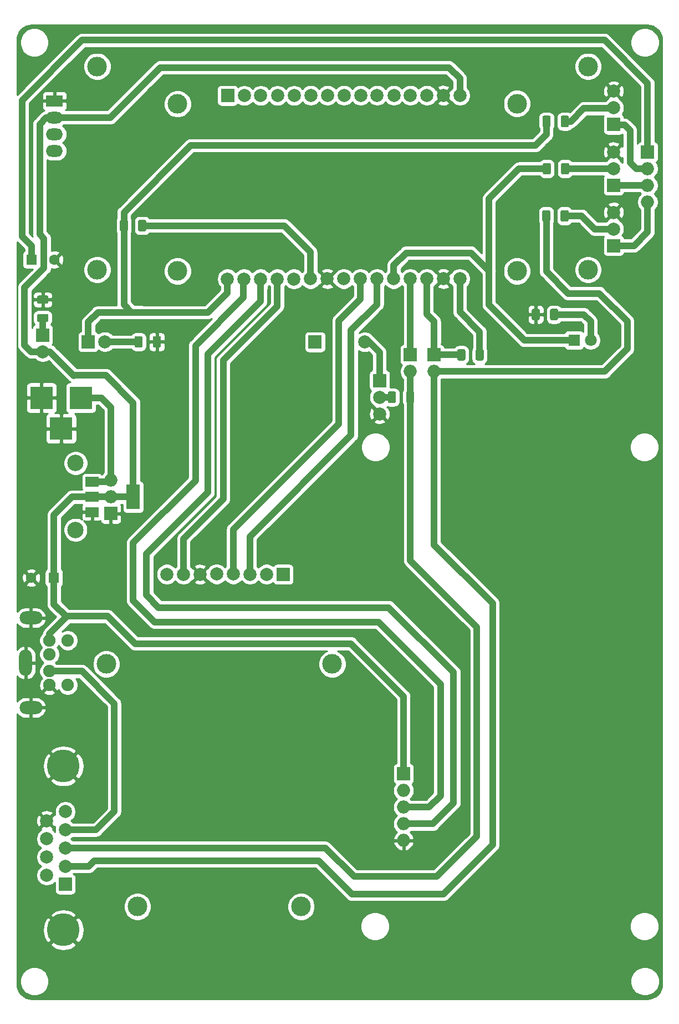
<source format=gbr>
G04 #@! TF.GenerationSoftware,KiCad,Pcbnew,5.1.8-db9833491~88~ubuntu18.04.1*
G04 #@! TF.CreationDate,2020-12-10T12:47:45+05:30*
G04 #@! TF.ProjectId,Permitme_main _sub_V1,5065726d-6974-46d6-955f-6d61696e205f,rev?*
G04 #@! TF.SameCoordinates,Original*
G04 #@! TF.FileFunction,Copper,L2,Bot*
G04 #@! TF.FilePolarity,Positive*
%FSLAX46Y46*%
G04 Gerber Fmt 4.6, Leading zero omitted, Abs format (unit mm)*
G04 Created by KiCad (PCBNEW 5.1.8-db9833491~88~ubuntu18.04.1) date 2020-12-10 12:47:45*
%MOMM*%
%LPD*%
G01*
G04 APERTURE LIST*
G04 #@! TA.AperFunction,ComponentPad*
%ADD10R,2.000000X2.000000*%
G04 #@! TD*
G04 #@! TA.AperFunction,ComponentPad*
%ADD11O,2.000000X2.000000*%
G04 #@! TD*
G04 #@! TA.AperFunction,ComponentPad*
%ADD12C,2.000000*%
G04 #@! TD*
G04 #@! TA.AperFunction,ComponentPad*
%ADD13R,1.800000X1.800000*%
G04 #@! TD*
G04 #@! TA.AperFunction,ComponentPad*
%ADD14C,1.800000*%
G04 #@! TD*
G04 #@! TA.AperFunction,ComponentPad*
%ADD15O,3.500000X2.000000*%
G04 #@! TD*
G04 #@! TA.AperFunction,ComponentPad*
%ADD16C,1.900000*%
G04 #@! TD*
G04 #@! TA.AperFunction,ComponentPad*
%ADD17O,2.000000X4.000000*%
G04 #@! TD*
G04 #@! TA.AperFunction,ComponentPad*
%ADD18C,1.600000*%
G04 #@! TD*
G04 #@! TA.AperFunction,ComponentPad*
%ADD19R,1.600000X1.600000*%
G04 #@! TD*
G04 #@! TA.AperFunction,ComponentPad*
%ADD20C,5.000000*%
G04 #@! TD*
G04 #@! TA.AperFunction,ComponentPad*
%ADD21O,2.600000X1.800000*%
G04 #@! TD*
G04 #@! TA.AperFunction,ComponentPad*
%ADD22C,3.000000*%
G04 #@! TD*
G04 #@! TA.AperFunction,ComponentPad*
%ADD23R,2.600000X1.800000*%
G04 #@! TD*
G04 #@! TA.AperFunction,ComponentPad*
%ADD24C,2.500000*%
G04 #@! TD*
G04 #@! TA.AperFunction,SMDPad,CuDef*
%ADD25R,2.000000X3.800000*%
G04 #@! TD*
G04 #@! TA.AperFunction,SMDPad,CuDef*
%ADD26R,2.000000X1.500000*%
G04 #@! TD*
G04 #@! TA.AperFunction,ComponentPad*
%ADD27R,3.500000X3.500000*%
G04 #@! TD*
G04 #@! TA.AperFunction,Conductor*
%ADD28C,1.000000*%
G04 #@! TD*
G04 #@! TA.AperFunction,Conductor*
%ADD29C,0.254000*%
G04 #@! TD*
G04 #@! TA.AperFunction,Conductor*
%ADD30C,0.100000*%
G04 #@! TD*
G04 APERTURE END LIST*
G04 #@! TA.AperFunction,SMDPad,CuDef*
G36*
G01*
X117295000Y-42715000D02*
X117295000Y-41465000D01*
G75*
G02*
X117545000Y-41215000I250000J0D01*
G01*
X118295000Y-41215000D01*
G75*
G02*
X118545000Y-41465000I0J-250000D01*
G01*
X118545000Y-42715000D01*
G75*
G02*
X118295000Y-42965000I-250000J0D01*
G01*
X117545000Y-42965000D01*
G75*
G02*
X117295000Y-42715000I0J250000D01*
G01*
G37*
G04 #@! TD.AperFunction*
G04 #@! TA.AperFunction,SMDPad,CuDef*
G36*
G01*
X120095000Y-42715000D02*
X120095000Y-41465000D01*
G75*
G02*
X120345000Y-41215000I250000J0D01*
G01*
X121095000Y-41215000D01*
G75*
G02*
X121345000Y-41465000I0J-250000D01*
G01*
X121345000Y-42715000D01*
G75*
G02*
X121095000Y-42965000I-250000J0D01*
G01*
X120345000Y-42965000D01*
G75*
G02*
X120095000Y-42715000I0J250000D01*
G01*
G37*
G04 #@! TD.AperFunction*
D10*
X51330000Y-94710000D03*
D11*
X51330000Y-92170000D03*
X51330000Y-89630000D03*
D12*
X50420000Y-68510000D03*
D10*
X47880000Y-68510000D03*
D13*
X122080000Y-68260000D03*
D14*
X124620000Y-68260000D03*
D10*
X128130000Y-35350000D03*
D12*
X128130000Y-30270000D03*
X128130000Y-32810000D03*
D10*
X82520000Y-68530000D03*
D12*
X90120000Y-68530000D03*
X92380000Y-76950000D03*
X92380000Y-79490000D03*
D10*
X92380000Y-74410000D03*
D15*
X39100000Y-110610000D03*
X39100000Y-124310000D03*
D16*
X41950000Y-118760000D03*
X41950000Y-116160000D03*
X41950000Y-120860000D03*
X41950000Y-114060000D03*
X44750000Y-120860000D03*
X44750000Y-114060000D03*
D17*
X38300000Y-117460000D03*
D18*
X39150000Y-104510000D03*
D19*
X42650000Y-104510000D03*
D10*
X44380000Y-151260000D03*
D12*
X44380000Y-148490000D03*
X44380000Y-145720000D03*
X44380000Y-142950000D03*
X44380000Y-140180000D03*
X41540000Y-149875000D03*
X41540000Y-147105000D03*
X41540000Y-144335000D03*
X41540000Y-141565000D03*
D20*
X44080000Y-133220000D03*
X44080000Y-158220000D03*
D11*
X100690000Y-73030000D03*
D10*
X100690000Y-70490000D03*
G04 #@! TA.AperFunction,SMDPad,CuDef*
G36*
G01*
X94875000Y-76335000D02*
X94875000Y-77585000D01*
G75*
G02*
X94625000Y-77835000I-250000J0D01*
G01*
X93875000Y-77835000D01*
G75*
G02*
X93625000Y-77585000I0J250000D01*
G01*
X93625000Y-76335000D01*
G75*
G02*
X93875000Y-76085000I250000J0D01*
G01*
X94625000Y-76085000D01*
G75*
G02*
X94875000Y-76335000I0J-250000D01*
G01*
G37*
G04 #@! TD.AperFunction*
G04 #@! TA.AperFunction,SMDPad,CuDef*
G36*
G01*
X97675000Y-76335000D02*
X97675000Y-77585000D01*
G75*
G02*
X97425000Y-77835000I-250000J0D01*
G01*
X96675000Y-77835000D01*
G75*
G02*
X96425000Y-77585000I0J250000D01*
G01*
X96425000Y-76335000D01*
G75*
G02*
X96675000Y-76085000I250000J0D01*
G01*
X97425000Y-76085000D01*
G75*
G02*
X97675000Y-76335000I0J-250000D01*
G01*
G37*
G04 #@! TD.AperFunction*
D19*
X39230000Y-55980000D03*
D18*
X42730000Y-55980000D03*
D21*
X42730000Y-39380000D03*
X42720000Y-36840000D03*
X42720000Y-34300000D03*
D22*
X124240000Y-26500000D03*
X124239480Y-57500700D03*
X49240900Y-57500700D03*
X49240900Y-26500000D03*
D23*
X42730000Y-31750000D03*
G04 #@! TA.AperFunction,SMDPad,CuDef*
G36*
G01*
X115615000Y-64965000D02*
X115615000Y-63715000D01*
G75*
G02*
X115865000Y-63465000I250000J0D01*
G01*
X116615000Y-63465000D01*
G75*
G02*
X116865000Y-63715000I0J-250000D01*
G01*
X116865000Y-64965000D01*
G75*
G02*
X116615000Y-65215000I-250000J0D01*
G01*
X115865000Y-65215000D01*
G75*
G02*
X115615000Y-64965000I0J250000D01*
G01*
G37*
G04 #@! TD.AperFunction*
G04 #@! TA.AperFunction,SMDPad,CuDef*
G36*
G01*
X118415000Y-64965000D02*
X118415000Y-63715000D01*
G75*
G02*
X118665000Y-63465000I250000J0D01*
G01*
X119415000Y-63465000D01*
G75*
G02*
X119665000Y-63715000I0J-250000D01*
G01*
X119665000Y-64965000D01*
G75*
G02*
X119415000Y-65215000I-250000J0D01*
G01*
X118665000Y-65215000D01*
G75*
G02*
X118415000Y-64965000I0J250000D01*
G01*
G37*
G04 #@! TD.AperFunction*
D10*
X133330000Y-39560000D03*
D11*
X133330000Y-42100000D03*
X133330000Y-44640000D03*
X133330000Y-47180000D03*
D10*
X96040000Y-134416000D03*
D11*
X96040000Y-136956000D03*
X96040000Y-139496000D03*
X96040000Y-142036000D03*
X96040000Y-144576000D03*
G04 #@! TA.AperFunction,SMDPad,CuDef*
G36*
G01*
X55495000Y-51405000D02*
X55495000Y-50155000D01*
G75*
G02*
X55745000Y-49905000I250000J0D01*
G01*
X56495000Y-49905000D01*
G75*
G02*
X56745000Y-50155000I0J-250000D01*
G01*
X56745000Y-51405000D01*
G75*
G02*
X56495000Y-51655000I-250000J0D01*
G01*
X55745000Y-51655000D01*
G75*
G02*
X55495000Y-51405000I0J250000D01*
G01*
G37*
G04 #@! TD.AperFunction*
G04 #@! TA.AperFunction,SMDPad,CuDef*
G36*
G01*
X52695000Y-51405000D02*
X52695000Y-50155000D01*
G75*
G02*
X52945000Y-49905000I250000J0D01*
G01*
X53695000Y-49905000D01*
G75*
G02*
X53945000Y-50155000I0J-250000D01*
G01*
X53945000Y-51405000D01*
G75*
G02*
X53695000Y-51655000I-250000J0D01*
G01*
X52945000Y-51655000D01*
G75*
G02*
X52695000Y-51405000I0J250000D01*
G01*
G37*
G04 #@! TD.AperFunction*
G04 #@! TA.AperFunction,SMDPad,CuDef*
G36*
G01*
X107035000Y-71115000D02*
X107035000Y-69865000D01*
G75*
G02*
X107285000Y-69615000I250000J0D01*
G01*
X108035000Y-69615000D01*
G75*
G02*
X108285000Y-69865000I0J-250000D01*
G01*
X108285000Y-71115000D01*
G75*
G02*
X108035000Y-71365000I-250000J0D01*
G01*
X107285000Y-71365000D01*
G75*
G02*
X107035000Y-71115000I0J250000D01*
G01*
G37*
G04 #@! TD.AperFunction*
G04 #@! TA.AperFunction,SMDPad,CuDef*
G36*
G01*
X104235000Y-71115000D02*
X104235000Y-69865000D01*
G75*
G02*
X104485000Y-69615000I250000J0D01*
G01*
X105235000Y-69615000D01*
G75*
G02*
X105485000Y-69865000I0J-250000D01*
G01*
X105485000Y-71115000D01*
G75*
G02*
X105235000Y-71365000I-250000J0D01*
G01*
X104485000Y-71365000D01*
G75*
G02*
X104235000Y-71115000I0J250000D01*
G01*
G37*
G04 #@! TD.AperFunction*
D24*
X45932000Y-97200000D03*
X45952000Y-87010000D03*
D22*
X80390000Y-154660000D03*
X55390000Y-154660000D03*
X50640000Y-117660000D03*
X85140000Y-117660000D03*
D10*
X77650000Y-103970000D03*
D12*
X75110000Y-103970000D03*
X72580000Y-103960000D03*
X70020000Y-103940000D03*
X67480000Y-103940000D03*
X64960000Y-103970000D03*
X62420000Y-103960000D03*
X59880000Y-103960000D03*
D25*
X54760000Y-92180000D03*
D26*
X48460000Y-92180000D03*
X48460000Y-89880000D03*
X48460000Y-94480000D03*
D10*
X97060000Y-70490000D03*
D11*
X97060000Y-73030000D03*
D10*
X69160000Y-30940000D03*
D12*
X71700000Y-30940000D03*
X74230000Y-30940000D03*
X76780000Y-30940000D03*
X79320000Y-30935000D03*
X81860000Y-30910000D03*
X84410000Y-30910000D03*
X86940000Y-30910000D03*
X89485000Y-30910000D03*
X92010000Y-30910000D03*
X94560000Y-30910000D03*
X97085000Y-30910000D03*
X99610000Y-30910000D03*
X102135000Y-30910000D03*
X104660000Y-30910000D03*
X71675000Y-58915000D03*
X74205000Y-58915000D03*
X69135000Y-58915000D03*
X76755000Y-58915000D03*
X79295000Y-58910000D03*
X81835000Y-58885000D03*
X84385000Y-58885000D03*
X86915000Y-58885000D03*
X89460000Y-58885000D03*
X91985000Y-58885000D03*
X94535000Y-58885000D03*
X97060000Y-58885000D03*
X99585000Y-58885000D03*
X102110000Y-58885000D03*
X104635000Y-58885000D03*
D22*
X61520000Y-32210000D03*
X61520000Y-57710000D03*
X113370000Y-57710000D03*
X113370000Y-32160000D03*
D12*
X128120000Y-42090000D03*
X128120000Y-39550000D03*
D10*
X128120000Y-44630000D03*
X128120000Y-53830000D03*
D12*
X128120000Y-48750000D03*
X128120000Y-51290000D03*
G04 #@! TA.AperFunction,SMDPad,CuDef*
G36*
G01*
X56185000Y-67885000D02*
X56185000Y-69135000D01*
G75*
G02*
X55935000Y-69385000I-250000J0D01*
G01*
X55185000Y-69385000D01*
G75*
G02*
X54935000Y-69135000I0J250000D01*
G01*
X54935000Y-67885000D01*
G75*
G02*
X55185000Y-67635000I250000J0D01*
G01*
X55935000Y-67635000D01*
G75*
G02*
X56185000Y-67885000I0J-250000D01*
G01*
G37*
G04 #@! TD.AperFunction*
G04 #@! TA.AperFunction,SMDPad,CuDef*
G36*
G01*
X58985000Y-67885000D02*
X58985000Y-69135000D01*
G75*
G02*
X58735000Y-69385000I-250000J0D01*
G01*
X57985000Y-69385000D01*
G75*
G02*
X57735000Y-69135000I0J250000D01*
G01*
X57735000Y-67885000D01*
G75*
G02*
X57985000Y-67635000I250000J0D01*
G01*
X58735000Y-67635000D01*
G75*
G02*
X58985000Y-67885000I0J-250000D01*
G01*
G37*
G04 #@! TD.AperFunction*
G04 #@! TA.AperFunction,SMDPad,CuDef*
G36*
G01*
X117215000Y-49915000D02*
X117215000Y-48665000D01*
G75*
G02*
X117465000Y-48415000I250000J0D01*
G01*
X118215000Y-48415000D01*
G75*
G02*
X118465000Y-48665000I0J-250000D01*
G01*
X118465000Y-49915000D01*
G75*
G02*
X118215000Y-50165000I-250000J0D01*
G01*
X117465000Y-50165000D01*
G75*
G02*
X117215000Y-49915000I0J250000D01*
G01*
G37*
G04 #@! TD.AperFunction*
G04 #@! TA.AperFunction,SMDPad,CuDef*
G36*
G01*
X120015000Y-49915000D02*
X120015000Y-48665000D01*
G75*
G02*
X120265000Y-48415000I250000J0D01*
G01*
X121015000Y-48415000D01*
G75*
G02*
X121265000Y-48665000I0J-250000D01*
G01*
X121265000Y-49915000D01*
G75*
G02*
X121015000Y-50165000I-250000J0D01*
G01*
X120265000Y-50165000D01*
G75*
G02*
X120015000Y-49915000I0J250000D01*
G01*
G37*
G04 #@! TD.AperFunction*
D27*
X46740000Y-77040000D03*
X40740000Y-77040000D03*
X43740000Y-81740000D03*
G04 #@! TA.AperFunction,SMDPad,CuDef*
G36*
G01*
X41555000Y-65495000D02*
X40305000Y-65495000D01*
G75*
G02*
X40055000Y-65245000I0J250000D01*
G01*
X40055000Y-64495000D01*
G75*
G02*
X40305000Y-64245000I250000J0D01*
G01*
X41555000Y-64245000D01*
G75*
G02*
X41805000Y-64495000I0J-250000D01*
G01*
X41805000Y-65245000D01*
G75*
G02*
X41555000Y-65495000I-250000J0D01*
G01*
G37*
G04 #@! TD.AperFunction*
G04 #@! TA.AperFunction,SMDPad,CuDef*
G36*
G01*
X41555000Y-62695000D02*
X40305000Y-62695000D01*
G75*
G02*
X40055000Y-62445000I0J250000D01*
G01*
X40055000Y-61695000D01*
G75*
G02*
X40305000Y-61445000I250000J0D01*
G01*
X41555000Y-61445000D01*
G75*
G02*
X41805000Y-61695000I0J-250000D01*
G01*
X41805000Y-62445000D01*
G75*
G02*
X41555000Y-62695000I-250000J0D01*
G01*
G37*
G04 #@! TD.AperFunction*
D10*
X40930000Y-67460000D03*
D12*
X40930000Y-70000000D03*
G04 #@! TA.AperFunction,SMDPad,CuDef*
G36*
G01*
X120055000Y-35505000D02*
X120055000Y-34255000D01*
G75*
G02*
X120305000Y-34005000I250000J0D01*
G01*
X121055000Y-34005000D01*
G75*
G02*
X121305000Y-34255000I0J-250000D01*
G01*
X121305000Y-35505000D01*
G75*
G02*
X121055000Y-35755000I-250000J0D01*
G01*
X120305000Y-35755000D01*
G75*
G02*
X120055000Y-35505000I0J250000D01*
G01*
G37*
G04 #@! TD.AperFunction*
G04 #@! TA.AperFunction,SMDPad,CuDef*
G36*
G01*
X117255000Y-35505000D02*
X117255000Y-34255000D01*
G75*
G02*
X117505000Y-34005000I250000J0D01*
G01*
X118255000Y-34005000D01*
G75*
G02*
X118505000Y-34255000I0J-250000D01*
G01*
X118505000Y-35505000D01*
G75*
G02*
X118255000Y-35755000I-250000J0D01*
G01*
X117505000Y-35755000D01*
G75*
G02*
X117255000Y-35505000I0J250000D01*
G01*
G37*
G04 #@! TD.AperFunction*
D28*
X107220000Y-112000000D02*
X97060000Y-101840000D01*
X88460000Y-150090000D02*
X101110000Y-150090000D01*
X101110000Y-150090000D02*
X107220000Y-143980000D01*
X84090000Y-145720000D02*
X88460000Y-150090000D01*
X97060000Y-79760000D02*
X97060000Y-73030000D01*
X97060000Y-101840000D02*
X97060000Y-79760000D01*
X107220000Y-143980000D02*
X107220000Y-112000000D01*
X44380000Y-145720000D02*
X84090000Y-145720000D01*
X42650000Y-108530000D02*
X44565000Y-110445000D01*
X44565000Y-110445000D02*
X44650000Y-110360000D01*
X41950000Y-113060000D02*
X44565000Y-110445000D01*
X41950000Y-114060000D02*
X41950000Y-113060000D01*
X44650000Y-110360000D02*
X50840000Y-110360000D01*
X102970000Y-26650000D02*
X104660000Y-28340000D01*
X104660000Y-28340000D02*
X104660000Y-29495787D01*
X104660000Y-29495787D02*
X104660000Y-30910000D01*
X58900000Y-26650000D02*
X102970000Y-26650000D01*
X51250000Y-34300000D02*
X58900000Y-26650000D01*
X42720000Y-34300000D02*
X51250000Y-34300000D01*
X96040000Y-130590000D02*
X96040000Y-134416000D01*
X50780000Y-110380000D02*
X50860000Y-110380000D01*
X55030000Y-114550000D02*
X88000000Y-114550000D01*
X88000000Y-114550000D02*
X96040000Y-122590000D01*
X96040000Y-122590000D02*
X96040000Y-130590000D01*
X41120000Y-57260000D02*
X38160000Y-60220000D01*
X41120000Y-52750000D02*
X41120000Y-57260000D01*
X38160000Y-68990000D02*
X39170000Y-70000000D01*
X40460000Y-52090000D02*
X41120000Y-52750000D01*
X40460000Y-35290000D02*
X40460000Y-52090000D01*
X42720000Y-34300000D02*
X41450000Y-34300000D01*
X39170000Y-70000000D02*
X40930000Y-70000000D01*
X41450000Y-34300000D02*
X40460000Y-35290000D01*
X38160000Y-60220000D02*
X38160000Y-68990000D01*
X42650000Y-104510000D02*
X42650000Y-94920000D01*
X54760000Y-77800000D02*
X50590000Y-73630000D01*
X50590000Y-73630000D02*
X45710000Y-73630000D01*
X42650000Y-94920000D02*
X45390000Y-92180000D01*
X45390000Y-92180000D02*
X48460000Y-92180000D01*
X54760000Y-92180000D02*
X54760000Y-77800000D01*
X45690000Y-73650000D02*
X42040000Y-70000000D01*
X45710000Y-73630000D02*
X45690000Y-73650000D01*
X42040000Y-70000000D02*
X40930000Y-70000000D01*
X51330000Y-92170000D02*
X54750000Y-92170000D01*
X54750000Y-92170000D02*
X54760000Y-92180000D01*
X48460000Y-92180000D02*
X51320000Y-92180000D01*
X51320000Y-92180000D02*
X51330000Y-92170000D01*
X50860000Y-110380000D02*
X55030000Y-114550000D01*
X42650000Y-104510000D02*
X42650000Y-108530000D01*
X58450000Y-68600000D02*
X58360000Y-68510000D01*
X53340000Y-61080000D02*
X53340000Y-61160000D01*
X47880000Y-65510000D02*
X49360000Y-64030000D01*
X47880000Y-68510000D02*
X47880000Y-65510000D01*
X49360000Y-64030000D02*
X49370000Y-64030000D01*
X66150000Y-64030000D02*
X69135000Y-61045000D01*
X49370000Y-64030000D02*
X66150000Y-64030000D01*
X69135000Y-61045000D02*
X69135000Y-58915000D01*
X54500000Y-64010000D02*
X53330000Y-62840000D01*
X53330000Y-62840000D02*
X53330000Y-61070000D01*
X56110000Y-64010000D02*
X54500000Y-64010000D01*
X53330000Y-48760000D02*
X53330000Y-61070000D01*
X117880000Y-34880000D02*
X117880000Y-36850000D01*
X116190000Y-38540000D02*
X63550000Y-38540000D01*
X53330000Y-61070000D02*
X53340000Y-61080000D01*
X63550000Y-38540000D02*
X53330000Y-48760000D01*
X117880000Y-36850000D02*
X116190000Y-38540000D01*
X114460000Y-68260000D02*
X109080000Y-62880000D01*
X109080000Y-62880000D02*
X109080000Y-59420000D01*
X122080000Y-68260000D02*
X114460000Y-68260000D01*
X109080000Y-59420000D02*
X109080000Y-57690000D01*
X113680000Y-42090000D02*
X109080000Y-46690000D01*
X109080000Y-46690000D02*
X109080000Y-57690000D01*
X117920000Y-42090000D02*
X113680000Y-42090000D01*
X106330000Y-54940000D02*
X109080000Y-57690000D01*
X96430000Y-54940000D02*
X106330000Y-54940000D01*
X94535000Y-56835000D02*
X96430000Y-54940000D01*
X94535000Y-58885000D02*
X94535000Y-56835000D01*
X99964000Y-139496000D02*
X101690000Y-137770000D01*
X96040000Y-139496000D02*
X99964000Y-139496000D01*
X92210000Y-111260000D02*
X89990000Y-111260000D01*
X101690000Y-137770000D02*
X101690000Y-120740000D01*
X101690000Y-120740000D02*
X92210000Y-111260000D01*
X89990000Y-111260000D02*
X90320000Y-111260000D01*
X54740000Y-99190000D02*
X54740000Y-107960000D01*
X64250000Y-89680000D02*
X54740000Y-99190000D01*
X64250000Y-69100000D02*
X64250000Y-89680000D01*
X54740000Y-107960000D02*
X58040000Y-111260000D01*
X71600000Y-61750000D02*
X64250000Y-69100000D01*
X71675000Y-58915000D02*
X71600000Y-58990000D01*
X71600000Y-58990000D02*
X71600000Y-61750000D01*
X58040000Y-111260000D02*
X89990000Y-111260000D01*
X56745000Y-101085000D02*
X56760000Y-101100000D01*
X93790000Y-109030000D02*
X103690000Y-118930000D01*
X103690000Y-118930000D02*
X103690000Y-138870000D01*
X103690000Y-138870000D02*
X100524000Y-142036000D01*
X100524000Y-142036000D02*
X96040000Y-142036000D01*
X66110000Y-91500000D02*
X56745000Y-100865000D01*
X66110000Y-70410000D02*
X66110000Y-91500000D01*
X74205000Y-58915000D02*
X74205000Y-60329213D01*
X74205000Y-60329213D02*
X74160000Y-60374213D01*
X74160000Y-60374213D02*
X74160000Y-62360000D01*
X56760000Y-101100000D02*
X56760000Y-107150000D01*
X74160000Y-62360000D02*
X66110000Y-70410000D01*
X56745000Y-100865000D02*
X56745000Y-101085000D01*
X56760000Y-107150000D02*
X58640000Y-109030000D01*
X58640000Y-109030000D02*
X93790000Y-109030000D01*
X89460000Y-61980000D02*
X89460000Y-58885000D01*
X86130000Y-81010000D02*
X86130000Y-65310000D01*
X86130000Y-65310000D02*
X89460000Y-61980000D01*
X70020000Y-97120000D02*
X86130000Y-81010000D01*
X70020000Y-103940000D02*
X70020000Y-97120000D01*
X88010000Y-66780000D02*
X91985000Y-62805000D01*
X88010000Y-75040000D02*
X88010000Y-66780000D01*
X88020000Y-75050000D02*
X88010000Y-75040000D01*
X88020000Y-82770000D02*
X88020000Y-75050000D01*
X72580000Y-103960000D02*
X72580000Y-98210000D01*
X72580000Y-98210000D02*
X88020000Y-82770000D01*
X91985000Y-62805000D02*
X91985000Y-58885000D01*
X41080000Y-67310000D02*
X40930000Y-67460000D01*
X40930000Y-67460000D02*
X40930000Y-64870000D01*
X97060000Y-67060000D02*
X97060000Y-70490000D01*
X97060000Y-67060000D02*
X97060000Y-67060000D01*
X97060000Y-61890000D02*
X97060000Y-61890000D01*
X97060000Y-58885000D02*
X97060000Y-67060000D01*
X100700000Y-65420000D02*
X100700000Y-68630000D01*
X99580000Y-64300000D02*
X100700000Y-65420000D01*
X100690000Y-68640000D02*
X100690000Y-70490000D01*
X100700000Y-68630000D02*
X100690000Y-68640000D01*
X99580000Y-60304213D02*
X99580000Y-64300000D01*
X99585000Y-58885000D02*
X99585000Y-60299213D01*
X99585000Y-60299213D02*
X99580000Y-60304213D01*
X100690000Y-70490000D02*
X104860000Y-70490000D01*
X100700000Y-66760000D02*
X100700000Y-66760000D01*
X99580000Y-62000000D02*
X99580000Y-62000000D01*
X117840000Y-51770000D02*
X117840000Y-52310000D01*
X121170000Y-61110000D02*
X117840000Y-57780000D01*
X117840000Y-49290000D02*
X117840000Y-51770000D01*
X117840000Y-57780000D02*
X117840000Y-51770000D01*
X125960000Y-61110000D02*
X121170000Y-61110000D01*
X130240000Y-65390000D02*
X125960000Y-61110000D01*
X130240000Y-69560000D02*
X130240000Y-65390000D01*
X126770000Y-73030000D02*
X130240000Y-69560000D01*
X100690000Y-73030000D02*
X126770000Y-73030000D01*
X83060000Y-147660000D02*
X88130000Y-152730000D01*
X88130000Y-152750000D02*
X88140000Y-152740000D01*
X48800000Y-147660000D02*
X83060000Y-147660000D01*
X44380000Y-148490000D02*
X47970000Y-148490000D01*
X88130000Y-152730000D02*
X88130000Y-152750000D01*
X47970000Y-148490000D02*
X48800000Y-147660000D01*
X88140000Y-152740000D02*
X102140000Y-152740000D01*
X102140000Y-152740000D02*
X109650000Y-145230000D01*
X109650000Y-145230000D02*
X109650000Y-108430000D01*
X109650000Y-108430000D02*
X100690000Y-99470000D01*
X100690000Y-99470000D02*
X100690000Y-91430000D01*
X100690000Y-91430000D02*
X100690000Y-73030000D01*
X104635000Y-58885000D02*
X104635000Y-63965000D01*
X104635000Y-63965000D02*
X107660000Y-66990000D01*
X107660000Y-66990000D02*
X107660000Y-70490000D01*
X107660000Y-70490000D02*
X107660000Y-69610000D01*
X51850000Y-140160000D02*
X49060000Y-142950000D01*
X49060000Y-142950000D02*
X44380000Y-142950000D01*
X51850000Y-123690000D02*
X51850000Y-140160000D01*
X46920000Y-118760000D02*
X51850000Y-123690000D01*
X41950000Y-118760000D02*
X46920000Y-118760000D01*
X62420000Y-98560000D02*
X68490000Y-92490000D01*
X68490000Y-92490000D02*
X68490000Y-71330000D01*
X62420000Y-103960000D02*
X62420000Y-98560000D01*
X68490000Y-71330000D02*
X76755000Y-63065000D01*
X76755000Y-63065000D02*
X76755000Y-58915000D01*
X90790000Y-68530000D02*
X92380000Y-70120000D01*
X92380000Y-70120000D02*
X92380000Y-74410000D01*
X90120000Y-68530000D02*
X90790000Y-68530000D01*
X51330000Y-89630000D02*
X51330000Y-78500000D01*
X39230000Y-53870000D02*
X37760000Y-52400000D01*
X39230000Y-55980000D02*
X39230000Y-53870000D01*
X37760000Y-52400000D02*
X37760000Y-31680000D01*
X37760000Y-31680000D02*
X46940000Y-22500000D01*
X46940000Y-22500000D02*
X112230000Y-22500000D01*
X46740000Y-77040000D02*
X46100000Y-77040000D01*
X126730000Y-22500000D02*
X112230000Y-22500000D01*
X48460000Y-89880000D02*
X51080000Y-89880000D01*
X51080000Y-89880000D02*
X51330000Y-89630000D01*
X51330000Y-78500000D02*
X49870000Y-77040000D01*
X49870000Y-77040000D02*
X46740000Y-77040000D01*
X112610000Y-22500000D02*
X112230000Y-22500000D01*
X133330000Y-29100000D02*
X126730000Y-22500000D01*
X133330000Y-39560000D02*
X133330000Y-29100000D01*
X50420000Y-68510000D02*
X55510000Y-68510000D01*
X124620000Y-65390000D02*
X123570000Y-64340000D01*
X123570000Y-64340000D02*
X119040000Y-64340000D01*
X124620000Y-68260000D02*
X124620000Y-65390000D01*
X130630000Y-36280000D02*
X129780000Y-35430000D01*
X129780000Y-35430000D02*
X128120000Y-35430000D01*
X130630000Y-41170000D02*
X130630000Y-36280000D01*
X131560000Y-42100000D02*
X130630000Y-41170000D01*
X133330000Y-42100000D02*
X131560000Y-42100000D01*
X128120000Y-44630000D02*
X133320000Y-44630000D01*
X133320000Y-44630000D02*
X133330000Y-44640000D01*
X131220000Y-53830000D02*
X133330000Y-51720000D01*
X133330000Y-51720000D02*
X133330000Y-47180000D01*
X128120000Y-53830000D02*
X131220000Y-53830000D01*
X92380000Y-76950000D02*
X94240000Y-76950000D01*
X94240000Y-76950000D02*
X94250000Y-76960000D01*
X120640000Y-49290000D02*
X123220000Y-49290000D01*
X128120000Y-51290000D02*
X125220000Y-51290000D01*
X125220000Y-51290000D02*
X123220000Y-49290000D01*
X120720000Y-42090000D02*
X128120000Y-42090000D01*
X120680000Y-34880000D02*
X121600000Y-34880000D01*
X123590000Y-32890000D02*
X128120000Y-32890000D01*
X121600000Y-34880000D02*
X123590000Y-32890000D01*
X81835000Y-58885000D02*
X81835000Y-54815000D01*
X77800000Y-50780000D02*
X81835000Y-54815000D01*
X56120000Y-50780000D02*
X77800000Y-50780000D01*
D29*
X133699255Y-20241595D02*
X134121781Y-20369163D01*
X134511482Y-20576370D01*
X134853513Y-20855325D01*
X135134849Y-21195400D01*
X135344771Y-21583645D01*
X135475285Y-22005266D01*
X135525000Y-22478275D01*
X135525001Y-166424043D01*
X135478406Y-166899255D01*
X135350838Y-167321781D01*
X135143631Y-167711482D01*
X134864676Y-168053513D01*
X134524601Y-168334849D01*
X134136356Y-168544771D01*
X133714737Y-168675285D01*
X133241726Y-168725000D01*
X39295949Y-168725000D01*
X38820747Y-168678406D01*
X38398221Y-168550838D01*
X38008520Y-168343631D01*
X37666489Y-168064676D01*
X37385153Y-167724601D01*
X37175231Y-167336356D01*
X37044717Y-166914737D01*
X36995001Y-166441717D01*
X36995001Y-165839872D01*
X37415000Y-165839872D01*
X37415000Y-166280128D01*
X37500890Y-166711925D01*
X37669369Y-167118669D01*
X37913962Y-167484729D01*
X38225271Y-167796038D01*
X38591331Y-168040631D01*
X38998075Y-168209110D01*
X39429872Y-168295000D01*
X39870128Y-168295000D01*
X40301925Y-168209110D01*
X40708669Y-168040631D01*
X41074729Y-167796038D01*
X41386038Y-167484729D01*
X41630631Y-167118669D01*
X41799110Y-166711925D01*
X41885000Y-166280128D01*
X41885000Y-165839872D01*
X130655000Y-165839872D01*
X130655000Y-166280128D01*
X130740890Y-166711925D01*
X130909369Y-167118669D01*
X131153962Y-167484729D01*
X131465271Y-167796038D01*
X131831331Y-168040631D01*
X132238075Y-168209110D01*
X132669872Y-168295000D01*
X133110128Y-168295000D01*
X133541925Y-168209110D01*
X133948669Y-168040631D01*
X134314729Y-167796038D01*
X134626038Y-167484729D01*
X134870631Y-167118669D01*
X135039110Y-166711925D01*
X135125000Y-166280128D01*
X135125000Y-165839872D01*
X135039110Y-165408075D01*
X134870631Y-165001331D01*
X134626038Y-164635271D01*
X134314729Y-164323962D01*
X133948669Y-164079369D01*
X133541925Y-163910890D01*
X133110128Y-163825000D01*
X132669872Y-163825000D01*
X132238075Y-163910890D01*
X131831331Y-164079369D01*
X131465271Y-164323962D01*
X131153962Y-164635271D01*
X130909369Y-165001331D01*
X130740890Y-165408075D01*
X130655000Y-165839872D01*
X41885000Y-165839872D01*
X41799110Y-165408075D01*
X41630631Y-165001331D01*
X41386038Y-164635271D01*
X41074729Y-164323962D01*
X40708669Y-164079369D01*
X40301925Y-163910890D01*
X39870128Y-163825000D01*
X39429872Y-163825000D01*
X38998075Y-163910890D01*
X38591331Y-164079369D01*
X38225271Y-164323962D01*
X37913962Y-164635271D01*
X37669369Y-165001331D01*
X37500890Y-165408075D01*
X37415000Y-165839872D01*
X36995001Y-165839872D01*
X36995001Y-160423148D01*
X42056457Y-160423148D01*
X42332627Y-160841118D01*
X42877557Y-161131649D01*
X43468696Y-161310287D01*
X44083328Y-161370168D01*
X44697831Y-161308990D01*
X45288592Y-161129103D01*
X45827373Y-160841118D01*
X46103543Y-160423148D01*
X44080000Y-158399605D01*
X42056457Y-160423148D01*
X36995001Y-160423148D01*
X36995001Y-158223328D01*
X40929832Y-158223328D01*
X40991010Y-158837831D01*
X41170897Y-159428592D01*
X41458882Y-159967373D01*
X41876852Y-160243543D01*
X43900395Y-158220000D01*
X44259605Y-158220000D01*
X46283148Y-160243543D01*
X46701118Y-159967373D01*
X46991649Y-159422443D01*
X47170287Y-158831304D01*
X47230168Y-158216672D01*
X47168990Y-157602169D01*
X47122616Y-157449872D01*
X89465000Y-157449872D01*
X89465000Y-157890128D01*
X89550890Y-158321925D01*
X89719369Y-158728669D01*
X89963962Y-159094729D01*
X90275271Y-159406038D01*
X90641331Y-159650631D01*
X91048075Y-159819110D01*
X91479872Y-159905000D01*
X91920128Y-159905000D01*
X92351925Y-159819110D01*
X92758669Y-159650631D01*
X93124729Y-159406038D01*
X93436038Y-159094729D01*
X93680631Y-158728669D01*
X93849110Y-158321925D01*
X93935000Y-157890128D01*
X93935000Y-157449872D01*
X130585000Y-157449872D01*
X130585000Y-157890128D01*
X130670890Y-158321925D01*
X130839369Y-158728669D01*
X131083962Y-159094729D01*
X131395271Y-159406038D01*
X131761331Y-159650631D01*
X132168075Y-159819110D01*
X132599872Y-159905000D01*
X133040128Y-159905000D01*
X133471925Y-159819110D01*
X133878669Y-159650631D01*
X134244729Y-159406038D01*
X134556038Y-159094729D01*
X134800631Y-158728669D01*
X134969110Y-158321925D01*
X135055000Y-157890128D01*
X135055000Y-157449872D01*
X134969110Y-157018075D01*
X134800631Y-156611331D01*
X134556038Y-156245271D01*
X134244729Y-155933962D01*
X133878669Y-155689369D01*
X133471925Y-155520890D01*
X133040128Y-155435000D01*
X132599872Y-155435000D01*
X132168075Y-155520890D01*
X131761331Y-155689369D01*
X131395271Y-155933962D01*
X131083962Y-156245271D01*
X130839369Y-156611331D01*
X130670890Y-157018075D01*
X130585000Y-157449872D01*
X93935000Y-157449872D01*
X93849110Y-157018075D01*
X93680631Y-156611331D01*
X93436038Y-156245271D01*
X93124729Y-155933962D01*
X92758669Y-155689369D01*
X92351925Y-155520890D01*
X91920128Y-155435000D01*
X91479872Y-155435000D01*
X91048075Y-155520890D01*
X90641331Y-155689369D01*
X90275271Y-155933962D01*
X89963962Y-156245271D01*
X89719369Y-156611331D01*
X89550890Y-157018075D01*
X89465000Y-157449872D01*
X47122616Y-157449872D01*
X46989103Y-157011408D01*
X46701118Y-156472627D01*
X46283148Y-156196457D01*
X44259605Y-158220000D01*
X43900395Y-158220000D01*
X41876852Y-156196457D01*
X41458882Y-156472627D01*
X41168351Y-157017557D01*
X40989713Y-157608696D01*
X40929832Y-158223328D01*
X36995001Y-158223328D01*
X36995001Y-156016852D01*
X42056457Y-156016852D01*
X44080000Y-158040395D01*
X46103543Y-156016852D01*
X45827373Y-155598882D01*
X45282443Y-155308351D01*
X44691304Y-155129713D01*
X44076672Y-155069832D01*
X43462169Y-155131010D01*
X42871408Y-155310897D01*
X42332627Y-155598882D01*
X42056457Y-156016852D01*
X36995001Y-156016852D01*
X36995001Y-154449721D01*
X53255000Y-154449721D01*
X53255000Y-154870279D01*
X53337047Y-155282756D01*
X53497988Y-155671302D01*
X53731637Y-156020983D01*
X54029017Y-156318363D01*
X54378698Y-156552012D01*
X54767244Y-156712953D01*
X55179721Y-156795000D01*
X55600279Y-156795000D01*
X56012756Y-156712953D01*
X56401302Y-156552012D01*
X56750983Y-156318363D01*
X57048363Y-156020983D01*
X57282012Y-155671302D01*
X57442953Y-155282756D01*
X57525000Y-154870279D01*
X57525000Y-154449721D01*
X78255000Y-154449721D01*
X78255000Y-154870279D01*
X78337047Y-155282756D01*
X78497988Y-155671302D01*
X78731637Y-156020983D01*
X79029017Y-156318363D01*
X79378698Y-156552012D01*
X79767244Y-156712953D01*
X80179721Y-156795000D01*
X80600279Y-156795000D01*
X81012756Y-156712953D01*
X81401302Y-156552012D01*
X81750983Y-156318363D01*
X82048363Y-156020983D01*
X82282012Y-155671302D01*
X82442953Y-155282756D01*
X82525000Y-154870279D01*
X82525000Y-154449721D01*
X82442953Y-154037244D01*
X82282012Y-153648698D01*
X82048363Y-153299017D01*
X81750983Y-153001637D01*
X81401302Y-152767988D01*
X81012756Y-152607047D01*
X80600279Y-152525000D01*
X80179721Y-152525000D01*
X79767244Y-152607047D01*
X79378698Y-152767988D01*
X79029017Y-153001637D01*
X78731637Y-153299017D01*
X78497988Y-153648698D01*
X78337047Y-154037244D01*
X78255000Y-154449721D01*
X57525000Y-154449721D01*
X57442953Y-154037244D01*
X57282012Y-153648698D01*
X57048363Y-153299017D01*
X56750983Y-153001637D01*
X56401302Y-152767988D01*
X56012756Y-152607047D01*
X55600279Y-152525000D01*
X55179721Y-152525000D01*
X54767244Y-152607047D01*
X54378698Y-152767988D01*
X54029017Y-153001637D01*
X53731637Y-153299017D01*
X53497988Y-153648698D01*
X53337047Y-154037244D01*
X53255000Y-154449721D01*
X36995001Y-154449721D01*
X36995001Y-141627595D01*
X39898282Y-141627595D01*
X39942039Y-141946675D01*
X40047205Y-142251088D01*
X40140186Y-142425044D01*
X40404587Y-142520808D01*
X41360395Y-141565000D01*
X40404587Y-140609192D01*
X40140186Y-140704956D01*
X39999296Y-140994571D01*
X39917616Y-141306108D01*
X39898282Y-141627595D01*
X36995001Y-141627595D01*
X36995001Y-140429587D01*
X40584192Y-140429587D01*
X41540000Y-141385395D01*
X42495808Y-140429587D01*
X42400044Y-140165186D01*
X42110429Y-140024296D01*
X41798892Y-139942616D01*
X41477405Y-139923282D01*
X41158325Y-139967039D01*
X40853912Y-140072205D01*
X40679956Y-140165186D01*
X40584192Y-140429587D01*
X36995001Y-140429587D01*
X36995001Y-135423148D01*
X42056457Y-135423148D01*
X42332627Y-135841118D01*
X42877557Y-136131649D01*
X43468696Y-136310287D01*
X44083328Y-136370168D01*
X44697831Y-136308990D01*
X45288592Y-136129103D01*
X45827373Y-135841118D01*
X46103543Y-135423148D01*
X44080000Y-133399605D01*
X42056457Y-135423148D01*
X36995001Y-135423148D01*
X36995001Y-133223328D01*
X40929832Y-133223328D01*
X40991010Y-133837831D01*
X41170897Y-134428592D01*
X41458882Y-134967373D01*
X41876852Y-135243543D01*
X43900395Y-133220000D01*
X44259605Y-133220000D01*
X46283148Y-135243543D01*
X46701118Y-134967373D01*
X46991649Y-134422443D01*
X47170287Y-133831304D01*
X47230168Y-133216672D01*
X47168990Y-132602169D01*
X46989103Y-132011408D01*
X46701118Y-131472627D01*
X46283148Y-131196457D01*
X44259605Y-133220000D01*
X43900395Y-133220000D01*
X41876852Y-131196457D01*
X41458882Y-131472627D01*
X41168351Y-132017557D01*
X40989713Y-132608696D01*
X40929832Y-133223328D01*
X36995001Y-133223328D01*
X36995001Y-131016852D01*
X42056457Y-131016852D01*
X44080000Y-133040395D01*
X46103543Y-131016852D01*
X45827373Y-130598882D01*
X45282443Y-130308351D01*
X44691304Y-130129713D01*
X44076672Y-130069832D01*
X43462169Y-130131010D01*
X42871408Y-130310897D01*
X42332627Y-130598882D01*
X42056457Y-131016852D01*
X36995001Y-131016852D01*
X36995001Y-125220153D01*
X37104078Y-125376317D01*
X37336046Y-125598895D01*
X37606980Y-125771942D01*
X37906468Y-125888807D01*
X38223000Y-125945000D01*
X38973000Y-125945000D01*
X38973000Y-124437000D01*
X39227000Y-124437000D01*
X39227000Y-125945000D01*
X39977000Y-125945000D01*
X40293532Y-125888807D01*
X40593020Y-125771942D01*
X40863954Y-125598895D01*
X41095922Y-125376317D01*
X41280010Y-125112761D01*
X41409144Y-124818355D01*
X41440124Y-124690434D01*
X41320777Y-124437000D01*
X39227000Y-124437000D01*
X38973000Y-124437000D01*
X38953000Y-124437000D01*
X38953000Y-124183000D01*
X38973000Y-124183000D01*
X38973000Y-122675000D01*
X39227000Y-122675000D01*
X39227000Y-124183000D01*
X41320777Y-124183000D01*
X41440124Y-123929566D01*
X41409144Y-123801645D01*
X41280010Y-123507239D01*
X41095922Y-123243683D01*
X40863954Y-123021105D01*
X40593020Y-122848058D01*
X40293532Y-122731193D01*
X39977000Y-122675000D01*
X39227000Y-122675000D01*
X38973000Y-122675000D01*
X38223000Y-122675000D01*
X37906468Y-122731193D01*
X37606980Y-122848058D01*
X37336046Y-123021105D01*
X37104078Y-123243683D01*
X36995001Y-123399847D01*
X36995001Y-121959752D01*
X41029853Y-121959752D01*
X41119579Y-122219042D01*
X41400671Y-122354935D01*
X41702873Y-122433379D01*
X42014573Y-122451359D01*
X42323791Y-122408184D01*
X42618644Y-122305513D01*
X42780421Y-122219042D01*
X42870147Y-121959752D01*
X41950000Y-121039605D01*
X41029853Y-121959752D01*
X36995001Y-121959752D01*
X36995001Y-119448740D01*
X37011105Y-119473954D01*
X37233683Y-119705922D01*
X37497239Y-119890010D01*
X37791645Y-120019144D01*
X37919566Y-120050124D01*
X38173000Y-119930777D01*
X38173000Y-117587000D01*
X38427000Y-117587000D01*
X38427000Y-119930777D01*
X38680434Y-120050124D01*
X38808355Y-120019144D01*
X39102761Y-119890010D01*
X39366317Y-119705922D01*
X39588895Y-119473954D01*
X39761942Y-119203020D01*
X39878807Y-118903532D01*
X39935000Y-118587000D01*
X39935000Y-117587000D01*
X38427000Y-117587000D01*
X38173000Y-117587000D01*
X38153000Y-117587000D01*
X38153000Y-117333000D01*
X38173000Y-117333000D01*
X38173000Y-114989223D01*
X38427000Y-114989223D01*
X38427000Y-117333000D01*
X39935000Y-117333000D01*
X39935000Y-116333000D01*
X39878807Y-116016468D01*
X39761942Y-115716980D01*
X39588895Y-115446046D01*
X39366317Y-115214078D01*
X39102761Y-115029990D01*
X38808355Y-114900856D01*
X38680434Y-114869876D01*
X38427000Y-114989223D01*
X38173000Y-114989223D01*
X37919566Y-114869876D01*
X37791645Y-114900856D01*
X37497239Y-115029990D01*
X37233683Y-115214078D01*
X37011105Y-115446046D01*
X36995001Y-115471260D01*
X36995001Y-111520153D01*
X37104078Y-111676317D01*
X37336046Y-111898895D01*
X37606980Y-112071942D01*
X37906468Y-112188807D01*
X38223000Y-112245000D01*
X38973000Y-112245000D01*
X38973000Y-110737000D01*
X39227000Y-110737000D01*
X39227000Y-112245000D01*
X39977000Y-112245000D01*
X40293532Y-112188807D01*
X40593020Y-112071942D01*
X40863954Y-111898895D01*
X41095922Y-111676317D01*
X41280010Y-111412761D01*
X41409144Y-111118355D01*
X41440124Y-110990434D01*
X41320777Y-110737000D01*
X39227000Y-110737000D01*
X38973000Y-110737000D01*
X38953000Y-110737000D01*
X38953000Y-110483000D01*
X38973000Y-110483000D01*
X38973000Y-108975000D01*
X39227000Y-108975000D01*
X39227000Y-110483000D01*
X41320777Y-110483000D01*
X41440124Y-110229566D01*
X41409144Y-110101645D01*
X41280010Y-109807239D01*
X41095922Y-109543683D01*
X40863954Y-109321105D01*
X40593020Y-109148058D01*
X40293532Y-109031193D01*
X39977000Y-108975000D01*
X39227000Y-108975000D01*
X38973000Y-108975000D01*
X38223000Y-108975000D01*
X37906468Y-109031193D01*
X37606980Y-109148058D01*
X37336046Y-109321105D01*
X37104078Y-109543683D01*
X36995001Y-109699847D01*
X36995001Y-105502702D01*
X38336903Y-105502702D01*
X38408486Y-105746671D01*
X38663996Y-105867571D01*
X38938184Y-105936300D01*
X39220512Y-105950217D01*
X39500130Y-105908787D01*
X39766292Y-105813603D01*
X39891514Y-105746671D01*
X39963097Y-105502702D01*
X39150000Y-104689605D01*
X38336903Y-105502702D01*
X36995001Y-105502702D01*
X36995001Y-104580512D01*
X37709783Y-104580512D01*
X37751213Y-104860130D01*
X37846397Y-105126292D01*
X37913329Y-105251514D01*
X38157298Y-105323097D01*
X38970395Y-104510000D01*
X39329605Y-104510000D01*
X40142702Y-105323097D01*
X40386671Y-105251514D01*
X40507571Y-104996004D01*
X40576300Y-104721816D01*
X40590217Y-104439488D01*
X40548787Y-104159870D01*
X40453603Y-103893708D01*
X40386671Y-103768486D01*
X40142702Y-103696903D01*
X39329605Y-104510000D01*
X38970395Y-104510000D01*
X38157298Y-103696903D01*
X37913329Y-103768486D01*
X37792429Y-104023996D01*
X37723700Y-104298184D01*
X37709783Y-104580512D01*
X36995001Y-104580512D01*
X36995001Y-103517298D01*
X38336903Y-103517298D01*
X39150000Y-104330395D01*
X39963097Y-103517298D01*
X39891514Y-103273329D01*
X39636004Y-103152429D01*
X39361816Y-103083700D01*
X39079488Y-103069783D01*
X38799870Y-103111213D01*
X38533708Y-103206397D01*
X38408486Y-103273329D01*
X38336903Y-103517298D01*
X36995001Y-103517298D01*
X36995001Y-86824344D01*
X44067000Y-86824344D01*
X44067000Y-87195656D01*
X44139439Y-87559834D01*
X44281534Y-87902882D01*
X44487825Y-88211618D01*
X44750382Y-88474175D01*
X45059118Y-88680466D01*
X45402166Y-88822561D01*
X45766344Y-88895000D01*
X46137656Y-88895000D01*
X46501834Y-88822561D01*
X46844882Y-88680466D01*
X47153618Y-88474175D01*
X47416175Y-88211618D01*
X47622466Y-87902882D01*
X47764561Y-87559834D01*
X47837000Y-87195656D01*
X47837000Y-86824344D01*
X47764561Y-86460166D01*
X47622466Y-86117118D01*
X47416175Y-85808382D01*
X47153618Y-85545825D01*
X46844882Y-85339534D01*
X46501834Y-85197439D01*
X46137656Y-85125000D01*
X45766344Y-85125000D01*
X45402166Y-85197439D01*
X45059118Y-85339534D01*
X44750382Y-85545825D01*
X44487825Y-85808382D01*
X44281534Y-86117118D01*
X44139439Y-86460166D01*
X44067000Y-86824344D01*
X36995001Y-86824344D01*
X36995001Y-83490000D01*
X41351928Y-83490000D01*
X41364188Y-83614482D01*
X41400498Y-83734180D01*
X41459463Y-83844494D01*
X41538815Y-83941185D01*
X41635506Y-84020537D01*
X41745820Y-84079502D01*
X41865518Y-84115812D01*
X41990000Y-84128072D01*
X43454250Y-84125000D01*
X43613000Y-83966250D01*
X43613000Y-81867000D01*
X43867000Y-81867000D01*
X43867000Y-83966250D01*
X44025750Y-84125000D01*
X45490000Y-84128072D01*
X45614482Y-84115812D01*
X45734180Y-84079502D01*
X45844494Y-84020537D01*
X45941185Y-83941185D01*
X46020537Y-83844494D01*
X46079502Y-83734180D01*
X46115812Y-83614482D01*
X46128072Y-83490000D01*
X46125000Y-82025750D01*
X45966250Y-81867000D01*
X43867000Y-81867000D01*
X43613000Y-81867000D01*
X41513750Y-81867000D01*
X41355000Y-82025750D01*
X41351928Y-83490000D01*
X36995001Y-83490000D01*
X36995001Y-78790000D01*
X38351928Y-78790000D01*
X38364188Y-78914482D01*
X38400498Y-79034180D01*
X38459463Y-79144494D01*
X38538815Y-79241185D01*
X38635506Y-79320537D01*
X38745820Y-79379502D01*
X38865518Y-79415812D01*
X38990000Y-79428072D01*
X40454250Y-79425000D01*
X40613000Y-79266250D01*
X40613000Y-77167000D01*
X40867000Y-77167000D01*
X40867000Y-79266250D01*
X41025750Y-79425000D01*
X41697345Y-79426409D01*
X41635506Y-79459463D01*
X41538815Y-79538815D01*
X41459463Y-79635506D01*
X41400498Y-79745820D01*
X41364188Y-79865518D01*
X41351928Y-79990000D01*
X41355000Y-81454250D01*
X41513750Y-81613000D01*
X43613000Y-81613000D01*
X43613000Y-79513750D01*
X43454250Y-79355000D01*
X42782655Y-79353591D01*
X42844494Y-79320537D01*
X42941185Y-79241185D01*
X43020537Y-79144494D01*
X43079502Y-79034180D01*
X43115812Y-78914482D01*
X43128072Y-78790000D01*
X43125000Y-77325750D01*
X42966250Y-77167000D01*
X40867000Y-77167000D01*
X40613000Y-77167000D01*
X38513750Y-77167000D01*
X38355000Y-77325750D01*
X38351928Y-78790000D01*
X36995001Y-78790000D01*
X36995001Y-75290000D01*
X38351928Y-75290000D01*
X38355000Y-76754250D01*
X38513750Y-76913000D01*
X40613000Y-76913000D01*
X40613000Y-74813750D01*
X40867000Y-74813750D01*
X40867000Y-76913000D01*
X42966250Y-76913000D01*
X43125000Y-76754250D01*
X43128072Y-75290000D01*
X43115812Y-75165518D01*
X43079502Y-75045820D01*
X43020537Y-74935506D01*
X42941185Y-74838815D01*
X42844494Y-74759463D01*
X42734180Y-74700498D01*
X42614482Y-74664188D01*
X42490000Y-74651928D01*
X41025750Y-74655000D01*
X40867000Y-74813750D01*
X40613000Y-74813750D01*
X40454250Y-74655000D01*
X38990000Y-74651928D01*
X38865518Y-74664188D01*
X38745820Y-74700498D01*
X38635506Y-74759463D01*
X38538815Y-74838815D01*
X38459463Y-74935506D01*
X38400498Y-75045820D01*
X38364188Y-75165518D01*
X38351928Y-75290000D01*
X36995001Y-75290000D01*
X36995001Y-53240466D01*
X36996865Y-53241996D01*
X38095001Y-54340133D01*
X38095001Y-54639043D01*
X38075506Y-54649463D01*
X37978815Y-54728815D01*
X37899463Y-54825506D01*
X37840498Y-54935820D01*
X37804188Y-55055518D01*
X37791928Y-55180000D01*
X37791928Y-56780000D01*
X37804188Y-56904482D01*
X37840498Y-57024180D01*
X37899463Y-57134494D01*
X37978815Y-57231185D01*
X38075506Y-57310537D01*
X38185820Y-57369502D01*
X38305518Y-57405812D01*
X38430000Y-57418072D01*
X39356796Y-57418072D01*
X37396865Y-59378004D01*
X37353551Y-59413551D01*
X37211716Y-59586377D01*
X37129288Y-59740591D01*
X37106324Y-59783554D01*
X37041423Y-59997502D01*
X37019509Y-60220000D01*
X37025000Y-60275752D01*
X37025001Y-68934239D01*
X37019509Y-68990000D01*
X37041423Y-69212498D01*
X37106324Y-69426446D01*
X37150708Y-69509482D01*
X37211717Y-69623623D01*
X37353552Y-69796449D01*
X37396859Y-69831991D01*
X38328013Y-70763145D01*
X38363551Y-70806449D01*
X38406854Y-70841987D01*
X38406856Y-70841989D01*
X38536377Y-70948284D01*
X38733553Y-71053676D01*
X38947501Y-71118577D01*
X39170000Y-71140491D01*
X39225752Y-71135000D01*
X39752761Y-71135000D01*
X39887748Y-71269987D01*
X40155537Y-71448918D01*
X40453088Y-71572168D01*
X40768967Y-71635000D01*
X41091033Y-71635000D01*
X41406912Y-71572168D01*
X41704463Y-71448918D01*
X41811960Y-71377091D01*
X44848023Y-74413156D01*
X44883552Y-74456448D01*
X44926844Y-74491977D01*
X44926856Y-74491989D01*
X45056377Y-74598284D01*
X45156739Y-74651928D01*
X44990000Y-74651928D01*
X44865518Y-74664188D01*
X44745820Y-74700498D01*
X44635506Y-74759463D01*
X44538815Y-74838815D01*
X44459463Y-74935506D01*
X44400498Y-75045820D01*
X44364188Y-75165518D01*
X44351928Y-75290000D01*
X44351928Y-78790000D01*
X44364188Y-78914482D01*
X44400498Y-79034180D01*
X44459463Y-79144494D01*
X44538815Y-79241185D01*
X44635506Y-79320537D01*
X44697345Y-79353591D01*
X44025750Y-79355000D01*
X43867000Y-79513750D01*
X43867000Y-81613000D01*
X45966250Y-81613000D01*
X46125000Y-81454250D01*
X46128072Y-79990000D01*
X46115812Y-79865518D01*
X46079502Y-79745820D01*
X46020537Y-79635506D01*
X45941185Y-79538815D01*
X45844494Y-79459463D01*
X45785767Y-79428072D01*
X48490000Y-79428072D01*
X48614482Y-79415812D01*
X48734180Y-79379502D01*
X48844494Y-79320537D01*
X48941185Y-79241185D01*
X49020537Y-79144494D01*
X49079502Y-79034180D01*
X49115812Y-78914482D01*
X49128072Y-78790000D01*
X49128072Y-78175000D01*
X49399869Y-78175000D01*
X50195001Y-78970133D01*
X50195000Y-88452761D01*
X50060013Y-88587748D01*
X49959680Y-88737907D01*
X49911185Y-88678815D01*
X49814494Y-88599463D01*
X49704180Y-88540498D01*
X49584482Y-88504188D01*
X49460000Y-88491928D01*
X47460000Y-88491928D01*
X47335518Y-88504188D01*
X47215820Y-88540498D01*
X47105506Y-88599463D01*
X47008815Y-88678815D01*
X46929463Y-88775506D01*
X46870498Y-88885820D01*
X46834188Y-89005518D01*
X46821928Y-89130000D01*
X46821928Y-90630000D01*
X46834188Y-90754482D01*
X46870498Y-90874180D01*
X46929463Y-90984494D01*
X46966809Y-91030000D01*
X46954499Y-91045000D01*
X45445743Y-91045000D01*
X45389999Y-91039510D01*
X45334255Y-91045000D01*
X45334248Y-91045000D01*
X45188493Y-91059356D01*
X45167500Y-91061423D01*
X45121076Y-91075506D01*
X44953553Y-91126324D01*
X44756377Y-91231716D01*
X44583551Y-91373551D01*
X44548011Y-91416857D01*
X41886860Y-94078009D01*
X41843552Y-94113551D01*
X41701717Y-94286377D01*
X41681511Y-94324180D01*
X41596324Y-94483554D01*
X41531423Y-94697502D01*
X41509509Y-94920000D01*
X41515001Y-94975761D01*
X41515000Y-103169043D01*
X41495506Y-103179463D01*
X41398815Y-103258815D01*
X41319463Y-103355506D01*
X41260498Y-103465820D01*
X41224188Y-103585518D01*
X41211928Y-103710000D01*
X41211928Y-105310000D01*
X41224188Y-105434482D01*
X41260498Y-105554180D01*
X41319463Y-105664494D01*
X41398815Y-105761185D01*
X41495506Y-105840537D01*
X41515000Y-105850957D01*
X41515001Y-108474239D01*
X41509509Y-108530000D01*
X41531423Y-108752498D01*
X41596324Y-108966446D01*
X41630932Y-109031193D01*
X41701717Y-109163623D01*
X41843552Y-109336449D01*
X41886860Y-109371991D01*
X42959868Y-110445000D01*
X41186860Y-112218009D01*
X41143552Y-112253551D01*
X41001717Y-112426377D01*
X40896324Y-112623553D01*
X40831423Y-112837501D01*
X40831423Y-112837502D01*
X40820548Y-112947923D01*
X40718850Y-113049621D01*
X40545391Y-113309221D01*
X40425911Y-113597673D01*
X40365000Y-113903891D01*
X40365000Y-114216109D01*
X40425911Y-114522327D01*
X40545391Y-114810779D01*
X40718850Y-115070379D01*
X40758471Y-115110000D01*
X40718850Y-115149621D01*
X40545391Y-115409221D01*
X40425911Y-115697673D01*
X40365000Y-116003891D01*
X40365000Y-116316109D01*
X40425911Y-116622327D01*
X40545391Y-116910779D01*
X40718850Y-117170379D01*
X40939621Y-117391150D01*
X41042662Y-117460000D01*
X40939621Y-117528850D01*
X40718850Y-117749621D01*
X40545391Y-118009221D01*
X40425911Y-118297673D01*
X40365000Y-118603891D01*
X40365000Y-118916109D01*
X40425911Y-119222327D01*
X40545391Y-119510779D01*
X40718850Y-119770379D01*
X40753483Y-119805012D01*
X40734443Y-119824051D01*
X40850246Y-119939854D01*
X40590958Y-120029579D01*
X40455065Y-120310671D01*
X40376621Y-120612873D01*
X40358641Y-120924573D01*
X40401816Y-121233791D01*
X40504487Y-121528644D01*
X40590958Y-121690421D01*
X40850248Y-121780147D01*
X41770395Y-120860000D01*
X41756253Y-120845858D01*
X41935858Y-120666253D01*
X41950000Y-120680395D01*
X41964143Y-120666253D01*
X42143748Y-120845858D01*
X42129605Y-120860000D01*
X43049752Y-121780147D01*
X43309042Y-121690421D01*
X43346641Y-121612649D01*
X43518850Y-121870379D01*
X43739621Y-122091150D01*
X43999221Y-122264609D01*
X44287673Y-122384089D01*
X44593891Y-122445000D01*
X44906109Y-122445000D01*
X45212327Y-122384089D01*
X45500779Y-122264609D01*
X45760379Y-122091150D01*
X45981150Y-121870379D01*
X46154609Y-121610779D01*
X46274089Y-121322327D01*
X46335000Y-121016109D01*
X46335000Y-120703891D01*
X46274089Y-120397673D01*
X46154609Y-120109221D01*
X46011471Y-119895000D01*
X46449869Y-119895000D01*
X50715000Y-124160132D01*
X50715001Y-139689867D01*
X48589869Y-141815000D01*
X45557239Y-141815000D01*
X45422252Y-141680013D01*
X45250123Y-141565000D01*
X45422252Y-141449987D01*
X45649987Y-141222252D01*
X45828918Y-140954463D01*
X45952168Y-140656912D01*
X46015000Y-140341033D01*
X46015000Y-140018967D01*
X45952168Y-139703088D01*
X45828918Y-139405537D01*
X45649987Y-139137748D01*
X45422252Y-138910013D01*
X45154463Y-138731082D01*
X44856912Y-138607832D01*
X44541033Y-138545000D01*
X44218967Y-138545000D01*
X43903088Y-138607832D01*
X43605537Y-138731082D01*
X43337748Y-138910013D01*
X43110013Y-139137748D01*
X42931082Y-139405537D01*
X42807832Y-139703088D01*
X42745000Y-140018967D01*
X42745000Y-140341033D01*
X42807832Y-140656912D01*
X42807950Y-140657196D01*
X42675413Y-140609192D01*
X41719605Y-141565000D01*
X42675413Y-142520808D01*
X42807950Y-142472804D01*
X42807832Y-142473088D01*
X42745000Y-142788967D01*
X42745000Y-143111033D01*
X42773984Y-143256745D01*
X42582252Y-143065013D01*
X42406328Y-142947464D01*
X42495808Y-142700413D01*
X41540000Y-141744605D01*
X40584192Y-142700413D01*
X40673672Y-142947464D01*
X40497748Y-143065013D01*
X40270013Y-143292748D01*
X40091082Y-143560537D01*
X39967832Y-143858088D01*
X39905000Y-144173967D01*
X39905000Y-144496033D01*
X39967832Y-144811912D01*
X40091082Y-145109463D01*
X40270013Y-145377252D01*
X40497748Y-145604987D01*
X40669877Y-145720000D01*
X40497748Y-145835013D01*
X40270013Y-146062748D01*
X40091082Y-146330537D01*
X39967832Y-146628088D01*
X39905000Y-146943967D01*
X39905000Y-147266033D01*
X39967832Y-147581912D01*
X40091082Y-147879463D01*
X40270013Y-148147252D01*
X40497748Y-148374987D01*
X40669877Y-148490000D01*
X40497748Y-148605013D01*
X40270013Y-148832748D01*
X40091082Y-149100537D01*
X39967832Y-149398088D01*
X39905000Y-149713967D01*
X39905000Y-150036033D01*
X39967832Y-150351912D01*
X40091082Y-150649463D01*
X40270013Y-150917252D01*
X40497748Y-151144987D01*
X40765537Y-151323918D01*
X41063088Y-151447168D01*
X41378967Y-151510000D01*
X41701033Y-151510000D01*
X42016912Y-151447168D01*
X42314463Y-151323918D01*
X42582252Y-151144987D01*
X42741928Y-150985311D01*
X42741928Y-152260000D01*
X42754188Y-152384482D01*
X42790498Y-152504180D01*
X42849463Y-152614494D01*
X42928815Y-152711185D01*
X43025506Y-152790537D01*
X43135820Y-152849502D01*
X43255518Y-152885812D01*
X43380000Y-152898072D01*
X45380000Y-152898072D01*
X45504482Y-152885812D01*
X45624180Y-152849502D01*
X45734494Y-152790537D01*
X45831185Y-152711185D01*
X45910537Y-152614494D01*
X45969502Y-152504180D01*
X46005812Y-152384482D01*
X46018072Y-152260000D01*
X46018072Y-150260000D01*
X46005812Y-150135518D01*
X45969502Y-150015820D01*
X45910537Y-149905506D01*
X45831185Y-149808815D01*
X45734494Y-149729463D01*
X45624180Y-149670498D01*
X45537911Y-149644328D01*
X45557239Y-149625000D01*
X47914249Y-149625000D01*
X47970000Y-149630491D01*
X48025751Y-149625000D01*
X48025752Y-149625000D01*
X48192499Y-149608577D01*
X48406447Y-149543676D01*
X48603623Y-149438284D01*
X48776449Y-149296449D01*
X48811995Y-149253136D01*
X49270132Y-148795000D01*
X82589869Y-148795000D01*
X87196476Y-153401608D01*
X87323551Y-153556449D01*
X87496378Y-153698284D01*
X87693554Y-153803676D01*
X87907502Y-153868577D01*
X88130000Y-153890491D01*
X88287284Y-153875000D01*
X102084249Y-153875000D01*
X102140000Y-153880491D01*
X102195751Y-153875000D01*
X102195752Y-153875000D01*
X102362499Y-153858577D01*
X102576447Y-153793676D01*
X102773623Y-153688284D01*
X102946449Y-153546449D01*
X102981996Y-153503135D01*
X110413141Y-146071991D01*
X110456449Y-146036449D01*
X110598284Y-145863623D01*
X110703676Y-145666447D01*
X110768577Y-145452499D01*
X110785000Y-145285752D01*
X110785000Y-145285751D01*
X110790491Y-145230000D01*
X110785000Y-145174248D01*
X110785000Y-108485752D01*
X110790491Y-108430000D01*
X110768577Y-108207501D01*
X110703676Y-107993553D01*
X110598284Y-107796377D01*
X110491989Y-107666856D01*
X110491987Y-107666854D01*
X110456449Y-107623551D01*
X110413146Y-107588013D01*
X101825000Y-98999869D01*
X101825000Y-84359872D01*
X130575000Y-84359872D01*
X130575000Y-84800128D01*
X130660890Y-85231925D01*
X130829369Y-85638669D01*
X131073962Y-86004729D01*
X131385271Y-86316038D01*
X131751331Y-86560631D01*
X132158075Y-86729110D01*
X132589872Y-86815000D01*
X133030128Y-86815000D01*
X133461925Y-86729110D01*
X133868669Y-86560631D01*
X134234729Y-86316038D01*
X134546038Y-86004729D01*
X134790631Y-85638669D01*
X134959110Y-85231925D01*
X135045000Y-84800128D01*
X135045000Y-84359872D01*
X134959110Y-83928075D01*
X134790631Y-83521331D01*
X134546038Y-83155271D01*
X134234729Y-82843962D01*
X133868669Y-82599369D01*
X133461925Y-82430890D01*
X133030128Y-82345000D01*
X132589872Y-82345000D01*
X132158075Y-82430890D01*
X131751331Y-82599369D01*
X131385271Y-82843962D01*
X131073962Y-83155271D01*
X130829369Y-83521331D01*
X130660890Y-83928075D01*
X130575000Y-84359872D01*
X101825000Y-84359872D01*
X101825000Y-74207239D01*
X101867239Y-74165000D01*
X126714249Y-74165000D01*
X126770000Y-74170491D01*
X126825751Y-74165000D01*
X126825752Y-74165000D01*
X126992499Y-74148577D01*
X127206447Y-74083676D01*
X127403623Y-73978284D01*
X127576449Y-73836449D01*
X127611996Y-73793135D01*
X131003141Y-70401991D01*
X131046449Y-70366449D01*
X131188284Y-70193623D01*
X131293676Y-69996447D01*
X131358577Y-69782499D01*
X131373155Y-69634482D01*
X131380491Y-69560001D01*
X131375000Y-69504249D01*
X131375000Y-65445751D01*
X131380491Y-65389999D01*
X131358577Y-65167501D01*
X131293676Y-64953553D01*
X131252425Y-64876378D01*
X131188284Y-64756377D01*
X131046449Y-64583551D01*
X131003141Y-64548009D01*
X126801996Y-60346865D01*
X126766449Y-60303551D01*
X126593623Y-60161716D01*
X126396447Y-60056324D01*
X126182499Y-59991423D01*
X126015752Y-59975000D01*
X126015751Y-59975000D01*
X125960000Y-59969509D01*
X125904249Y-59975000D01*
X121640132Y-59975000D01*
X118975000Y-57309869D01*
X118975000Y-57290421D01*
X122104480Y-57290421D01*
X122104480Y-57710979D01*
X122186527Y-58123456D01*
X122347468Y-58512002D01*
X122581117Y-58861683D01*
X122878497Y-59159063D01*
X123228178Y-59392712D01*
X123616724Y-59553653D01*
X124029201Y-59635700D01*
X124449759Y-59635700D01*
X124862236Y-59553653D01*
X125250782Y-59392712D01*
X125600463Y-59159063D01*
X125897843Y-58861683D01*
X126131492Y-58512002D01*
X126292433Y-58123456D01*
X126374480Y-57710979D01*
X126374480Y-57290421D01*
X126292433Y-56877944D01*
X126131492Y-56489398D01*
X125897843Y-56139717D01*
X125600463Y-55842337D01*
X125250782Y-55608688D01*
X124862236Y-55447747D01*
X124449759Y-55365700D01*
X124029201Y-55365700D01*
X123616724Y-55447747D01*
X123228178Y-55608688D01*
X122878497Y-55842337D01*
X122581117Y-56139717D01*
X122347468Y-56489398D01*
X122186527Y-56877944D01*
X122104480Y-57290421D01*
X118975000Y-57290421D01*
X118975000Y-50367985D01*
X119035472Y-50254850D01*
X119086008Y-50088254D01*
X119103072Y-49915000D01*
X119103072Y-48665000D01*
X119086008Y-48491746D01*
X119035472Y-48325150D01*
X118953405Y-48171614D01*
X118842962Y-48037038D01*
X118708386Y-47926595D01*
X118554850Y-47844528D01*
X118388254Y-47793992D01*
X118215000Y-47776928D01*
X117465000Y-47776928D01*
X117291746Y-47793992D01*
X117125150Y-47844528D01*
X116971614Y-47926595D01*
X116837038Y-48037038D01*
X116726595Y-48171614D01*
X116644528Y-48325150D01*
X116593992Y-48491746D01*
X116576928Y-48665000D01*
X116576928Y-49915000D01*
X116593992Y-50088254D01*
X116644528Y-50254850D01*
X116705000Y-50367986D01*
X116705001Y-51714239D01*
X116705000Y-51714249D01*
X116705000Y-52365752D01*
X116705001Y-52365761D01*
X116705000Y-57724248D01*
X116699509Y-57780000D01*
X116705000Y-57835751D01*
X116721423Y-58002498D01*
X116786324Y-58216446D01*
X116891716Y-58413623D01*
X117033551Y-58586449D01*
X117076865Y-58621996D01*
X120328009Y-61873141D01*
X120363551Y-61916449D01*
X120536377Y-62058284D01*
X120733553Y-62163676D01*
X120887880Y-62210491D01*
X120947500Y-62228577D01*
X120968493Y-62230644D01*
X121114248Y-62245000D01*
X121114255Y-62245000D01*
X121169999Y-62250490D01*
X121225743Y-62245000D01*
X125489869Y-62245000D01*
X129105001Y-65860133D01*
X129105000Y-69089868D01*
X126299869Y-71895000D01*
X108450568Y-71895000D01*
X108528386Y-71853405D01*
X108662962Y-71742962D01*
X108773405Y-71608386D01*
X108855472Y-71454850D01*
X108906008Y-71288254D01*
X108923072Y-71115000D01*
X108923072Y-69865000D01*
X108906008Y-69691746D01*
X108855472Y-69525150D01*
X108795000Y-69412015D01*
X108795000Y-67045751D01*
X108800491Y-66989999D01*
X108778577Y-66767501D01*
X108713676Y-66553553D01*
X108686950Y-66503552D01*
X108608284Y-66356377D01*
X108466449Y-66183551D01*
X108423141Y-66148009D01*
X105770000Y-63494869D01*
X105770000Y-60062239D01*
X105904987Y-59927252D01*
X106083918Y-59659463D01*
X106207168Y-59361912D01*
X106270000Y-59046033D01*
X106270000Y-58723967D01*
X106207168Y-58408088D01*
X106083918Y-58110537D01*
X105904987Y-57842748D01*
X105677252Y-57615013D01*
X105409463Y-57436082D01*
X105111912Y-57312832D01*
X104796033Y-57250000D01*
X104473967Y-57250000D01*
X104158088Y-57312832D01*
X103860537Y-57436082D01*
X103592748Y-57615013D01*
X103365013Y-57842748D01*
X103295203Y-57947226D01*
X103245413Y-57929192D01*
X102289605Y-58885000D01*
X103245413Y-59840808D01*
X103295203Y-59822774D01*
X103365013Y-59927252D01*
X103500000Y-60062239D01*
X103500001Y-63909239D01*
X103494509Y-63965000D01*
X103516423Y-64187498D01*
X103581324Y-64401446D01*
X103618884Y-64471716D01*
X103686717Y-64598623D01*
X103828552Y-64771449D01*
X103871860Y-64806991D01*
X106525000Y-67460132D01*
X106525001Y-69412014D01*
X106464528Y-69525150D01*
X106413992Y-69691746D01*
X106396928Y-69865000D01*
X106396928Y-71115000D01*
X106413992Y-71288254D01*
X106464528Y-71454850D01*
X106546595Y-71608386D01*
X106657038Y-71742962D01*
X106791614Y-71853405D01*
X106869432Y-71895000D01*
X105650568Y-71895000D01*
X105728386Y-71853405D01*
X105862962Y-71742962D01*
X105973405Y-71608386D01*
X106055472Y-71454850D01*
X106106008Y-71288254D01*
X106123072Y-71115000D01*
X106123072Y-69865000D01*
X106106008Y-69691746D01*
X106055472Y-69525150D01*
X105973405Y-69371614D01*
X105862962Y-69237038D01*
X105728386Y-69126595D01*
X105574850Y-69044528D01*
X105408254Y-68993992D01*
X105235000Y-68976928D01*
X104485000Y-68976928D01*
X104311746Y-68993992D01*
X104145150Y-69044528D01*
X103991614Y-69126595D01*
X103857038Y-69237038D01*
X103760230Y-69355000D01*
X102312621Y-69355000D01*
X102279502Y-69245820D01*
X102220537Y-69135506D01*
X102141185Y-69038815D01*
X102044494Y-68959463D01*
X101934180Y-68900498D01*
X101825000Y-68867379D01*
X101825000Y-68787285D01*
X101835000Y-68685752D01*
X101840491Y-68630001D01*
X101835000Y-68574249D01*
X101835000Y-66815752D01*
X101840491Y-66760000D01*
X101835000Y-66704248D01*
X101835000Y-65475743D01*
X101840490Y-65419999D01*
X101835000Y-65364255D01*
X101835000Y-65364248D01*
X101820644Y-65218493D01*
X101818577Y-65197500D01*
X101790666Y-65105491D01*
X101753676Y-64983553D01*
X101648284Y-64786377D01*
X101506449Y-64613551D01*
X101463140Y-64578008D01*
X100715000Y-63829869D01*
X100715000Y-62055752D01*
X100720491Y-62000000D01*
X100715000Y-61944248D01*
X100715000Y-60405731D01*
X100720000Y-60354965D01*
X100725491Y-60299214D01*
X100720000Y-60243462D01*
X100720000Y-60062239D01*
X100761826Y-60020413D01*
X101154192Y-60020413D01*
X101249956Y-60284814D01*
X101539571Y-60425704D01*
X101851108Y-60507384D01*
X102172595Y-60526718D01*
X102491675Y-60482961D01*
X102796088Y-60377795D01*
X102970044Y-60284814D01*
X103065808Y-60020413D01*
X102110000Y-59064605D01*
X101154192Y-60020413D01*
X100761826Y-60020413D01*
X100854987Y-59927252D01*
X100924797Y-59822774D01*
X100974587Y-59840808D01*
X101930395Y-58885000D01*
X100974587Y-57929192D01*
X100924797Y-57947226D01*
X100854987Y-57842748D01*
X100761826Y-57749587D01*
X101154192Y-57749587D01*
X102110000Y-58705395D01*
X103065808Y-57749587D01*
X102970044Y-57485186D01*
X102680429Y-57344296D01*
X102368892Y-57262616D01*
X102047405Y-57243282D01*
X101728325Y-57287039D01*
X101423912Y-57392205D01*
X101249956Y-57485186D01*
X101154192Y-57749587D01*
X100761826Y-57749587D01*
X100627252Y-57615013D01*
X100359463Y-57436082D01*
X100061912Y-57312832D01*
X99746033Y-57250000D01*
X99423967Y-57250000D01*
X99108088Y-57312832D01*
X98810537Y-57436082D01*
X98542748Y-57615013D01*
X98322500Y-57835261D01*
X98102252Y-57615013D01*
X97834463Y-57436082D01*
X97536912Y-57312832D01*
X97221033Y-57250000D01*
X96898967Y-57250000D01*
X96583088Y-57312832D01*
X96285537Y-57436082D01*
X96017748Y-57615013D01*
X95797500Y-57835261D01*
X95670000Y-57707761D01*
X95670000Y-57305131D01*
X96900133Y-56075000D01*
X105859869Y-56075000D01*
X107945000Y-58160132D01*
X107945000Y-59475751D01*
X107945001Y-59475761D01*
X107945000Y-62824248D01*
X107939509Y-62880000D01*
X107946234Y-62948284D01*
X107961423Y-63102498D01*
X108026324Y-63316446D01*
X108131716Y-63513623D01*
X108273551Y-63686449D01*
X108316865Y-63721996D01*
X113618009Y-69023141D01*
X113653551Y-69066449D01*
X113826377Y-69208284D01*
X114023553Y-69313676D01*
X114237501Y-69378577D01*
X114385394Y-69393143D01*
X114460000Y-69400491D01*
X114515751Y-69395000D01*
X120587713Y-69395000D01*
X120590498Y-69404180D01*
X120649463Y-69514494D01*
X120728815Y-69611185D01*
X120825506Y-69690537D01*
X120935820Y-69749502D01*
X121055518Y-69785812D01*
X121180000Y-69798072D01*
X122980000Y-69798072D01*
X123104482Y-69785812D01*
X123224180Y-69749502D01*
X123334494Y-69690537D01*
X123431185Y-69611185D01*
X123510537Y-69514494D01*
X123569502Y-69404180D01*
X123575056Y-69385873D01*
X123641495Y-69452312D01*
X123892905Y-69620299D01*
X124172257Y-69736011D01*
X124468816Y-69795000D01*
X124771184Y-69795000D01*
X125067743Y-69736011D01*
X125347095Y-69620299D01*
X125598505Y-69452312D01*
X125812312Y-69238505D01*
X125980299Y-68987095D01*
X126096011Y-68707743D01*
X126155000Y-68411184D01*
X126155000Y-68108816D01*
X126096011Y-67812257D01*
X125980299Y-67532905D01*
X125812312Y-67281495D01*
X125755000Y-67224183D01*
X125755000Y-65445741D01*
X125760490Y-65389999D01*
X125755000Y-65334257D01*
X125755000Y-65334248D01*
X125738577Y-65167501D01*
X125673676Y-64953553D01*
X125568284Y-64756377D01*
X125426449Y-64583551D01*
X125383140Y-64548008D01*
X124411996Y-63576864D01*
X124376449Y-63533551D01*
X124203623Y-63391716D01*
X124006447Y-63286324D01*
X123792499Y-63221423D01*
X123625752Y-63205000D01*
X123625751Y-63205000D01*
X123570000Y-63199509D01*
X123514249Y-63205000D01*
X120139770Y-63205000D01*
X120042962Y-63087038D01*
X119908386Y-62976595D01*
X119754850Y-62894528D01*
X119588254Y-62843992D01*
X119415000Y-62826928D01*
X118665000Y-62826928D01*
X118491746Y-62843992D01*
X118325150Y-62894528D01*
X118171614Y-62976595D01*
X118037038Y-63087038D01*
X117926595Y-63221614D01*
X117844528Y-63375150D01*
X117793992Y-63541746D01*
X117776928Y-63715000D01*
X117776928Y-64965000D01*
X117793992Y-65138254D01*
X117844528Y-65304850D01*
X117926595Y-65458386D01*
X118037038Y-65592962D01*
X118171614Y-65703405D01*
X118325150Y-65785472D01*
X118491746Y-65836008D01*
X118665000Y-65853072D01*
X119415000Y-65853072D01*
X119588254Y-65836008D01*
X119754850Y-65785472D01*
X119908386Y-65703405D01*
X120042962Y-65592962D01*
X120139770Y-65475000D01*
X123099869Y-65475000D01*
X123485001Y-65860132D01*
X123485000Y-66974390D01*
X123431185Y-66908815D01*
X123334494Y-66829463D01*
X123224180Y-66770498D01*
X123104482Y-66734188D01*
X122980000Y-66721928D01*
X121180000Y-66721928D01*
X121055518Y-66734188D01*
X120935820Y-66770498D01*
X120825506Y-66829463D01*
X120728815Y-66908815D01*
X120649463Y-67005506D01*
X120590498Y-67115820D01*
X120587713Y-67125000D01*
X114930132Y-67125000D01*
X113020132Y-65215000D01*
X114976928Y-65215000D01*
X114989188Y-65339482D01*
X115025498Y-65459180D01*
X115084463Y-65569494D01*
X115163815Y-65666185D01*
X115260506Y-65745537D01*
X115370820Y-65804502D01*
X115490518Y-65840812D01*
X115615000Y-65853072D01*
X115954250Y-65850000D01*
X116113000Y-65691250D01*
X116113000Y-64467000D01*
X116367000Y-64467000D01*
X116367000Y-65691250D01*
X116525750Y-65850000D01*
X116865000Y-65853072D01*
X116989482Y-65840812D01*
X117109180Y-65804502D01*
X117219494Y-65745537D01*
X117316185Y-65666185D01*
X117395537Y-65569494D01*
X117454502Y-65459180D01*
X117490812Y-65339482D01*
X117503072Y-65215000D01*
X117500000Y-64625750D01*
X117341250Y-64467000D01*
X116367000Y-64467000D01*
X116113000Y-64467000D01*
X115138750Y-64467000D01*
X114980000Y-64625750D01*
X114976928Y-65215000D01*
X113020132Y-65215000D01*
X111270132Y-63465000D01*
X114976928Y-63465000D01*
X114980000Y-64054250D01*
X115138750Y-64213000D01*
X116113000Y-64213000D01*
X116113000Y-62988750D01*
X116367000Y-62988750D01*
X116367000Y-64213000D01*
X117341250Y-64213000D01*
X117500000Y-64054250D01*
X117503072Y-63465000D01*
X117490812Y-63340518D01*
X117454502Y-63220820D01*
X117395537Y-63110506D01*
X117316185Y-63013815D01*
X117219494Y-62934463D01*
X117109180Y-62875498D01*
X116989482Y-62839188D01*
X116865000Y-62826928D01*
X116525750Y-62830000D01*
X116367000Y-62988750D01*
X116113000Y-62988750D01*
X115954250Y-62830000D01*
X115615000Y-62826928D01*
X115490518Y-62839188D01*
X115370820Y-62875498D01*
X115260506Y-62934463D01*
X115163815Y-63013815D01*
X115084463Y-63110506D01*
X115025498Y-63220820D01*
X114989188Y-63340518D01*
X114976928Y-63465000D01*
X111270132Y-63465000D01*
X110215000Y-62409869D01*
X110215000Y-57745741D01*
X110220490Y-57689999D01*
X110215000Y-57634257D01*
X110215000Y-57499721D01*
X111235000Y-57499721D01*
X111235000Y-57920279D01*
X111317047Y-58332756D01*
X111477988Y-58721302D01*
X111711637Y-59070983D01*
X112009017Y-59368363D01*
X112358698Y-59602012D01*
X112747244Y-59762953D01*
X113159721Y-59845000D01*
X113580279Y-59845000D01*
X113992756Y-59762953D01*
X114381302Y-59602012D01*
X114730983Y-59368363D01*
X115028363Y-59070983D01*
X115262012Y-58721302D01*
X115422953Y-58332756D01*
X115505000Y-57920279D01*
X115505000Y-57499721D01*
X115422953Y-57087244D01*
X115262012Y-56698698D01*
X115028363Y-56349017D01*
X114730983Y-56051637D01*
X114381302Y-55817988D01*
X113992756Y-55657047D01*
X113580279Y-55575000D01*
X113159721Y-55575000D01*
X112747244Y-55657047D01*
X112358698Y-55817988D01*
X112009017Y-56051637D01*
X111711637Y-56349017D01*
X111477988Y-56698698D01*
X111317047Y-57087244D01*
X111235000Y-57499721D01*
X110215000Y-57499721D01*
X110215000Y-47614587D01*
X127164192Y-47614587D01*
X128120000Y-48570395D01*
X129075808Y-47614587D01*
X128980044Y-47350186D01*
X128690429Y-47209296D01*
X128378892Y-47127616D01*
X128057405Y-47108282D01*
X127738325Y-47152039D01*
X127433912Y-47257205D01*
X127259956Y-47350186D01*
X127164192Y-47614587D01*
X110215000Y-47614587D01*
X110215000Y-47160131D01*
X114150132Y-43225000D01*
X116820230Y-43225000D01*
X116917038Y-43342962D01*
X117051614Y-43453405D01*
X117205150Y-43535472D01*
X117371746Y-43586008D01*
X117545000Y-43603072D01*
X118295000Y-43603072D01*
X118468254Y-43586008D01*
X118634850Y-43535472D01*
X118788386Y-43453405D01*
X118922962Y-43342962D01*
X119033405Y-43208386D01*
X119115472Y-43054850D01*
X119166008Y-42888254D01*
X119183072Y-42715000D01*
X119183072Y-41465000D01*
X119166008Y-41291746D01*
X119115472Y-41125150D01*
X119033405Y-40971614D01*
X118922962Y-40837038D01*
X118788386Y-40726595D01*
X118634850Y-40644528D01*
X118468254Y-40593992D01*
X118295000Y-40576928D01*
X117545000Y-40576928D01*
X117371746Y-40593992D01*
X117205150Y-40644528D01*
X117051614Y-40726595D01*
X116917038Y-40837038D01*
X116820230Y-40955000D01*
X113735741Y-40955000D01*
X113679999Y-40949510D01*
X113624257Y-40955000D01*
X113624248Y-40955000D01*
X113457501Y-40971423D01*
X113243553Y-41036324D01*
X113046377Y-41141716D01*
X112873551Y-41283551D01*
X112838009Y-41326859D01*
X108316865Y-45848004D01*
X108273551Y-45883551D01*
X108131716Y-46056377D01*
X108048445Y-46212168D01*
X108026324Y-46253554D01*
X107961423Y-46467502D01*
X107939509Y-46690000D01*
X107945000Y-46745752D01*
X107945001Y-54949869D01*
X107171996Y-54176865D01*
X107136449Y-54133551D01*
X106963623Y-53991716D01*
X106766447Y-53886324D01*
X106552499Y-53821423D01*
X106385752Y-53805000D01*
X106385751Y-53805000D01*
X106330000Y-53799509D01*
X106274249Y-53805000D01*
X96485752Y-53805000D01*
X96430000Y-53799509D01*
X96207501Y-53821423D01*
X95993553Y-53886324D01*
X95796377Y-53991716D01*
X95666856Y-54098011D01*
X95666855Y-54098012D01*
X95623551Y-54133551D01*
X95588013Y-54176854D01*
X93771860Y-55993009D01*
X93728552Y-56028551D01*
X93586717Y-56201377D01*
X93530384Y-56306770D01*
X93481324Y-56398554D01*
X93416423Y-56612502D01*
X93394509Y-56835000D01*
X93400001Y-56890761D01*
X93400001Y-57707760D01*
X93265013Y-57842748D01*
X93260000Y-57850250D01*
X93254987Y-57842748D01*
X93027252Y-57615013D01*
X92759463Y-57436082D01*
X92461912Y-57312832D01*
X92146033Y-57250000D01*
X91823967Y-57250000D01*
X91508088Y-57312832D01*
X91210537Y-57436082D01*
X90942748Y-57615013D01*
X90722500Y-57835261D01*
X90502252Y-57615013D01*
X90234463Y-57436082D01*
X89936912Y-57312832D01*
X89621033Y-57250000D01*
X89298967Y-57250000D01*
X88983088Y-57312832D01*
X88685537Y-57436082D01*
X88417748Y-57615013D01*
X88190013Y-57842748D01*
X88187500Y-57846509D01*
X88184987Y-57842748D01*
X87957252Y-57615013D01*
X87689463Y-57436082D01*
X87391912Y-57312832D01*
X87076033Y-57250000D01*
X86753967Y-57250000D01*
X86438088Y-57312832D01*
X86140537Y-57436082D01*
X85872748Y-57615013D01*
X85645013Y-57842748D01*
X85574229Y-57948684D01*
X85520413Y-57929192D01*
X84564605Y-58885000D01*
X85520413Y-59840808D01*
X85574229Y-59821316D01*
X85645013Y-59927252D01*
X85872748Y-60154987D01*
X86140537Y-60333918D01*
X86438088Y-60457168D01*
X86753967Y-60520000D01*
X87076033Y-60520000D01*
X87391912Y-60457168D01*
X87689463Y-60333918D01*
X87957252Y-60154987D01*
X88184987Y-59927252D01*
X88187500Y-59923491D01*
X88190013Y-59927252D01*
X88325001Y-60062240D01*
X88325000Y-61509868D01*
X85366860Y-64468009D01*
X85323552Y-64503551D01*
X85181717Y-64676377D01*
X85130900Y-64771449D01*
X85076324Y-64873554D01*
X85011423Y-65087502D01*
X84989509Y-65310000D01*
X84995001Y-65365761D01*
X84995000Y-80539868D01*
X69256860Y-96278009D01*
X69213552Y-96313551D01*
X69071717Y-96486377D01*
X69015384Y-96591770D01*
X68966324Y-96683554D01*
X68901423Y-96897502D01*
X68879509Y-97120000D01*
X68885001Y-97175761D01*
X68885000Y-102762761D01*
X68750013Y-102897748D01*
X68750000Y-102897767D01*
X68749987Y-102897748D01*
X68522252Y-102670013D01*
X68254463Y-102491082D01*
X67956912Y-102367832D01*
X67641033Y-102305000D01*
X67318967Y-102305000D01*
X67003088Y-102367832D01*
X66705537Y-102491082D01*
X66437748Y-102670013D01*
X66210013Y-102897748D01*
X66125038Y-103024922D01*
X66095413Y-103014192D01*
X65139605Y-103970000D01*
X66095413Y-104925808D01*
X66157317Y-104903387D01*
X66210013Y-104982252D01*
X66437748Y-105209987D01*
X66705537Y-105388918D01*
X67003088Y-105512168D01*
X67318967Y-105575000D01*
X67641033Y-105575000D01*
X67956912Y-105512168D01*
X68254463Y-105388918D01*
X68522252Y-105209987D01*
X68749987Y-104982252D01*
X68750000Y-104982233D01*
X68750013Y-104982252D01*
X68977748Y-105209987D01*
X69245537Y-105388918D01*
X69543088Y-105512168D01*
X69858967Y-105575000D01*
X70181033Y-105575000D01*
X70496912Y-105512168D01*
X70794463Y-105388918D01*
X71062252Y-105209987D01*
X71289987Y-104982252D01*
X71293318Y-104977266D01*
X71310013Y-105002252D01*
X71537748Y-105229987D01*
X71805537Y-105408918D01*
X72103088Y-105532168D01*
X72418967Y-105595000D01*
X72741033Y-105595000D01*
X73056912Y-105532168D01*
X73354463Y-105408918D01*
X73622252Y-105229987D01*
X73840003Y-105012236D01*
X73840013Y-105012252D01*
X74067748Y-105239987D01*
X74335537Y-105418918D01*
X74633088Y-105542168D01*
X74948967Y-105605000D01*
X75271033Y-105605000D01*
X75586912Y-105542168D01*
X75884463Y-105418918D01*
X76094809Y-105278370D01*
X76119463Y-105324494D01*
X76198815Y-105421185D01*
X76295506Y-105500537D01*
X76405820Y-105559502D01*
X76525518Y-105595812D01*
X76650000Y-105608072D01*
X78650000Y-105608072D01*
X78774482Y-105595812D01*
X78894180Y-105559502D01*
X79004494Y-105500537D01*
X79101185Y-105421185D01*
X79180537Y-105324494D01*
X79239502Y-105214180D01*
X79275812Y-105094482D01*
X79288072Y-104970000D01*
X79288072Y-102970000D01*
X79275812Y-102845518D01*
X79239502Y-102725820D01*
X79180537Y-102615506D01*
X79101185Y-102518815D01*
X79004494Y-102439463D01*
X78894180Y-102380498D01*
X78774482Y-102344188D01*
X78650000Y-102331928D01*
X76650000Y-102331928D01*
X76525518Y-102344188D01*
X76405820Y-102380498D01*
X76295506Y-102439463D01*
X76198815Y-102518815D01*
X76119463Y-102615506D01*
X76094809Y-102661630D01*
X75884463Y-102521082D01*
X75586912Y-102397832D01*
X75271033Y-102335000D01*
X74948967Y-102335000D01*
X74633088Y-102397832D01*
X74335537Y-102521082D01*
X74067748Y-102700013D01*
X73849997Y-102917764D01*
X73849987Y-102917748D01*
X73715000Y-102782761D01*
X73715000Y-98680131D01*
X88035259Y-84359872D01*
X89495000Y-84359872D01*
X89495000Y-84800128D01*
X89580890Y-85231925D01*
X89749369Y-85638669D01*
X89993962Y-86004729D01*
X90305271Y-86316038D01*
X90671331Y-86560631D01*
X91078075Y-86729110D01*
X91509872Y-86815000D01*
X91950128Y-86815000D01*
X92381925Y-86729110D01*
X92788669Y-86560631D01*
X93154729Y-86316038D01*
X93466038Y-86004729D01*
X93710631Y-85638669D01*
X93879110Y-85231925D01*
X93965000Y-84800128D01*
X93965000Y-84359872D01*
X93879110Y-83928075D01*
X93710631Y-83521331D01*
X93466038Y-83155271D01*
X93154729Y-82843962D01*
X92788669Y-82599369D01*
X92381925Y-82430890D01*
X91950128Y-82345000D01*
X91509872Y-82345000D01*
X91078075Y-82430890D01*
X90671331Y-82599369D01*
X90305271Y-82843962D01*
X89993962Y-83155271D01*
X89749369Y-83521331D01*
X89580890Y-83928075D01*
X89495000Y-84359872D01*
X88035259Y-84359872D01*
X88783141Y-83611991D01*
X88826449Y-83576449D01*
X88968284Y-83403623D01*
X89073676Y-83206447D01*
X89138577Y-82992499D01*
X89155000Y-82825752D01*
X89155000Y-82825743D01*
X89160490Y-82770001D01*
X89155000Y-82714259D01*
X89155000Y-80625413D01*
X91424192Y-80625413D01*
X91519956Y-80889814D01*
X91809571Y-81030704D01*
X92121108Y-81112384D01*
X92442595Y-81131718D01*
X92761675Y-81087961D01*
X93066088Y-80982795D01*
X93240044Y-80889814D01*
X93335808Y-80625413D01*
X92380000Y-79669605D01*
X91424192Y-80625413D01*
X89155000Y-80625413D01*
X89155000Y-79552595D01*
X90738282Y-79552595D01*
X90782039Y-79871675D01*
X90887205Y-80176088D01*
X90980186Y-80350044D01*
X91244587Y-80445808D01*
X92200395Y-79490000D01*
X91244587Y-78534192D01*
X90980186Y-78629956D01*
X90839296Y-78919571D01*
X90757616Y-79231108D01*
X90738282Y-79552595D01*
X89155000Y-79552595D01*
X89155000Y-75105751D01*
X89160491Y-75049999D01*
X89145000Y-74892715D01*
X89145000Y-69844923D01*
X89345537Y-69978918D01*
X89643088Y-70102168D01*
X89958967Y-70165000D01*
X90281033Y-70165000D01*
X90596912Y-70102168D01*
X90710137Y-70055269D01*
X91245000Y-70590133D01*
X91245001Y-72787378D01*
X91135820Y-72820498D01*
X91025506Y-72879463D01*
X90928815Y-72958815D01*
X90849463Y-73055506D01*
X90790498Y-73165820D01*
X90754188Y-73285518D01*
X90741928Y-73410000D01*
X90741928Y-75410000D01*
X90754188Y-75534482D01*
X90790498Y-75654180D01*
X90849463Y-75764494D01*
X90928815Y-75861185D01*
X91025506Y-75940537D01*
X91071630Y-75965191D01*
X90931082Y-76175537D01*
X90807832Y-76473088D01*
X90745000Y-76788967D01*
X90745000Y-77111033D01*
X90807832Y-77426912D01*
X90931082Y-77724463D01*
X91110013Y-77992252D01*
X91337748Y-78219987D01*
X91446600Y-78292720D01*
X91424192Y-78354587D01*
X92380000Y-79310395D01*
X92394143Y-79296253D01*
X92573748Y-79475858D01*
X92559605Y-79490000D01*
X93515413Y-80445808D01*
X93779814Y-80350044D01*
X93920704Y-80060429D01*
X94002384Y-79748892D01*
X94021718Y-79427405D01*
X93977961Y-79108325D01*
X93872795Y-78803912D01*
X93779814Y-78629956D01*
X93515415Y-78534193D01*
X93618770Y-78430838D01*
X93701746Y-78456008D01*
X93875000Y-78473072D01*
X94625000Y-78473072D01*
X94798254Y-78456008D01*
X94964850Y-78405472D01*
X95118386Y-78323405D01*
X95252962Y-78212962D01*
X95363405Y-78078386D01*
X95445472Y-77924850D01*
X95496008Y-77758254D01*
X95513072Y-77585000D01*
X95513072Y-76335000D01*
X95496008Y-76161746D01*
X95445472Y-75995150D01*
X95363405Y-75841614D01*
X95252962Y-75707038D01*
X95118386Y-75596595D01*
X94964850Y-75514528D01*
X94798254Y-75463992D01*
X94625000Y-75446928D01*
X94014435Y-75446928D01*
X94018072Y-75410000D01*
X94018072Y-73410000D01*
X94005812Y-73285518D01*
X93969502Y-73165820D01*
X93910537Y-73055506D01*
X93831185Y-72958815D01*
X93734494Y-72879463D01*
X93624180Y-72820498D01*
X93515000Y-72787379D01*
X93515000Y-70175752D01*
X93520491Y-70120000D01*
X93514635Y-70060537D01*
X93498577Y-69897501D01*
X93433676Y-69683553D01*
X93328284Y-69486377D01*
X93287309Y-69436449D01*
X93221989Y-69356856D01*
X93221987Y-69356854D01*
X93186449Y-69313551D01*
X93143146Y-69278013D01*
X91631995Y-67766864D01*
X91596449Y-67723551D01*
X91488169Y-67634688D01*
X91389987Y-67487748D01*
X91162252Y-67260013D01*
X90894463Y-67081082D01*
X90596912Y-66957832D01*
X90281033Y-66895000D01*
X89958967Y-66895000D01*
X89643088Y-66957832D01*
X89345537Y-67081082D01*
X89250643Y-67144488D01*
X92748141Y-63646991D01*
X92791449Y-63611449D01*
X92933284Y-63438623D01*
X93038676Y-63241447D01*
X93103577Y-63027499D01*
X93120000Y-62860752D01*
X93120000Y-62860751D01*
X93125491Y-62805000D01*
X93120000Y-62749249D01*
X93120000Y-60062239D01*
X93254987Y-59927252D01*
X93260000Y-59919750D01*
X93265013Y-59927252D01*
X93492748Y-60154987D01*
X93760537Y-60333918D01*
X94058088Y-60457168D01*
X94373967Y-60520000D01*
X94696033Y-60520000D01*
X95011912Y-60457168D01*
X95309463Y-60333918D01*
X95577252Y-60154987D01*
X95797500Y-59934739D01*
X95925000Y-60062239D01*
X95925000Y-61834245D01*
X95919509Y-61890000D01*
X95925000Y-61945755D01*
X95925001Y-67004238D01*
X95919509Y-67060000D01*
X95925000Y-67115752D01*
X95925001Y-68867378D01*
X95815820Y-68900498D01*
X95705506Y-68959463D01*
X95608815Y-69038815D01*
X95529463Y-69135506D01*
X95470498Y-69245820D01*
X95434188Y-69365518D01*
X95421928Y-69490000D01*
X95421928Y-71490000D01*
X95434188Y-71614482D01*
X95470498Y-71734180D01*
X95529463Y-71844494D01*
X95608815Y-71941185D01*
X95705506Y-72020537D01*
X95751630Y-72045191D01*
X95611082Y-72255537D01*
X95487832Y-72553088D01*
X95425000Y-72868967D01*
X95425000Y-73191033D01*
X95487832Y-73506912D01*
X95611082Y-73804463D01*
X95790013Y-74072252D01*
X95925001Y-74207240D01*
X95925001Y-75863306D01*
X95854528Y-75995150D01*
X95803992Y-76161746D01*
X95786928Y-76335000D01*
X95786928Y-77585000D01*
X95803992Y-77758254D01*
X95854528Y-77924850D01*
X95925000Y-78056694D01*
X95925000Y-79815751D01*
X95925001Y-79815761D01*
X95925000Y-101784249D01*
X95919509Y-101840000D01*
X95925000Y-101895751D01*
X95941423Y-102062498D01*
X96006324Y-102276446D01*
X96111716Y-102473623D01*
X96253551Y-102646449D01*
X96296865Y-102681996D01*
X106085001Y-112470133D01*
X106085000Y-143509868D01*
X100639869Y-148955000D01*
X88930132Y-148955000D01*
X84931996Y-144956865D01*
X84931643Y-144956434D01*
X94449876Y-144956434D01*
X94506498Y-145143107D01*
X94646601Y-145431382D01*
X94840252Y-145686785D01*
X95080008Y-145899501D01*
X95356656Y-146061356D01*
X95659565Y-146166129D01*
X95913000Y-146047315D01*
X95913000Y-144703000D01*
X96167000Y-144703000D01*
X96167000Y-146047315D01*
X96420435Y-146166129D01*
X96723344Y-146061356D01*
X96999992Y-145899501D01*
X97239748Y-145686785D01*
X97433399Y-145431382D01*
X97573502Y-145143107D01*
X97630124Y-144956434D01*
X97510777Y-144703000D01*
X96167000Y-144703000D01*
X95913000Y-144703000D01*
X94569223Y-144703000D01*
X94449876Y-144956434D01*
X84931643Y-144956434D01*
X84896449Y-144913551D01*
X84723623Y-144771716D01*
X84526447Y-144666324D01*
X84312499Y-144601423D01*
X84145752Y-144585000D01*
X84145751Y-144585000D01*
X84090000Y-144579509D01*
X84034249Y-144585000D01*
X45557239Y-144585000D01*
X45422252Y-144450013D01*
X45250123Y-144335000D01*
X45422252Y-144219987D01*
X45557239Y-144085000D01*
X49004249Y-144085000D01*
X49060000Y-144090491D01*
X49115751Y-144085000D01*
X49115752Y-144085000D01*
X49282499Y-144068577D01*
X49496447Y-144003676D01*
X49693623Y-143898284D01*
X49866449Y-143756449D01*
X49901996Y-143713135D01*
X52613141Y-141001991D01*
X52656449Y-140966449D01*
X52798284Y-140793623D01*
X52903676Y-140596447D01*
X52968577Y-140382499D01*
X52985000Y-140215752D01*
X52990491Y-140160000D01*
X52985000Y-140104248D01*
X52985000Y-123745752D01*
X52990491Y-123690000D01*
X52968577Y-123467501D01*
X52903676Y-123253553D01*
X52798284Y-123056377D01*
X52769337Y-123021105D01*
X52656449Y-122883551D01*
X52613141Y-122848009D01*
X47761996Y-117996865D01*
X47726449Y-117953551D01*
X47553623Y-117811716D01*
X47356447Y-117706324D01*
X47142499Y-117641423D01*
X46975752Y-117625000D01*
X46975751Y-117625000D01*
X46920000Y-117619509D01*
X46864249Y-117625000D01*
X43056529Y-117625000D01*
X42960379Y-117528850D01*
X42857338Y-117460000D01*
X42872721Y-117449721D01*
X48505000Y-117449721D01*
X48505000Y-117870279D01*
X48587047Y-118282756D01*
X48747988Y-118671302D01*
X48981637Y-119020983D01*
X49279017Y-119318363D01*
X49628698Y-119552012D01*
X50017244Y-119712953D01*
X50429721Y-119795000D01*
X50850279Y-119795000D01*
X51262756Y-119712953D01*
X51651302Y-119552012D01*
X52000983Y-119318363D01*
X52298363Y-119020983D01*
X52532012Y-118671302D01*
X52692953Y-118282756D01*
X52775000Y-117870279D01*
X52775000Y-117449721D01*
X52692953Y-117037244D01*
X52532012Y-116648698D01*
X52298363Y-116299017D01*
X52000983Y-116001637D01*
X51651302Y-115767988D01*
X51262756Y-115607047D01*
X50850279Y-115525000D01*
X50429721Y-115525000D01*
X50017244Y-115607047D01*
X49628698Y-115767988D01*
X49279017Y-116001637D01*
X48981637Y-116299017D01*
X48747988Y-116648698D01*
X48587047Y-117037244D01*
X48505000Y-117449721D01*
X42872721Y-117449721D01*
X42960379Y-117391150D01*
X43181150Y-117170379D01*
X43354609Y-116910779D01*
X43474089Y-116622327D01*
X43535000Y-116316109D01*
X43535000Y-116003891D01*
X43474089Y-115697673D01*
X43354609Y-115409221D01*
X43181150Y-115149621D01*
X43141529Y-115110000D01*
X43181150Y-115070379D01*
X43350000Y-114817677D01*
X43518850Y-115070379D01*
X43739621Y-115291150D01*
X43999221Y-115464609D01*
X44287673Y-115584089D01*
X44593891Y-115645000D01*
X44906109Y-115645000D01*
X45212327Y-115584089D01*
X45500779Y-115464609D01*
X45760379Y-115291150D01*
X45981150Y-115070379D01*
X46154609Y-114810779D01*
X46274089Y-114522327D01*
X46335000Y-114216109D01*
X46335000Y-113903891D01*
X46274089Y-113597673D01*
X46154609Y-113309221D01*
X45981150Y-113049621D01*
X45760379Y-112828850D01*
X45500779Y-112655391D01*
X45212327Y-112535911D01*
X44906109Y-112475000D01*
X44593891Y-112475000D01*
X44287673Y-112535911D01*
X43999221Y-112655391D01*
X43880240Y-112734892D01*
X45120132Y-111495000D01*
X50369869Y-111495000D01*
X54188013Y-115313146D01*
X54223551Y-115356449D01*
X54266854Y-115391987D01*
X54266856Y-115391989D01*
X54396377Y-115498284D01*
X54593553Y-115603676D01*
X54807501Y-115668577D01*
X55030000Y-115690491D01*
X55085752Y-115685000D01*
X84329049Y-115685000D01*
X84128698Y-115767988D01*
X83779017Y-116001637D01*
X83481637Y-116299017D01*
X83247988Y-116648698D01*
X83087047Y-117037244D01*
X83005000Y-117449721D01*
X83005000Y-117870279D01*
X83087047Y-118282756D01*
X83247988Y-118671302D01*
X83481637Y-119020983D01*
X83779017Y-119318363D01*
X84128698Y-119552012D01*
X84517244Y-119712953D01*
X84929721Y-119795000D01*
X85350279Y-119795000D01*
X85762756Y-119712953D01*
X86151302Y-119552012D01*
X86500983Y-119318363D01*
X86798363Y-119020983D01*
X87032012Y-118671302D01*
X87192953Y-118282756D01*
X87275000Y-117870279D01*
X87275000Y-117449721D01*
X87192953Y-117037244D01*
X87032012Y-116648698D01*
X86798363Y-116299017D01*
X86500983Y-116001637D01*
X86151302Y-115767988D01*
X85950951Y-115685000D01*
X87529869Y-115685000D01*
X94905000Y-123060132D01*
X94905001Y-130534239D01*
X94905000Y-130534249D01*
X94905001Y-132793378D01*
X94795820Y-132826498D01*
X94685506Y-132885463D01*
X94588815Y-132964815D01*
X94509463Y-133061506D01*
X94450498Y-133171820D01*
X94414188Y-133291518D01*
X94401928Y-133416000D01*
X94401928Y-135416000D01*
X94414188Y-135540482D01*
X94450498Y-135660180D01*
X94509463Y-135770494D01*
X94588815Y-135867185D01*
X94685506Y-135946537D01*
X94731630Y-135971191D01*
X94591082Y-136181537D01*
X94467832Y-136479088D01*
X94405000Y-136794967D01*
X94405000Y-137117033D01*
X94467832Y-137432912D01*
X94591082Y-137730463D01*
X94770013Y-137998252D01*
X94997748Y-138225987D01*
X94997767Y-138226000D01*
X94997748Y-138226013D01*
X94770013Y-138453748D01*
X94591082Y-138721537D01*
X94467832Y-139019088D01*
X94405000Y-139334967D01*
X94405000Y-139657033D01*
X94467832Y-139972912D01*
X94591082Y-140270463D01*
X94770013Y-140538252D01*
X94997748Y-140765987D01*
X94997767Y-140766000D01*
X94997748Y-140766013D01*
X94770013Y-140993748D01*
X94591082Y-141261537D01*
X94467832Y-141559088D01*
X94405000Y-141874967D01*
X94405000Y-142197033D01*
X94467832Y-142512912D01*
X94591082Y-142810463D01*
X94770013Y-143078252D01*
X94997748Y-143305987D01*
X95010282Y-143314362D01*
X94840252Y-143465215D01*
X94646601Y-143720618D01*
X94506498Y-144008893D01*
X94449876Y-144195566D01*
X94569223Y-144449000D01*
X95913000Y-144449000D01*
X95913000Y-144429000D01*
X96167000Y-144429000D01*
X96167000Y-144449000D01*
X97510777Y-144449000D01*
X97630124Y-144195566D01*
X97573502Y-144008893D01*
X97433399Y-143720618D01*
X97239748Y-143465215D01*
X97069718Y-143314362D01*
X97082252Y-143305987D01*
X97217239Y-143171000D01*
X100468249Y-143171000D01*
X100524000Y-143176491D01*
X100579751Y-143171000D01*
X100579752Y-143171000D01*
X100746499Y-143154577D01*
X100960447Y-143089676D01*
X101157623Y-142984284D01*
X101330449Y-142842449D01*
X101365996Y-142799135D01*
X104453141Y-139711991D01*
X104496449Y-139676449D01*
X104638284Y-139503623D01*
X104743676Y-139306447D01*
X104808577Y-139092499D01*
X104825000Y-138925752D01*
X104830491Y-138870001D01*
X104825000Y-138814249D01*
X104825000Y-118985741D01*
X104830490Y-118929999D01*
X104825000Y-118874257D01*
X104825000Y-118874248D01*
X104808577Y-118707501D01*
X104743676Y-118493553D01*
X104638284Y-118296377D01*
X104496449Y-118123551D01*
X104453141Y-118088009D01*
X94631996Y-108266865D01*
X94596449Y-108223551D01*
X94423623Y-108081716D01*
X94226447Y-107976324D01*
X94012499Y-107911423D01*
X93845752Y-107895000D01*
X93845751Y-107895000D01*
X93790000Y-107889509D01*
X93734249Y-107895000D01*
X59110132Y-107895000D01*
X57895000Y-106679869D01*
X57895000Y-101320131D01*
X66873141Y-92341991D01*
X66916449Y-92306449D01*
X67058284Y-92133623D01*
X67163676Y-91936447D01*
X67228577Y-91722499D01*
X67245000Y-91555752D01*
X67250491Y-91500001D01*
X67245000Y-91444249D01*
X67245000Y-70880131D01*
X74923141Y-63201991D01*
X74966449Y-63166449D01*
X75108284Y-62993623D01*
X75213676Y-62796447D01*
X75278577Y-62582499D01*
X75295000Y-62415752D01*
X75295000Y-62415745D01*
X75300490Y-62360001D01*
X75295000Y-62304257D01*
X75295000Y-60645917D01*
X75323577Y-60551712D01*
X75340000Y-60384965D01*
X75340000Y-60384964D01*
X75345491Y-60329213D01*
X75340000Y-60273461D01*
X75340000Y-60092239D01*
X75474987Y-59957252D01*
X75480000Y-59949750D01*
X75485013Y-59957252D01*
X75620001Y-60092240D01*
X75620000Y-62594868D01*
X67726860Y-70488009D01*
X67683552Y-70523551D01*
X67541717Y-70696377D01*
X67485384Y-70801770D01*
X67436324Y-70893554D01*
X67371423Y-71107502D01*
X67349509Y-71330000D01*
X67355001Y-71385762D01*
X67355000Y-92019868D01*
X61656860Y-97718009D01*
X61613552Y-97753551D01*
X61471717Y-97926377D01*
X61452683Y-97961988D01*
X61366324Y-98123554D01*
X61301423Y-98337502D01*
X61279509Y-98560000D01*
X61285001Y-98615761D01*
X61285000Y-102782761D01*
X61150013Y-102917748D01*
X61150000Y-102917767D01*
X61149987Y-102917748D01*
X60922252Y-102690013D01*
X60654463Y-102511082D01*
X60356912Y-102387832D01*
X60041033Y-102325000D01*
X59718967Y-102325000D01*
X59403088Y-102387832D01*
X59105537Y-102511082D01*
X58837748Y-102690013D01*
X58610013Y-102917748D01*
X58431082Y-103185537D01*
X58307832Y-103483088D01*
X58245000Y-103798967D01*
X58245000Y-104121033D01*
X58307832Y-104436912D01*
X58431082Y-104734463D01*
X58610013Y-105002252D01*
X58837748Y-105229987D01*
X59105537Y-105408918D01*
X59403088Y-105532168D01*
X59718967Y-105595000D01*
X60041033Y-105595000D01*
X60356912Y-105532168D01*
X60654463Y-105408918D01*
X60922252Y-105229987D01*
X61149987Y-105002252D01*
X61150000Y-105002233D01*
X61150013Y-105002252D01*
X61377748Y-105229987D01*
X61645537Y-105408918D01*
X61943088Y-105532168D01*
X62258967Y-105595000D01*
X62581033Y-105595000D01*
X62896912Y-105532168D01*
X63194463Y-105408918D01*
X63462252Y-105229987D01*
X63586826Y-105105413D01*
X64004192Y-105105413D01*
X64099956Y-105369814D01*
X64389571Y-105510704D01*
X64701108Y-105592384D01*
X65022595Y-105611718D01*
X65341675Y-105567961D01*
X65646088Y-105462795D01*
X65820044Y-105369814D01*
X65915808Y-105105413D01*
X64960000Y-104149605D01*
X64004192Y-105105413D01*
X63586826Y-105105413D01*
X63689987Y-105002252D01*
X63757340Y-104901452D01*
X63824587Y-104925808D01*
X64780395Y-103970000D01*
X63824587Y-103014192D01*
X63768099Y-103034651D01*
X63689987Y-102917748D01*
X63606826Y-102834587D01*
X64004192Y-102834587D01*
X64960000Y-103790395D01*
X65915808Y-102834587D01*
X65820044Y-102570186D01*
X65530429Y-102429296D01*
X65218892Y-102347616D01*
X64897405Y-102328282D01*
X64578325Y-102372039D01*
X64273912Y-102477205D01*
X64099956Y-102570186D01*
X64004192Y-102834587D01*
X63606826Y-102834587D01*
X63555000Y-102782761D01*
X63555000Y-99030131D01*
X69253141Y-93331991D01*
X69296449Y-93296449D01*
X69438284Y-93123623D01*
X69543676Y-92926447D01*
X69608577Y-92712499D01*
X69625000Y-92545752D01*
X69625000Y-92545743D01*
X69630490Y-92490001D01*
X69625000Y-92434259D01*
X69625000Y-71800131D01*
X73895131Y-67530000D01*
X80881928Y-67530000D01*
X80881928Y-69530000D01*
X80894188Y-69654482D01*
X80930498Y-69774180D01*
X80989463Y-69884494D01*
X81068815Y-69981185D01*
X81165506Y-70060537D01*
X81275820Y-70119502D01*
X81395518Y-70155812D01*
X81520000Y-70168072D01*
X83520000Y-70168072D01*
X83644482Y-70155812D01*
X83764180Y-70119502D01*
X83874494Y-70060537D01*
X83971185Y-69981185D01*
X84050537Y-69884494D01*
X84109502Y-69774180D01*
X84145812Y-69654482D01*
X84158072Y-69530000D01*
X84158072Y-67530000D01*
X84145812Y-67405518D01*
X84109502Y-67285820D01*
X84050537Y-67175506D01*
X83971185Y-67078815D01*
X83874494Y-66999463D01*
X83764180Y-66940498D01*
X83644482Y-66904188D01*
X83520000Y-66891928D01*
X81520000Y-66891928D01*
X81395518Y-66904188D01*
X81275820Y-66940498D01*
X81165506Y-66999463D01*
X81068815Y-67078815D01*
X80989463Y-67175506D01*
X80930498Y-67285820D01*
X80894188Y-67405518D01*
X80881928Y-67530000D01*
X73895131Y-67530000D01*
X77518141Y-63906991D01*
X77561449Y-63871449D01*
X77703284Y-63698623D01*
X77808676Y-63501447D01*
X77873577Y-63287499D01*
X77883376Y-63188012D01*
X77895491Y-63065001D01*
X77890000Y-63009249D01*
X77890000Y-60092239D01*
X78024987Y-59957252D01*
X78027000Y-59954239D01*
X78252748Y-60179987D01*
X78520537Y-60358918D01*
X78818088Y-60482168D01*
X79133967Y-60545000D01*
X79456033Y-60545000D01*
X79771912Y-60482168D01*
X80069463Y-60358918D01*
X80337252Y-60179987D01*
X80564987Y-59952252D01*
X80575011Y-59937250D01*
X80792748Y-60154987D01*
X81060537Y-60333918D01*
X81358088Y-60457168D01*
X81673967Y-60520000D01*
X81996033Y-60520000D01*
X82311912Y-60457168D01*
X82609463Y-60333918D01*
X82877252Y-60154987D01*
X83011826Y-60020413D01*
X83429192Y-60020413D01*
X83524956Y-60284814D01*
X83814571Y-60425704D01*
X84126108Y-60507384D01*
X84447595Y-60526718D01*
X84766675Y-60482961D01*
X85071088Y-60377795D01*
X85245044Y-60284814D01*
X85340808Y-60020413D01*
X84385000Y-59064605D01*
X83429192Y-60020413D01*
X83011826Y-60020413D01*
X83104987Y-59927252D01*
X83179668Y-59815484D01*
X83249587Y-59840808D01*
X84205395Y-58885000D01*
X83249587Y-57929192D01*
X83179668Y-57954516D01*
X83104987Y-57842748D01*
X83011826Y-57749587D01*
X83429192Y-57749587D01*
X84385000Y-58705395D01*
X85340808Y-57749587D01*
X85245044Y-57485186D01*
X84955429Y-57344296D01*
X84643892Y-57262616D01*
X84322405Y-57243282D01*
X84003325Y-57287039D01*
X83698912Y-57392205D01*
X83524956Y-57485186D01*
X83429192Y-57749587D01*
X83011826Y-57749587D01*
X82970000Y-57707761D01*
X82970000Y-54870752D01*
X82975491Y-54815000D01*
X82953577Y-54592501D01*
X82888676Y-54378553D01*
X82783284Y-54181377D01*
X82676989Y-54051856D01*
X82676987Y-54051854D01*
X82641449Y-54008551D01*
X82598146Y-53973013D01*
X78641996Y-50016865D01*
X78606449Y-49973551D01*
X78433623Y-49831716D01*
X78236447Y-49726324D01*
X78022499Y-49661423D01*
X77855752Y-49645000D01*
X77855751Y-49645000D01*
X77800000Y-49639509D01*
X77744249Y-49645000D01*
X57219770Y-49645000D01*
X57122962Y-49527038D01*
X56988386Y-49416595D01*
X56834850Y-49334528D01*
X56668254Y-49283992D01*
X56495000Y-49266928D01*
X55745000Y-49266928D01*
X55571746Y-49283992D01*
X55405150Y-49334528D01*
X55251614Y-49416595D01*
X55117038Y-49527038D01*
X55006595Y-49661614D01*
X54924528Y-49815150D01*
X54873992Y-49981746D01*
X54856928Y-50155000D01*
X54856928Y-51405000D01*
X54873992Y-51578254D01*
X54924528Y-51744850D01*
X55006595Y-51898386D01*
X55117038Y-52032962D01*
X55251614Y-52143405D01*
X55405150Y-52225472D01*
X55571746Y-52276008D01*
X55745000Y-52293072D01*
X56495000Y-52293072D01*
X56668254Y-52276008D01*
X56834850Y-52225472D01*
X56988386Y-52143405D01*
X57122962Y-52032962D01*
X57219770Y-51915000D01*
X77329869Y-51915000D01*
X80700001Y-55285134D01*
X80700000Y-57707761D01*
X80565013Y-57842748D01*
X80554989Y-57857750D01*
X80337252Y-57640013D01*
X80069463Y-57461082D01*
X79771912Y-57337832D01*
X79456033Y-57275000D01*
X79133967Y-57275000D01*
X78818088Y-57337832D01*
X78520537Y-57461082D01*
X78252748Y-57640013D01*
X78025013Y-57867748D01*
X78023000Y-57870761D01*
X77797252Y-57645013D01*
X77529463Y-57466082D01*
X77231912Y-57342832D01*
X76916033Y-57280000D01*
X76593967Y-57280000D01*
X76278088Y-57342832D01*
X75980537Y-57466082D01*
X75712748Y-57645013D01*
X75485013Y-57872748D01*
X75480000Y-57880250D01*
X75474987Y-57872748D01*
X75247252Y-57645013D01*
X74979463Y-57466082D01*
X74681912Y-57342832D01*
X74366033Y-57280000D01*
X74043967Y-57280000D01*
X73728088Y-57342832D01*
X73430537Y-57466082D01*
X73162748Y-57645013D01*
X72940000Y-57867761D01*
X72717252Y-57645013D01*
X72449463Y-57466082D01*
X72151912Y-57342832D01*
X71836033Y-57280000D01*
X71513967Y-57280000D01*
X71198088Y-57342832D01*
X70900537Y-57466082D01*
X70632748Y-57645013D01*
X70405013Y-57872748D01*
X70405000Y-57872767D01*
X70404987Y-57872748D01*
X70177252Y-57645013D01*
X69909463Y-57466082D01*
X69611912Y-57342832D01*
X69296033Y-57280000D01*
X68973967Y-57280000D01*
X68658088Y-57342832D01*
X68360537Y-57466082D01*
X68092748Y-57645013D01*
X67865013Y-57872748D01*
X67686082Y-58140537D01*
X67562832Y-58438088D01*
X67500000Y-58753967D01*
X67500000Y-59076033D01*
X67562832Y-59391912D01*
X67686082Y-59689463D01*
X67865013Y-59957252D01*
X68000000Y-60092239D01*
X68000000Y-60574868D01*
X65679869Y-62895000D01*
X56344291Y-62895000D01*
X56332499Y-62891423D01*
X56165752Y-62875000D01*
X54970132Y-62875000D01*
X54465000Y-62369869D01*
X54465000Y-61317284D01*
X54475000Y-61215751D01*
X54475000Y-61135751D01*
X54480491Y-61079999D01*
X54465000Y-60922715D01*
X54465000Y-57499721D01*
X59385000Y-57499721D01*
X59385000Y-57920279D01*
X59467047Y-58332756D01*
X59627988Y-58721302D01*
X59861637Y-59070983D01*
X60159017Y-59368363D01*
X60508698Y-59602012D01*
X60897244Y-59762953D01*
X61309721Y-59845000D01*
X61730279Y-59845000D01*
X62142756Y-59762953D01*
X62531302Y-59602012D01*
X62880983Y-59368363D01*
X63178363Y-59070983D01*
X63412012Y-58721302D01*
X63572953Y-58332756D01*
X63655000Y-57920279D01*
X63655000Y-57499721D01*
X63572953Y-57087244D01*
X63412012Y-56698698D01*
X63178363Y-56349017D01*
X62880983Y-56051637D01*
X62531302Y-55817988D01*
X62142756Y-55657047D01*
X61730279Y-55575000D01*
X61309721Y-55575000D01*
X60897244Y-55657047D01*
X60508698Y-55817988D01*
X60159017Y-56051637D01*
X59861637Y-56349017D01*
X59627988Y-56698698D01*
X59467047Y-57087244D01*
X59385000Y-57499721D01*
X54465000Y-57499721D01*
X54465000Y-51839276D01*
X54515472Y-51744850D01*
X54566008Y-51578254D01*
X54583072Y-51405000D01*
X54583072Y-50155000D01*
X54566008Y-49981746D01*
X54515472Y-49815150D01*
X54465000Y-49720724D01*
X54465000Y-49230131D01*
X64020133Y-39675000D01*
X116134249Y-39675000D01*
X116190000Y-39680491D01*
X116245751Y-39675000D01*
X116245752Y-39675000D01*
X116412499Y-39658577D01*
X116564079Y-39612595D01*
X126478282Y-39612595D01*
X126522039Y-39931675D01*
X126627205Y-40236088D01*
X126720186Y-40410044D01*
X126984587Y-40505808D01*
X127940395Y-39550000D01*
X126984587Y-38594192D01*
X126720186Y-38689956D01*
X126579296Y-38979571D01*
X126497616Y-39291108D01*
X126478282Y-39612595D01*
X116564079Y-39612595D01*
X116626447Y-39593676D01*
X116823623Y-39488284D01*
X116996449Y-39346449D01*
X117031996Y-39303135D01*
X117920544Y-38414587D01*
X127164192Y-38414587D01*
X128120000Y-39370395D01*
X129075808Y-38414587D01*
X128980044Y-38150186D01*
X128690429Y-38009296D01*
X128378892Y-37927616D01*
X128057405Y-37908282D01*
X127738325Y-37952039D01*
X127433912Y-38057205D01*
X127259956Y-38150186D01*
X127164192Y-38414587D01*
X117920544Y-38414587D01*
X118643140Y-37691991D01*
X118686449Y-37656449D01*
X118828284Y-37483623D01*
X118933676Y-37286447D01*
X118998577Y-37072499D01*
X119015000Y-36905752D01*
X119020491Y-36850000D01*
X119015000Y-36794249D01*
X119015000Y-35957985D01*
X119075472Y-35844850D01*
X119126008Y-35678254D01*
X119143072Y-35505000D01*
X119143072Y-34255000D01*
X119126008Y-34081746D01*
X119075472Y-33915150D01*
X118993405Y-33761614D01*
X118882962Y-33627038D01*
X118748386Y-33516595D01*
X118594850Y-33434528D01*
X118428254Y-33383992D01*
X118255000Y-33366928D01*
X117505000Y-33366928D01*
X117331746Y-33383992D01*
X117165150Y-33434528D01*
X117011614Y-33516595D01*
X116877038Y-33627038D01*
X116766595Y-33761614D01*
X116684528Y-33915150D01*
X116633992Y-34081746D01*
X116616928Y-34255000D01*
X116616928Y-35505000D01*
X116633992Y-35678254D01*
X116684528Y-35844850D01*
X116745001Y-35957986D01*
X116745001Y-36379867D01*
X115719869Y-37405000D01*
X63605752Y-37405000D01*
X63550000Y-37399509D01*
X63327501Y-37421423D01*
X63113553Y-37486324D01*
X62916377Y-37591716D01*
X62786856Y-37698011D01*
X62786854Y-37698013D01*
X62743551Y-37733551D01*
X62708013Y-37776854D01*
X52566865Y-47918004D01*
X52523551Y-47953551D01*
X52381716Y-48126377D01*
X52276325Y-48323553D01*
X52276324Y-48323554D01*
X52211423Y-48537502D01*
X52189509Y-48760000D01*
X52195000Y-48815752D01*
X52195000Y-49683306D01*
X52124528Y-49815150D01*
X52073992Y-49981746D01*
X52056928Y-50155000D01*
X52056928Y-51405000D01*
X52073992Y-51578254D01*
X52124528Y-51744850D01*
X52195000Y-51876694D01*
X52195001Y-61014239D01*
X52189509Y-61070000D01*
X52195000Y-61125751D01*
X52195000Y-62784249D01*
X52189509Y-62840000D01*
X52194926Y-62895000D01*
X49415751Y-62895000D01*
X49359999Y-62889509D01*
X49138506Y-62911324D01*
X49137501Y-62911423D01*
X48923553Y-62976324D01*
X48726377Y-63081716D01*
X48553551Y-63223551D01*
X48518011Y-63266857D01*
X47116860Y-64668009D01*
X47073552Y-64703551D01*
X46931717Y-64876377D01*
X46911990Y-64913284D01*
X46826324Y-65073554D01*
X46761423Y-65287502D01*
X46739509Y-65510000D01*
X46745001Y-65565761D01*
X46745001Y-66887378D01*
X46635820Y-66920498D01*
X46525506Y-66979463D01*
X46428815Y-67058815D01*
X46349463Y-67155506D01*
X46290498Y-67265820D01*
X46254188Y-67385518D01*
X46241928Y-67510000D01*
X46241928Y-69510000D01*
X46254188Y-69634482D01*
X46290498Y-69754180D01*
X46349463Y-69864494D01*
X46428815Y-69961185D01*
X46525506Y-70040537D01*
X46635820Y-70099502D01*
X46755518Y-70135812D01*
X46880000Y-70148072D01*
X48880000Y-70148072D01*
X49004482Y-70135812D01*
X49124180Y-70099502D01*
X49234494Y-70040537D01*
X49331185Y-69961185D01*
X49410537Y-69864494D01*
X49435191Y-69818370D01*
X49645537Y-69958918D01*
X49943088Y-70082168D01*
X50258967Y-70145000D01*
X50581033Y-70145000D01*
X50896912Y-70082168D01*
X51194463Y-69958918D01*
X51462252Y-69779987D01*
X51597239Y-69645000D01*
X54460230Y-69645000D01*
X54557038Y-69762962D01*
X54691614Y-69873405D01*
X54845150Y-69955472D01*
X55011746Y-70006008D01*
X55185000Y-70023072D01*
X55935000Y-70023072D01*
X56108254Y-70006008D01*
X56274850Y-69955472D01*
X56428386Y-69873405D01*
X56562962Y-69762962D01*
X56673405Y-69628386D01*
X56755472Y-69474850D01*
X56782727Y-69385000D01*
X57096928Y-69385000D01*
X57109188Y-69509482D01*
X57145498Y-69629180D01*
X57204463Y-69739494D01*
X57283815Y-69836185D01*
X57380506Y-69915537D01*
X57490820Y-69974502D01*
X57610518Y-70010812D01*
X57735000Y-70023072D01*
X58074250Y-70020000D01*
X58233000Y-69861250D01*
X58233000Y-68637000D01*
X58487000Y-68637000D01*
X58487000Y-69861250D01*
X58645750Y-70020000D01*
X58985000Y-70023072D01*
X59109482Y-70010812D01*
X59229180Y-69974502D01*
X59339494Y-69915537D01*
X59436185Y-69836185D01*
X59515537Y-69739494D01*
X59574502Y-69629180D01*
X59610812Y-69509482D01*
X59623072Y-69385000D01*
X59620000Y-68795750D01*
X59461250Y-68637000D01*
X58487000Y-68637000D01*
X58233000Y-68637000D01*
X57258750Y-68637000D01*
X57100000Y-68795750D01*
X57096928Y-69385000D01*
X56782727Y-69385000D01*
X56806008Y-69308254D01*
X56823072Y-69135000D01*
X56823072Y-67885000D01*
X56806008Y-67711746D01*
X56782728Y-67635000D01*
X57096928Y-67635000D01*
X57100000Y-68224250D01*
X57258750Y-68383000D01*
X58233000Y-68383000D01*
X58233000Y-67158750D01*
X58487000Y-67158750D01*
X58487000Y-68383000D01*
X59461250Y-68383000D01*
X59620000Y-68224250D01*
X59623072Y-67635000D01*
X59610812Y-67510518D01*
X59574502Y-67390820D01*
X59515537Y-67280506D01*
X59436185Y-67183815D01*
X59339494Y-67104463D01*
X59229180Y-67045498D01*
X59109482Y-67009188D01*
X58985000Y-66996928D01*
X58645750Y-67000000D01*
X58487000Y-67158750D01*
X58233000Y-67158750D01*
X58074250Y-67000000D01*
X57735000Y-66996928D01*
X57610518Y-67009188D01*
X57490820Y-67045498D01*
X57380506Y-67104463D01*
X57283815Y-67183815D01*
X57204463Y-67280506D01*
X57145498Y-67390820D01*
X57109188Y-67510518D01*
X57096928Y-67635000D01*
X56782728Y-67635000D01*
X56755472Y-67545150D01*
X56673405Y-67391614D01*
X56562962Y-67257038D01*
X56428386Y-67146595D01*
X56274850Y-67064528D01*
X56108254Y-67013992D01*
X55935000Y-66996928D01*
X55185000Y-66996928D01*
X55011746Y-67013992D01*
X54845150Y-67064528D01*
X54691614Y-67146595D01*
X54557038Y-67257038D01*
X54460230Y-67375000D01*
X51597239Y-67375000D01*
X51462252Y-67240013D01*
X51194463Y-67061082D01*
X50896912Y-66937832D01*
X50581033Y-66875000D01*
X50258967Y-66875000D01*
X49943088Y-66937832D01*
X49645537Y-67061082D01*
X49435191Y-67201630D01*
X49410537Y-67155506D01*
X49331185Y-67058815D01*
X49234494Y-66979463D01*
X49124180Y-66920498D01*
X49015000Y-66887379D01*
X49015000Y-65980131D01*
X49830132Y-65165000D01*
X66094249Y-65165000D01*
X66150000Y-65170491D01*
X66205751Y-65165000D01*
X66205752Y-65165000D01*
X66372499Y-65148577D01*
X66586447Y-65083676D01*
X66747019Y-64997849D01*
X63486865Y-68258004D01*
X63443551Y-68293551D01*
X63301716Y-68466377D01*
X63214258Y-68630001D01*
X63196324Y-68663554D01*
X63131423Y-68877502D01*
X63109509Y-69100000D01*
X63115000Y-69155751D01*
X63115001Y-89209867D01*
X53976865Y-98348004D01*
X53933551Y-98383551D01*
X53791716Y-98556377D01*
X53686325Y-98753553D01*
X53686324Y-98753554D01*
X53621423Y-98967502D01*
X53599509Y-99190000D01*
X53605000Y-99245752D01*
X53605001Y-107904239D01*
X53599509Y-107960000D01*
X53621423Y-108182498D01*
X53686324Y-108396446D01*
X53686325Y-108396447D01*
X53791717Y-108593623D01*
X53933552Y-108766449D01*
X53976860Y-108801991D01*
X57198009Y-112023141D01*
X57233551Y-112066449D01*
X57382644Y-112188807D01*
X57406377Y-112208284D01*
X57603553Y-112313676D01*
X57817501Y-112378577D01*
X58040000Y-112400491D01*
X58095752Y-112395000D01*
X91739869Y-112395000D01*
X100555001Y-121210134D01*
X100555000Y-137299867D01*
X99493869Y-138361000D01*
X97217239Y-138361000D01*
X97082252Y-138226013D01*
X97082233Y-138226000D01*
X97082252Y-138225987D01*
X97309987Y-137998252D01*
X97488918Y-137730463D01*
X97612168Y-137432912D01*
X97675000Y-137117033D01*
X97675000Y-136794967D01*
X97612168Y-136479088D01*
X97488918Y-136181537D01*
X97348370Y-135971191D01*
X97394494Y-135946537D01*
X97491185Y-135867185D01*
X97570537Y-135770494D01*
X97629502Y-135660180D01*
X97665812Y-135540482D01*
X97678072Y-135416000D01*
X97678072Y-133416000D01*
X97665812Y-133291518D01*
X97629502Y-133171820D01*
X97570537Y-133061506D01*
X97491185Y-132964815D01*
X97394494Y-132885463D01*
X97284180Y-132826498D01*
X97175000Y-132793379D01*
X97175000Y-122645751D01*
X97180491Y-122589999D01*
X97158577Y-122367501D01*
X97093676Y-122153553D01*
X97060321Y-122091150D01*
X96988284Y-121956377D01*
X96846449Y-121783551D01*
X96803141Y-121748009D01*
X88841996Y-113786865D01*
X88806449Y-113743551D01*
X88633623Y-113601716D01*
X88436447Y-113496324D01*
X88222499Y-113431423D01*
X88055752Y-113415000D01*
X88055751Y-113415000D01*
X88000000Y-113409509D01*
X87944249Y-113415000D01*
X55500133Y-113415000D01*
X51701996Y-109616865D01*
X51666449Y-109573551D01*
X51655464Y-109564536D01*
X51646449Y-109553551D01*
X51473623Y-109411716D01*
X51276447Y-109306324D01*
X51062499Y-109241423D01*
X50895752Y-109225000D01*
X44950132Y-109225000D01*
X43785000Y-108059869D01*
X43785000Y-105850957D01*
X43804494Y-105840537D01*
X43901185Y-105761185D01*
X43980537Y-105664494D01*
X44039502Y-105554180D01*
X44075812Y-105434482D01*
X44088072Y-105310000D01*
X44088072Y-103710000D01*
X44075812Y-103585518D01*
X44039502Y-103465820D01*
X43980537Y-103355506D01*
X43901185Y-103258815D01*
X43804494Y-103179463D01*
X43785000Y-103169043D01*
X43785000Y-97014344D01*
X44047000Y-97014344D01*
X44047000Y-97385656D01*
X44119439Y-97749834D01*
X44261534Y-98092882D01*
X44467825Y-98401618D01*
X44730382Y-98664175D01*
X45039118Y-98870466D01*
X45382166Y-99012561D01*
X45746344Y-99085000D01*
X46117656Y-99085000D01*
X46481834Y-99012561D01*
X46824882Y-98870466D01*
X47133618Y-98664175D01*
X47396175Y-98401618D01*
X47602466Y-98092882D01*
X47744561Y-97749834D01*
X47817000Y-97385656D01*
X47817000Y-97014344D01*
X47744561Y-96650166D01*
X47602466Y-96307118D01*
X47396175Y-95998382D01*
X47217937Y-95820144D01*
X47335518Y-95855812D01*
X47460000Y-95868072D01*
X48174250Y-95865000D01*
X48333000Y-95706250D01*
X48333000Y-94607000D01*
X46983750Y-94607000D01*
X46825000Y-94765750D01*
X46821928Y-95230000D01*
X46834188Y-95354482D01*
X46870498Y-95474180D01*
X46929463Y-95584494D01*
X46956572Y-95617527D01*
X46824882Y-95529534D01*
X46481834Y-95387439D01*
X46117656Y-95315000D01*
X45746344Y-95315000D01*
X45382166Y-95387439D01*
X45039118Y-95529534D01*
X44730382Y-95735825D01*
X44467825Y-95998382D01*
X44261534Y-96307118D01*
X44119439Y-96650166D01*
X44047000Y-97014344D01*
X43785000Y-97014344D01*
X43785000Y-95390131D01*
X45860132Y-93315000D01*
X46954499Y-93315000D01*
X46966809Y-93330000D01*
X46929463Y-93375506D01*
X46870498Y-93485820D01*
X46834188Y-93605518D01*
X46821928Y-93730000D01*
X46825000Y-94194250D01*
X46983750Y-94353000D01*
X48333000Y-94353000D01*
X48333000Y-94333000D01*
X48587000Y-94333000D01*
X48587000Y-94353000D01*
X48607000Y-94353000D01*
X48607000Y-94607000D01*
X48587000Y-94607000D01*
X48587000Y-95706250D01*
X48745750Y-95865000D01*
X49460000Y-95868072D01*
X49584482Y-95855812D01*
X49702755Y-95819934D01*
X49704188Y-95834482D01*
X49740498Y-95954180D01*
X49799463Y-96064494D01*
X49878815Y-96161185D01*
X49975506Y-96240537D01*
X50085820Y-96299502D01*
X50205518Y-96335812D01*
X50330000Y-96348072D01*
X51044250Y-96345000D01*
X51203000Y-96186250D01*
X51203000Y-94837000D01*
X51457000Y-94837000D01*
X51457000Y-96186250D01*
X51615750Y-96345000D01*
X52330000Y-96348072D01*
X52454482Y-96335812D01*
X52574180Y-96299502D01*
X52684494Y-96240537D01*
X52781185Y-96161185D01*
X52860537Y-96064494D01*
X52919502Y-95954180D01*
X52955812Y-95834482D01*
X52968072Y-95710000D01*
X52965000Y-94995750D01*
X52806250Y-94837000D01*
X51457000Y-94837000D01*
X51203000Y-94837000D01*
X51183000Y-94837000D01*
X51183000Y-94583000D01*
X51203000Y-94583000D01*
X51203000Y-94563000D01*
X51457000Y-94563000D01*
X51457000Y-94583000D01*
X52806250Y-94583000D01*
X52965000Y-94424250D01*
X52968072Y-93710000D01*
X52955812Y-93585518D01*
X52919502Y-93465820D01*
X52860537Y-93355506D01*
X52819088Y-93305000D01*
X53121928Y-93305000D01*
X53121928Y-94080000D01*
X53134188Y-94204482D01*
X53170498Y-94324180D01*
X53229463Y-94434494D01*
X53308815Y-94531185D01*
X53405506Y-94610537D01*
X53515820Y-94669502D01*
X53635518Y-94705812D01*
X53760000Y-94718072D01*
X55760000Y-94718072D01*
X55884482Y-94705812D01*
X56004180Y-94669502D01*
X56114494Y-94610537D01*
X56211185Y-94531185D01*
X56290537Y-94434494D01*
X56349502Y-94324180D01*
X56385812Y-94204482D01*
X56398072Y-94080000D01*
X56398072Y-90280000D01*
X56385812Y-90155518D01*
X56349502Y-90035820D01*
X56290537Y-89925506D01*
X56211185Y-89828815D01*
X56114494Y-89749463D01*
X56004180Y-89690498D01*
X55895000Y-89657379D01*
X55895000Y-77855752D01*
X55900491Y-77800000D01*
X55878577Y-77577501D01*
X55813676Y-77363553D01*
X55708284Y-77166377D01*
X55601989Y-77036856D01*
X55601987Y-77036854D01*
X55566449Y-76993551D01*
X55523146Y-76958013D01*
X51431996Y-72866865D01*
X51396449Y-72823551D01*
X51223623Y-72681716D01*
X51026447Y-72576324D01*
X50812499Y-72511423D01*
X50645752Y-72495000D01*
X50645751Y-72495000D01*
X50590000Y-72489509D01*
X50534249Y-72495000D01*
X46140133Y-72495000D01*
X42881996Y-69236865D01*
X42846449Y-69193551D01*
X42673623Y-69051716D01*
X42476447Y-68946324D01*
X42375632Y-68915742D01*
X42381185Y-68911185D01*
X42460537Y-68814494D01*
X42519502Y-68704180D01*
X42555812Y-68584482D01*
X42568072Y-68460000D01*
X42568072Y-66460000D01*
X42555812Y-66335518D01*
X42519502Y-66215820D01*
X42460537Y-66105506D01*
X42381185Y-66008815D01*
X42284494Y-65929463D01*
X42181316Y-65874313D01*
X42182962Y-65872962D01*
X42293405Y-65738386D01*
X42375472Y-65584850D01*
X42426008Y-65418254D01*
X42443072Y-65245000D01*
X42443072Y-64495000D01*
X42426008Y-64321746D01*
X42375472Y-64155150D01*
X42293405Y-64001614D01*
X42182962Y-63867038D01*
X42048386Y-63756595D01*
X41894850Y-63674528D01*
X41728254Y-63623992D01*
X41555000Y-63606928D01*
X40305000Y-63606928D01*
X40131746Y-63623992D01*
X39965150Y-63674528D01*
X39811614Y-63756595D01*
X39677038Y-63867038D01*
X39566595Y-64001614D01*
X39484528Y-64155150D01*
X39433992Y-64321746D01*
X39416928Y-64495000D01*
X39416928Y-65245000D01*
X39433992Y-65418254D01*
X39484528Y-65584850D01*
X39566595Y-65738386D01*
X39677038Y-65872962D01*
X39678684Y-65874313D01*
X39575506Y-65929463D01*
X39478815Y-66008815D01*
X39399463Y-66105506D01*
X39340498Y-66215820D01*
X39304188Y-66335518D01*
X39295000Y-66428808D01*
X39295000Y-62695000D01*
X39416928Y-62695000D01*
X39429188Y-62819482D01*
X39465498Y-62939180D01*
X39524463Y-63049494D01*
X39603815Y-63146185D01*
X39700506Y-63225537D01*
X39810820Y-63284502D01*
X39930518Y-63320812D01*
X40055000Y-63333072D01*
X40644250Y-63330000D01*
X40803000Y-63171250D01*
X40803000Y-62197000D01*
X41057000Y-62197000D01*
X41057000Y-63171250D01*
X41215750Y-63330000D01*
X41805000Y-63333072D01*
X41929482Y-63320812D01*
X42049180Y-63284502D01*
X42159494Y-63225537D01*
X42256185Y-63146185D01*
X42335537Y-63049494D01*
X42394502Y-62939180D01*
X42430812Y-62819482D01*
X42443072Y-62695000D01*
X42440000Y-62355750D01*
X42281250Y-62197000D01*
X41057000Y-62197000D01*
X40803000Y-62197000D01*
X39578750Y-62197000D01*
X39420000Y-62355750D01*
X39416928Y-62695000D01*
X39295000Y-62695000D01*
X39295000Y-61445000D01*
X39416928Y-61445000D01*
X39420000Y-61784250D01*
X39578750Y-61943000D01*
X40803000Y-61943000D01*
X40803000Y-60968750D01*
X41057000Y-60968750D01*
X41057000Y-61943000D01*
X42281250Y-61943000D01*
X42440000Y-61784250D01*
X42443072Y-61445000D01*
X42430812Y-61320518D01*
X42394502Y-61200820D01*
X42335537Y-61090506D01*
X42256185Y-60993815D01*
X42159494Y-60914463D01*
X42049180Y-60855498D01*
X41929482Y-60819188D01*
X41805000Y-60806928D01*
X41215750Y-60810000D01*
X41057000Y-60968750D01*
X40803000Y-60968750D01*
X40644250Y-60810000D01*
X40055000Y-60806928D01*
X39930518Y-60819188D01*
X39810820Y-60855498D01*
X39700506Y-60914463D01*
X39603815Y-60993815D01*
X39524463Y-61090506D01*
X39465498Y-61200820D01*
X39429188Y-61320518D01*
X39416928Y-61445000D01*
X39295000Y-61445000D01*
X39295000Y-60690131D01*
X41883141Y-58101991D01*
X41926449Y-58066449D01*
X42068284Y-57893623D01*
X42173676Y-57696447D01*
X42238577Y-57482499D01*
X42244923Y-57418072D01*
X42252638Y-57339737D01*
X42518184Y-57406300D01*
X42800512Y-57420217D01*
X43080130Y-57378787D01*
X43327226Y-57290421D01*
X47105900Y-57290421D01*
X47105900Y-57710979D01*
X47187947Y-58123456D01*
X47348888Y-58512002D01*
X47582537Y-58861683D01*
X47879917Y-59159063D01*
X48229598Y-59392712D01*
X48618144Y-59553653D01*
X49030621Y-59635700D01*
X49451179Y-59635700D01*
X49863656Y-59553653D01*
X50252202Y-59392712D01*
X50601883Y-59159063D01*
X50899263Y-58861683D01*
X51132912Y-58512002D01*
X51293853Y-58123456D01*
X51375900Y-57710979D01*
X51375900Y-57290421D01*
X51293853Y-56877944D01*
X51132912Y-56489398D01*
X50899263Y-56139717D01*
X50601883Y-55842337D01*
X50252202Y-55608688D01*
X49863656Y-55447747D01*
X49451179Y-55365700D01*
X49030621Y-55365700D01*
X48618144Y-55447747D01*
X48229598Y-55608688D01*
X47879917Y-55842337D01*
X47582537Y-56139717D01*
X47348888Y-56489398D01*
X47187947Y-56877944D01*
X47105900Y-57290421D01*
X43327226Y-57290421D01*
X43346292Y-57283603D01*
X43471514Y-57216671D01*
X43543097Y-56972702D01*
X42730000Y-56159605D01*
X42715858Y-56173748D01*
X42536253Y-55994143D01*
X42550395Y-55980000D01*
X42909605Y-55980000D01*
X43722702Y-56793097D01*
X43966671Y-56721514D01*
X44087571Y-56466004D01*
X44156300Y-56191816D01*
X44170217Y-55909488D01*
X44128787Y-55629870D01*
X44033603Y-55363708D01*
X43966671Y-55238486D01*
X43722702Y-55166903D01*
X42909605Y-55980000D01*
X42550395Y-55980000D01*
X42536253Y-55965858D01*
X42715858Y-55786253D01*
X42730000Y-55800395D01*
X43543097Y-54987298D01*
X43471514Y-54743329D01*
X43216004Y-54622429D01*
X42941816Y-54553700D01*
X42659488Y-54539783D01*
X42379870Y-54581213D01*
X42255000Y-54625869D01*
X42255000Y-52805751D01*
X42260491Y-52750000D01*
X42238577Y-52527501D01*
X42173676Y-52313553D01*
X42153608Y-52276008D01*
X42068284Y-52116377D01*
X41926449Y-51943551D01*
X41883135Y-51908004D01*
X41595000Y-51619869D01*
X41595000Y-40727652D01*
X41739739Y-40805017D01*
X42029087Y-40892790D01*
X42254592Y-40915000D01*
X43205408Y-40915000D01*
X43430913Y-40892790D01*
X43720261Y-40805017D01*
X43986927Y-40662481D01*
X44220661Y-40470661D01*
X44412481Y-40236927D01*
X44555017Y-39970261D01*
X44642790Y-39680913D01*
X44672427Y-39380000D01*
X44642790Y-39079087D01*
X44555017Y-38789739D01*
X44412481Y-38523073D01*
X44220661Y-38289339D01*
X43997135Y-38105897D01*
X44210661Y-37930661D01*
X44402481Y-37696927D01*
X44545017Y-37430261D01*
X44632790Y-37140913D01*
X44662427Y-36840000D01*
X44632790Y-36539087D01*
X44545017Y-36249739D01*
X44402481Y-35983073D01*
X44210661Y-35749339D01*
X43992135Y-35570000D01*
X44156634Y-35435000D01*
X51194249Y-35435000D01*
X51250000Y-35440491D01*
X51305751Y-35435000D01*
X51305752Y-35435000D01*
X51472499Y-35418577D01*
X51686447Y-35353676D01*
X51883623Y-35248284D01*
X52056449Y-35106449D01*
X52091996Y-35063135D01*
X55155410Y-31999721D01*
X59385000Y-31999721D01*
X59385000Y-32420279D01*
X59467047Y-32832756D01*
X59627988Y-33221302D01*
X59861637Y-33570983D01*
X60159017Y-33868363D01*
X60508698Y-34102012D01*
X60897244Y-34262953D01*
X61309721Y-34345000D01*
X61730279Y-34345000D01*
X62142756Y-34262953D01*
X62531302Y-34102012D01*
X62880983Y-33868363D01*
X63178363Y-33570983D01*
X63412012Y-33221302D01*
X63572953Y-32832756D01*
X63655000Y-32420279D01*
X63655000Y-31999721D01*
X63572953Y-31587244D01*
X63412012Y-31198698D01*
X63178363Y-30849017D01*
X62880983Y-30551637D01*
X62531302Y-30317988D01*
X62142756Y-30157047D01*
X61730279Y-30075000D01*
X61309721Y-30075000D01*
X60897244Y-30157047D01*
X60508698Y-30317988D01*
X60159017Y-30551637D01*
X59861637Y-30849017D01*
X59627988Y-31198698D01*
X59467047Y-31587244D01*
X59385000Y-31999721D01*
X55155410Y-31999721D01*
X57215131Y-29940000D01*
X67521928Y-29940000D01*
X67521928Y-31940000D01*
X67534188Y-32064482D01*
X67570498Y-32184180D01*
X67629463Y-32294494D01*
X67708815Y-32391185D01*
X67805506Y-32470537D01*
X67915820Y-32529502D01*
X68035518Y-32565812D01*
X68160000Y-32578072D01*
X70160000Y-32578072D01*
X70284482Y-32565812D01*
X70404180Y-32529502D01*
X70514494Y-32470537D01*
X70611185Y-32391185D01*
X70690537Y-32294494D01*
X70715191Y-32248370D01*
X70925537Y-32388918D01*
X71223088Y-32512168D01*
X71538967Y-32575000D01*
X71861033Y-32575000D01*
X72176912Y-32512168D01*
X72474463Y-32388918D01*
X72742252Y-32209987D01*
X72965000Y-31987239D01*
X73187748Y-32209987D01*
X73455537Y-32388918D01*
X73753088Y-32512168D01*
X74068967Y-32575000D01*
X74391033Y-32575000D01*
X74706912Y-32512168D01*
X75004463Y-32388918D01*
X75272252Y-32209987D01*
X75499987Y-31982252D01*
X75505000Y-31974750D01*
X75510013Y-31982252D01*
X75737748Y-32209987D01*
X76005537Y-32388918D01*
X76303088Y-32512168D01*
X76618967Y-32575000D01*
X76941033Y-32575000D01*
X77256912Y-32512168D01*
X77554463Y-32388918D01*
X77822252Y-32209987D01*
X78049987Y-31982252D01*
X78052000Y-31979239D01*
X78277748Y-32204987D01*
X78545537Y-32383918D01*
X78843088Y-32507168D01*
X79158967Y-32570000D01*
X79481033Y-32570000D01*
X79796912Y-32507168D01*
X80094463Y-32383918D01*
X80362252Y-32204987D01*
X80589987Y-31977252D01*
X80600011Y-31962250D01*
X80817748Y-32179987D01*
X81085537Y-32358918D01*
X81383088Y-32482168D01*
X81698967Y-32545000D01*
X82021033Y-32545000D01*
X82336912Y-32482168D01*
X82634463Y-32358918D01*
X82902252Y-32179987D01*
X83129987Y-31952252D01*
X83135000Y-31944750D01*
X83140013Y-31952252D01*
X83367748Y-32179987D01*
X83635537Y-32358918D01*
X83933088Y-32482168D01*
X84248967Y-32545000D01*
X84571033Y-32545000D01*
X84886912Y-32482168D01*
X85184463Y-32358918D01*
X85452252Y-32179987D01*
X85675000Y-31957239D01*
X85897748Y-32179987D01*
X86165537Y-32358918D01*
X86463088Y-32482168D01*
X86778967Y-32545000D01*
X87101033Y-32545000D01*
X87416912Y-32482168D01*
X87714463Y-32358918D01*
X87982252Y-32179987D01*
X88209987Y-31952252D01*
X88212500Y-31948491D01*
X88215013Y-31952252D01*
X88442748Y-32179987D01*
X88710537Y-32358918D01*
X89008088Y-32482168D01*
X89323967Y-32545000D01*
X89646033Y-32545000D01*
X89961912Y-32482168D01*
X90259463Y-32358918D01*
X90527252Y-32179987D01*
X90747500Y-31959739D01*
X90967748Y-32179987D01*
X91235537Y-32358918D01*
X91533088Y-32482168D01*
X91848967Y-32545000D01*
X92171033Y-32545000D01*
X92486912Y-32482168D01*
X92784463Y-32358918D01*
X93052252Y-32179987D01*
X93279987Y-31952252D01*
X93285000Y-31944750D01*
X93290013Y-31952252D01*
X93517748Y-32179987D01*
X93785537Y-32358918D01*
X94083088Y-32482168D01*
X94398967Y-32545000D01*
X94721033Y-32545000D01*
X95036912Y-32482168D01*
X95334463Y-32358918D01*
X95602252Y-32179987D01*
X95822500Y-31959739D01*
X96042748Y-32179987D01*
X96310537Y-32358918D01*
X96608088Y-32482168D01*
X96923967Y-32545000D01*
X97246033Y-32545000D01*
X97561912Y-32482168D01*
X97859463Y-32358918D01*
X98127252Y-32179987D01*
X98347500Y-31959739D01*
X98567748Y-32179987D01*
X98835537Y-32358918D01*
X99133088Y-32482168D01*
X99448967Y-32545000D01*
X99771033Y-32545000D01*
X100086912Y-32482168D01*
X100384463Y-32358918D01*
X100652252Y-32179987D01*
X100786826Y-32045413D01*
X101179192Y-32045413D01*
X101274956Y-32309814D01*
X101564571Y-32450704D01*
X101876108Y-32532384D01*
X102197595Y-32551718D01*
X102516675Y-32507961D01*
X102821088Y-32402795D01*
X102995044Y-32309814D01*
X103090808Y-32045413D01*
X102135000Y-31089605D01*
X101179192Y-32045413D01*
X100786826Y-32045413D01*
X100879987Y-31952252D01*
X100949797Y-31847774D01*
X100999587Y-31865808D01*
X101955395Y-30910000D01*
X100999587Y-29954192D01*
X100949797Y-29972226D01*
X100879987Y-29867748D01*
X100786826Y-29774587D01*
X101179192Y-29774587D01*
X102135000Y-30730395D01*
X103090808Y-29774587D01*
X102995044Y-29510186D01*
X102705429Y-29369296D01*
X102393892Y-29287616D01*
X102072405Y-29268282D01*
X101753325Y-29312039D01*
X101448912Y-29417205D01*
X101274956Y-29510186D01*
X101179192Y-29774587D01*
X100786826Y-29774587D01*
X100652252Y-29640013D01*
X100384463Y-29461082D01*
X100086912Y-29337832D01*
X99771033Y-29275000D01*
X99448967Y-29275000D01*
X99133088Y-29337832D01*
X98835537Y-29461082D01*
X98567748Y-29640013D01*
X98347500Y-29860261D01*
X98127252Y-29640013D01*
X97859463Y-29461082D01*
X97561912Y-29337832D01*
X97246033Y-29275000D01*
X96923967Y-29275000D01*
X96608088Y-29337832D01*
X96310537Y-29461082D01*
X96042748Y-29640013D01*
X95822500Y-29860261D01*
X95602252Y-29640013D01*
X95334463Y-29461082D01*
X95036912Y-29337832D01*
X94721033Y-29275000D01*
X94398967Y-29275000D01*
X94083088Y-29337832D01*
X93785537Y-29461082D01*
X93517748Y-29640013D01*
X93290013Y-29867748D01*
X93285000Y-29875250D01*
X93279987Y-29867748D01*
X93052252Y-29640013D01*
X92784463Y-29461082D01*
X92486912Y-29337832D01*
X92171033Y-29275000D01*
X91848967Y-29275000D01*
X91533088Y-29337832D01*
X91235537Y-29461082D01*
X90967748Y-29640013D01*
X90747500Y-29860261D01*
X90527252Y-29640013D01*
X90259463Y-29461082D01*
X89961912Y-29337832D01*
X89646033Y-29275000D01*
X89323967Y-29275000D01*
X89008088Y-29337832D01*
X88710537Y-29461082D01*
X88442748Y-29640013D01*
X88215013Y-29867748D01*
X88212500Y-29871509D01*
X88209987Y-29867748D01*
X87982252Y-29640013D01*
X87714463Y-29461082D01*
X87416912Y-29337832D01*
X87101033Y-29275000D01*
X86778967Y-29275000D01*
X86463088Y-29337832D01*
X86165537Y-29461082D01*
X85897748Y-29640013D01*
X85675000Y-29862761D01*
X85452252Y-29640013D01*
X85184463Y-29461082D01*
X84886912Y-29337832D01*
X84571033Y-29275000D01*
X84248967Y-29275000D01*
X83933088Y-29337832D01*
X83635537Y-29461082D01*
X83367748Y-29640013D01*
X83140013Y-29867748D01*
X83135000Y-29875250D01*
X83129987Y-29867748D01*
X82902252Y-29640013D01*
X82634463Y-29461082D01*
X82336912Y-29337832D01*
X82021033Y-29275000D01*
X81698967Y-29275000D01*
X81383088Y-29337832D01*
X81085537Y-29461082D01*
X80817748Y-29640013D01*
X80590013Y-29867748D01*
X80579989Y-29882750D01*
X80362252Y-29665013D01*
X80094463Y-29486082D01*
X79796912Y-29362832D01*
X79481033Y-29300000D01*
X79158967Y-29300000D01*
X78843088Y-29362832D01*
X78545537Y-29486082D01*
X78277748Y-29665013D01*
X78050013Y-29892748D01*
X78048000Y-29895761D01*
X77822252Y-29670013D01*
X77554463Y-29491082D01*
X77256912Y-29367832D01*
X76941033Y-29305000D01*
X76618967Y-29305000D01*
X76303088Y-29367832D01*
X76005537Y-29491082D01*
X75737748Y-29670013D01*
X75510013Y-29897748D01*
X75505000Y-29905250D01*
X75499987Y-29897748D01*
X75272252Y-29670013D01*
X75004463Y-29491082D01*
X74706912Y-29367832D01*
X74391033Y-29305000D01*
X74068967Y-29305000D01*
X73753088Y-29367832D01*
X73455537Y-29491082D01*
X73187748Y-29670013D01*
X72965000Y-29892761D01*
X72742252Y-29670013D01*
X72474463Y-29491082D01*
X72176912Y-29367832D01*
X71861033Y-29305000D01*
X71538967Y-29305000D01*
X71223088Y-29367832D01*
X70925537Y-29491082D01*
X70715191Y-29631630D01*
X70690537Y-29585506D01*
X70611185Y-29488815D01*
X70514494Y-29409463D01*
X70404180Y-29350498D01*
X70284482Y-29314188D01*
X70160000Y-29301928D01*
X68160000Y-29301928D01*
X68035518Y-29314188D01*
X67915820Y-29350498D01*
X67805506Y-29409463D01*
X67708815Y-29488815D01*
X67629463Y-29585506D01*
X67570498Y-29695820D01*
X67534188Y-29815518D01*
X67521928Y-29940000D01*
X57215131Y-29940000D01*
X59370132Y-27785000D01*
X102499869Y-27785000D01*
X103525000Y-28810132D01*
X103525000Y-29732761D01*
X103390013Y-29867748D01*
X103320203Y-29972226D01*
X103270413Y-29954192D01*
X102314605Y-30910000D01*
X103270413Y-31865808D01*
X103320203Y-31847774D01*
X103390013Y-31952252D01*
X103617748Y-32179987D01*
X103885537Y-32358918D01*
X104183088Y-32482168D01*
X104498967Y-32545000D01*
X104821033Y-32545000D01*
X105136912Y-32482168D01*
X105434463Y-32358918D01*
X105702252Y-32179987D01*
X105929987Y-31952252D01*
X105931678Y-31949721D01*
X111235000Y-31949721D01*
X111235000Y-32370279D01*
X111317047Y-32782756D01*
X111477988Y-33171302D01*
X111711637Y-33520983D01*
X112009017Y-33818363D01*
X112358698Y-34052012D01*
X112747244Y-34212953D01*
X113159721Y-34295000D01*
X113580279Y-34295000D01*
X113992756Y-34212953D01*
X114381302Y-34052012D01*
X114730983Y-33818363D01*
X115028363Y-33520983D01*
X115262012Y-33171302D01*
X115422953Y-32782756D01*
X115505000Y-32370279D01*
X115505000Y-31949721D01*
X115422953Y-31537244D01*
X115262012Y-31148698D01*
X115028363Y-30799017D01*
X114730983Y-30501637D01*
X114477994Y-30332595D01*
X126488282Y-30332595D01*
X126532039Y-30651675D01*
X126637205Y-30956088D01*
X126730186Y-31130044D01*
X126994587Y-31225808D01*
X127950395Y-30270000D01*
X128309605Y-30270000D01*
X129265413Y-31225808D01*
X129529814Y-31130044D01*
X129670704Y-30840429D01*
X129752384Y-30528892D01*
X129771718Y-30207405D01*
X129727961Y-29888325D01*
X129622795Y-29583912D01*
X129529814Y-29409956D01*
X129265413Y-29314192D01*
X128309605Y-30270000D01*
X127950395Y-30270000D01*
X126994587Y-29314192D01*
X126730186Y-29409956D01*
X126589296Y-29699571D01*
X126507616Y-30011108D01*
X126488282Y-30332595D01*
X114477994Y-30332595D01*
X114381302Y-30267988D01*
X113992756Y-30107047D01*
X113580279Y-30025000D01*
X113159721Y-30025000D01*
X112747244Y-30107047D01*
X112358698Y-30267988D01*
X112009017Y-30501637D01*
X111711637Y-30799017D01*
X111477988Y-31148698D01*
X111317047Y-31537244D01*
X111235000Y-31949721D01*
X105931678Y-31949721D01*
X106108918Y-31684463D01*
X106232168Y-31386912D01*
X106295000Y-31071033D01*
X106295000Y-30748967D01*
X106232168Y-30433088D01*
X106108918Y-30135537D01*
X105929987Y-29867748D01*
X105795000Y-29732761D01*
X105795000Y-29134587D01*
X127174192Y-29134587D01*
X128130000Y-30090395D01*
X129085808Y-29134587D01*
X128990044Y-28870186D01*
X128700429Y-28729296D01*
X128388892Y-28647616D01*
X128067405Y-28628282D01*
X127748325Y-28672039D01*
X127443912Y-28777205D01*
X127269956Y-28870186D01*
X127174192Y-29134587D01*
X105795000Y-29134587D01*
X105795000Y-28395751D01*
X105800491Y-28340000D01*
X105778577Y-28117501D01*
X105713676Y-27903553D01*
X105690922Y-27860983D01*
X105608284Y-27706377D01*
X105466449Y-27533551D01*
X105423140Y-27498009D01*
X104214852Y-26289721D01*
X122105000Y-26289721D01*
X122105000Y-26710279D01*
X122187047Y-27122756D01*
X122347988Y-27511302D01*
X122581637Y-27860983D01*
X122879017Y-28158363D01*
X123228698Y-28392012D01*
X123617244Y-28552953D01*
X124029721Y-28635000D01*
X124450279Y-28635000D01*
X124862756Y-28552953D01*
X125251302Y-28392012D01*
X125600983Y-28158363D01*
X125898363Y-27860983D01*
X126132012Y-27511302D01*
X126292953Y-27122756D01*
X126375000Y-26710279D01*
X126375000Y-26289721D01*
X126292953Y-25877244D01*
X126132012Y-25488698D01*
X125898363Y-25139017D01*
X125600983Y-24841637D01*
X125251302Y-24607988D01*
X124862756Y-24447047D01*
X124450279Y-24365000D01*
X124029721Y-24365000D01*
X123617244Y-24447047D01*
X123228698Y-24607988D01*
X122879017Y-24841637D01*
X122581637Y-25139017D01*
X122347988Y-25488698D01*
X122187047Y-25877244D01*
X122105000Y-26289721D01*
X104214852Y-26289721D01*
X103811996Y-25886865D01*
X103776449Y-25843551D01*
X103603623Y-25701716D01*
X103406447Y-25596324D01*
X103192499Y-25531423D01*
X103025752Y-25515000D01*
X103025751Y-25515000D01*
X102970000Y-25509509D01*
X102914249Y-25515000D01*
X58955752Y-25515000D01*
X58900000Y-25509509D01*
X58844248Y-25515000D01*
X58677501Y-25531423D01*
X58463553Y-25596324D01*
X58266377Y-25701716D01*
X58093551Y-25843551D01*
X58058009Y-25886859D01*
X50779869Y-33165000D01*
X44403426Y-33165000D01*
X44481185Y-33101185D01*
X44560537Y-33004494D01*
X44619502Y-32894180D01*
X44655812Y-32774482D01*
X44668072Y-32650000D01*
X44665000Y-32035750D01*
X44506250Y-31877000D01*
X42857000Y-31877000D01*
X42857000Y-31897000D01*
X42603000Y-31897000D01*
X42603000Y-31877000D01*
X40953750Y-31877000D01*
X40795000Y-32035750D01*
X40791928Y-32650000D01*
X40804188Y-32774482D01*
X40840498Y-32894180D01*
X40899463Y-33004494D01*
X40978815Y-33101185D01*
X41075506Y-33180537D01*
X41131593Y-33210517D01*
X41013553Y-33246324D01*
X40816377Y-33351716D01*
X40643551Y-33493551D01*
X40608011Y-33536857D01*
X39696864Y-34448004D01*
X39653551Y-34483551D01*
X39511716Y-34656377D01*
X39436885Y-34796378D01*
X39406324Y-34853554D01*
X39341423Y-35067502D01*
X39319509Y-35290000D01*
X39325000Y-35345751D01*
X39325001Y-52034238D01*
X39319509Y-52090000D01*
X39341423Y-52312498D01*
X39369201Y-52404070D01*
X38895000Y-51929869D01*
X38895000Y-32150131D01*
X40195131Y-30850000D01*
X40791928Y-30850000D01*
X40795000Y-31464250D01*
X40953750Y-31623000D01*
X42603000Y-31623000D01*
X42603000Y-30373750D01*
X42857000Y-30373750D01*
X42857000Y-31623000D01*
X44506250Y-31623000D01*
X44665000Y-31464250D01*
X44668072Y-30850000D01*
X44655812Y-30725518D01*
X44619502Y-30605820D01*
X44560537Y-30495506D01*
X44481185Y-30398815D01*
X44384494Y-30319463D01*
X44274180Y-30260498D01*
X44154482Y-30224188D01*
X44030000Y-30211928D01*
X43015750Y-30215000D01*
X42857000Y-30373750D01*
X42603000Y-30373750D01*
X42444250Y-30215000D01*
X41430000Y-30211928D01*
X41305518Y-30224188D01*
X41185820Y-30260498D01*
X41075506Y-30319463D01*
X40978815Y-30398815D01*
X40899463Y-30495506D01*
X40840498Y-30605820D01*
X40804188Y-30725518D01*
X40791928Y-30850000D01*
X40195131Y-30850000D01*
X44755411Y-26289721D01*
X47105900Y-26289721D01*
X47105900Y-26710279D01*
X47187947Y-27122756D01*
X47348888Y-27511302D01*
X47582537Y-27860983D01*
X47879917Y-28158363D01*
X48229598Y-28392012D01*
X48618144Y-28552953D01*
X49030621Y-28635000D01*
X49451179Y-28635000D01*
X49863656Y-28552953D01*
X50252202Y-28392012D01*
X50601883Y-28158363D01*
X50899263Y-27860983D01*
X51132912Y-27511302D01*
X51293853Y-27122756D01*
X51375900Y-26710279D01*
X51375900Y-26289721D01*
X51293853Y-25877244D01*
X51132912Y-25488698D01*
X50899263Y-25139017D01*
X50601883Y-24841637D01*
X50252202Y-24607988D01*
X49863656Y-24447047D01*
X49451179Y-24365000D01*
X49030621Y-24365000D01*
X48618144Y-24447047D01*
X48229598Y-24607988D01*
X47879917Y-24841637D01*
X47582537Y-25139017D01*
X47348888Y-25488698D01*
X47187947Y-25877244D01*
X47105900Y-26289721D01*
X44755411Y-26289721D01*
X47410133Y-23635000D01*
X126259869Y-23635000D01*
X132195001Y-29570134D01*
X132195000Y-37937379D01*
X132085820Y-37970498D01*
X131975506Y-38029463D01*
X131878815Y-38108815D01*
X131799463Y-38205506D01*
X131765000Y-38269981D01*
X131765000Y-36335752D01*
X131770491Y-36280000D01*
X131748577Y-36057501D01*
X131683676Y-35843553D01*
X131578284Y-35646377D01*
X131471989Y-35516856D01*
X131471987Y-35516854D01*
X131436449Y-35473551D01*
X131393145Y-35438013D01*
X130621995Y-34666864D01*
X130586449Y-34623551D01*
X130413623Y-34481716D01*
X130216447Y-34376324D01*
X130002499Y-34311423D01*
X129835752Y-34295000D01*
X129835751Y-34295000D01*
X129780000Y-34289509D01*
X129762286Y-34291254D01*
X129755812Y-34225518D01*
X129719502Y-34105820D01*
X129660537Y-33995506D01*
X129581185Y-33898815D01*
X129484494Y-33819463D01*
X129438370Y-33794809D01*
X129578918Y-33584463D01*
X129702168Y-33286912D01*
X129765000Y-32971033D01*
X129765000Y-32648967D01*
X129702168Y-32333088D01*
X129578918Y-32035537D01*
X129399987Y-31767748D01*
X129172252Y-31540013D01*
X129063400Y-31467280D01*
X129085808Y-31405413D01*
X128130000Y-30449605D01*
X127174192Y-31405413D01*
X127196600Y-31467280D01*
X127087748Y-31540013D01*
X126872761Y-31755000D01*
X123645751Y-31755000D01*
X123590000Y-31749509D01*
X123534248Y-31755000D01*
X123367501Y-31771423D01*
X123153553Y-31836324D01*
X122956377Y-31941716D01*
X122783551Y-32083551D01*
X122748009Y-32126859D01*
X121424495Y-33450374D01*
X121394850Y-33434528D01*
X121228254Y-33383992D01*
X121055000Y-33366928D01*
X120305000Y-33366928D01*
X120131746Y-33383992D01*
X119965150Y-33434528D01*
X119811614Y-33516595D01*
X119677038Y-33627038D01*
X119566595Y-33761614D01*
X119484528Y-33915150D01*
X119433992Y-34081746D01*
X119416928Y-34255000D01*
X119416928Y-35505000D01*
X119433992Y-35678254D01*
X119484528Y-35844850D01*
X119566595Y-35998386D01*
X119677038Y-36132962D01*
X119811614Y-36243405D01*
X119965150Y-36325472D01*
X120131746Y-36376008D01*
X120305000Y-36393072D01*
X121055000Y-36393072D01*
X121228254Y-36376008D01*
X121394850Y-36325472D01*
X121548386Y-36243405D01*
X121682962Y-36132962D01*
X121790676Y-36001711D01*
X121822499Y-35998577D01*
X122036447Y-35933676D01*
X122233623Y-35828284D01*
X122406449Y-35686449D01*
X122441996Y-35643135D01*
X124060132Y-34025000D01*
X126583698Y-34025000D01*
X126540498Y-34105820D01*
X126504188Y-34225518D01*
X126491928Y-34350000D01*
X126491928Y-36350000D01*
X126504188Y-36474482D01*
X126540498Y-36594180D01*
X126599463Y-36704494D01*
X126678815Y-36801185D01*
X126775506Y-36880537D01*
X126885820Y-36939502D01*
X127005518Y-36975812D01*
X127130000Y-36988072D01*
X129130000Y-36988072D01*
X129254482Y-36975812D01*
X129374180Y-36939502D01*
X129484494Y-36880537D01*
X129495001Y-36871914D01*
X129495001Y-38680969D01*
X129255413Y-38594192D01*
X128299605Y-39550000D01*
X129255413Y-40505808D01*
X129495000Y-40419031D01*
X129495000Y-41114248D01*
X129489509Y-41170000D01*
X129492593Y-41201308D01*
X129389987Y-41047748D01*
X129162252Y-40820013D01*
X129053400Y-40747280D01*
X129075808Y-40685413D01*
X128120000Y-39729605D01*
X127164192Y-40685413D01*
X127186600Y-40747280D01*
X127077748Y-40820013D01*
X126942761Y-40955000D01*
X121819770Y-40955000D01*
X121722962Y-40837038D01*
X121588386Y-40726595D01*
X121434850Y-40644528D01*
X121268254Y-40593992D01*
X121095000Y-40576928D01*
X120345000Y-40576928D01*
X120171746Y-40593992D01*
X120005150Y-40644528D01*
X119851614Y-40726595D01*
X119717038Y-40837038D01*
X119606595Y-40971614D01*
X119524528Y-41125150D01*
X119473992Y-41291746D01*
X119456928Y-41465000D01*
X119456928Y-42715000D01*
X119473992Y-42888254D01*
X119524528Y-43054850D01*
X119606595Y-43208386D01*
X119717038Y-43342962D01*
X119851614Y-43453405D01*
X120005150Y-43535472D01*
X120171746Y-43586008D01*
X120345000Y-43603072D01*
X121095000Y-43603072D01*
X121268254Y-43586008D01*
X121434850Y-43535472D01*
X121588386Y-43453405D01*
X121722962Y-43342962D01*
X121819770Y-43225000D01*
X126630912Y-43225000D01*
X126589463Y-43275506D01*
X126530498Y-43385820D01*
X126494188Y-43505518D01*
X126481928Y-43630000D01*
X126481928Y-45630000D01*
X126494188Y-45754482D01*
X126530498Y-45874180D01*
X126589463Y-45984494D01*
X126668815Y-46081185D01*
X126765506Y-46160537D01*
X126875820Y-46219502D01*
X126995518Y-46255812D01*
X127120000Y-46268072D01*
X129120000Y-46268072D01*
X129244482Y-46255812D01*
X129364180Y-46219502D01*
X129474494Y-46160537D01*
X129571185Y-46081185D01*
X129650537Y-45984494D01*
X129709502Y-45874180D01*
X129742621Y-45765000D01*
X132142761Y-45765000D01*
X132287748Y-45909987D01*
X132287767Y-45910000D01*
X132287748Y-45910013D01*
X132060013Y-46137748D01*
X131881082Y-46405537D01*
X131757832Y-46703088D01*
X131695000Y-47018967D01*
X131695000Y-47341033D01*
X131757832Y-47656912D01*
X131881082Y-47954463D01*
X132060013Y-48222252D01*
X132195001Y-48357240D01*
X132195000Y-51249867D01*
X130749869Y-52695000D01*
X129742621Y-52695000D01*
X129709502Y-52585820D01*
X129650537Y-52475506D01*
X129571185Y-52378815D01*
X129474494Y-52299463D01*
X129428370Y-52274809D01*
X129568918Y-52064463D01*
X129692168Y-51766912D01*
X129755000Y-51451033D01*
X129755000Y-51128967D01*
X129692168Y-50813088D01*
X129568918Y-50515537D01*
X129389987Y-50247748D01*
X129162252Y-50020013D01*
X129053400Y-49947280D01*
X129075808Y-49885413D01*
X128120000Y-48929605D01*
X127164192Y-49885413D01*
X127186600Y-49947280D01*
X127077748Y-50020013D01*
X126942761Y-50155000D01*
X125690132Y-50155000D01*
X124347727Y-48812595D01*
X126478282Y-48812595D01*
X126522039Y-49131675D01*
X126627205Y-49436088D01*
X126720186Y-49610044D01*
X126984587Y-49705808D01*
X127940395Y-48750000D01*
X128299605Y-48750000D01*
X129255413Y-49705808D01*
X129519814Y-49610044D01*
X129660704Y-49320429D01*
X129742384Y-49008892D01*
X129761718Y-48687405D01*
X129717961Y-48368325D01*
X129612795Y-48063912D01*
X129519814Y-47889956D01*
X129255413Y-47794192D01*
X128299605Y-48750000D01*
X127940395Y-48750000D01*
X126984587Y-47794192D01*
X126720186Y-47889956D01*
X126579296Y-48179571D01*
X126497616Y-48491108D01*
X126478282Y-48812595D01*
X124347727Y-48812595D01*
X124061996Y-48526865D01*
X124026449Y-48483551D01*
X123853623Y-48341716D01*
X123656447Y-48236324D01*
X123442499Y-48171423D01*
X123275752Y-48155000D01*
X123275751Y-48155000D01*
X123220000Y-48149509D01*
X123164249Y-48155000D01*
X121739770Y-48155000D01*
X121642962Y-48037038D01*
X121508386Y-47926595D01*
X121354850Y-47844528D01*
X121188254Y-47793992D01*
X121015000Y-47776928D01*
X120265000Y-47776928D01*
X120091746Y-47793992D01*
X119925150Y-47844528D01*
X119771614Y-47926595D01*
X119637038Y-48037038D01*
X119526595Y-48171614D01*
X119444528Y-48325150D01*
X119393992Y-48491746D01*
X119376928Y-48665000D01*
X119376928Y-49915000D01*
X119393992Y-50088254D01*
X119444528Y-50254850D01*
X119526595Y-50408386D01*
X119637038Y-50542962D01*
X119771614Y-50653405D01*
X119925150Y-50735472D01*
X120091746Y-50786008D01*
X120265000Y-50803072D01*
X121015000Y-50803072D01*
X121188254Y-50786008D01*
X121354850Y-50735472D01*
X121508386Y-50653405D01*
X121642962Y-50542962D01*
X121739770Y-50425000D01*
X122749869Y-50425000D01*
X124378009Y-52053141D01*
X124413551Y-52096449D01*
X124586377Y-52238284D01*
X124783553Y-52343676D01*
X124947705Y-52393471D01*
X124997500Y-52408577D01*
X125219999Y-52430491D01*
X125275751Y-52425000D01*
X126630912Y-52425000D01*
X126589463Y-52475506D01*
X126530498Y-52585820D01*
X126494188Y-52705518D01*
X126481928Y-52830000D01*
X126481928Y-54830000D01*
X126494188Y-54954482D01*
X126530498Y-55074180D01*
X126589463Y-55184494D01*
X126668815Y-55281185D01*
X126765506Y-55360537D01*
X126875820Y-55419502D01*
X126995518Y-55455812D01*
X127120000Y-55468072D01*
X129120000Y-55468072D01*
X129244482Y-55455812D01*
X129364180Y-55419502D01*
X129474494Y-55360537D01*
X129571185Y-55281185D01*
X129650537Y-55184494D01*
X129709502Y-55074180D01*
X129742621Y-54965000D01*
X131164249Y-54965000D01*
X131220000Y-54970491D01*
X131275751Y-54965000D01*
X131275752Y-54965000D01*
X131442499Y-54948577D01*
X131656447Y-54883676D01*
X131853623Y-54778284D01*
X132026449Y-54636449D01*
X132061996Y-54593136D01*
X134093146Y-52561987D01*
X134136449Y-52526449D01*
X134194470Y-52455751D01*
X134278284Y-52353623D01*
X134383676Y-52156447D01*
X134448577Y-51942499D01*
X134470491Y-51720000D01*
X134465000Y-51664248D01*
X134465000Y-48357239D01*
X134599987Y-48222252D01*
X134778918Y-47954463D01*
X134902168Y-47656912D01*
X134965000Y-47341033D01*
X134965000Y-47018967D01*
X134902168Y-46703088D01*
X134778918Y-46405537D01*
X134599987Y-46137748D01*
X134372252Y-45910013D01*
X134372233Y-45910000D01*
X134372252Y-45909987D01*
X134599987Y-45682252D01*
X134778918Y-45414463D01*
X134902168Y-45116912D01*
X134965000Y-44801033D01*
X134965000Y-44478967D01*
X134902168Y-44163088D01*
X134778918Y-43865537D01*
X134599987Y-43597748D01*
X134372252Y-43370013D01*
X134372233Y-43370000D01*
X134372252Y-43369987D01*
X134599987Y-43142252D01*
X134778918Y-42874463D01*
X134902168Y-42576912D01*
X134965000Y-42261033D01*
X134965000Y-41938967D01*
X134902168Y-41623088D01*
X134778918Y-41325537D01*
X134638370Y-41115191D01*
X134684494Y-41090537D01*
X134781185Y-41011185D01*
X134860537Y-40914494D01*
X134919502Y-40804180D01*
X134955812Y-40684482D01*
X134968072Y-40560000D01*
X134968072Y-38560000D01*
X134955812Y-38435518D01*
X134919502Y-38315820D01*
X134860537Y-38205506D01*
X134781185Y-38108815D01*
X134684494Y-38029463D01*
X134574180Y-37970498D01*
X134465000Y-37937379D01*
X134465000Y-29155752D01*
X134470491Y-29100000D01*
X134448577Y-28877501D01*
X134383676Y-28663553D01*
X134278284Y-28466377D01*
X134171989Y-28336856D01*
X134171987Y-28336854D01*
X134136449Y-28293551D01*
X134093146Y-28258013D01*
X128475004Y-22639872D01*
X130645000Y-22639872D01*
X130645000Y-23080128D01*
X130730890Y-23511925D01*
X130899369Y-23918669D01*
X131143962Y-24284729D01*
X131455271Y-24596038D01*
X131821331Y-24840631D01*
X132228075Y-25009110D01*
X132659872Y-25095000D01*
X133100128Y-25095000D01*
X133531925Y-25009110D01*
X133938669Y-24840631D01*
X134304729Y-24596038D01*
X134616038Y-24284729D01*
X134860631Y-23918669D01*
X135029110Y-23511925D01*
X135115000Y-23080128D01*
X135115000Y-22639872D01*
X135029110Y-22208075D01*
X134860631Y-21801331D01*
X134616038Y-21435271D01*
X134304729Y-21123962D01*
X133938669Y-20879369D01*
X133531925Y-20710890D01*
X133100128Y-20625000D01*
X132659872Y-20625000D01*
X132228075Y-20710890D01*
X131821331Y-20879369D01*
X131455271Y-21123962D01*
X131143962Y-21435271D01*
X130899369Y-21801331D01*
X130730890Y-22208075D01*
X130645000Y-22639872D01*
X128475004Y-22639872D01*
X127571996Y-21736865D01*
X127536449Y-21693551D01*
X127363623Y-21551716D01*
X127166447Y-21446324D01*
X126952499Y-21381423D01*
X126785752Y-21365000D01*
X126785751Y-21365000D01*
X126730000Y-21359509D01*
X126674249Y-21365000D01*
X46995752Y-21365000D01*
X46940000Y-21359509D01*
X46884248Y-21365000D01*
X46806687Y-21372639D01*
X46717501Y-21381423D01*
X46503553Y-21446324D01*
X46306377Y-21551716D01*
X46176856Y-21658011D01*
X46176855Y-21658012D01*
X46133551Y-21693551D01*
X46098013Y-21736854D01*
X36996860Y-30838009D01*
X36995001Y-30839535D01*
X36995001Y-22639872D01*
X37405000Y-22639872D01*
X37405000Y-23080128D01*
X37490890Y-23511925D01*
X37659369Y-23918669D01*
X37903962Y-24284729D01*
X38215271Y-24596038D01*
X38581331Y-24840631D01*
X38988075Y-25009110D01*
X39419872Y-25095000D01*
X39860128Y-25095000D01*
X40291925Y-25009110D01*
X40698669Y-24840631D01*
X41064729Y-24596038D01*
X41376038Y-24284729D01*
X41620631Y-23918669D01*
X41789110Y-23511925D01*
X41875000Y-23080128D01*
X41875000Y-22639872D01*
X41789110Y-22208075D01*
X41620631Y-21801331D01*
X41376038Y-21435271D01*
X41064729Y-21123962D01*
X40698669Y-20879369D01*
X40291925Y-20710890D01*
X39860128Y-20625000D01*
X39419872Y-20625000D01*
X38988075Y-20710890D01*
X38581331Y-20879369D01*
X38215271Y-21123962D01*
X37903962Y-21435271D01*
X37659369Y-21801331D01*
X37490890Y-22208075D01*
X37405000Y-22639872D01*
X36995001Y-22639872D01*
X36995001Y-22495948D01*
X37041595Y-22020746D01*
X37169163Y-21598220D01*
X37376370Y-21208519D01*
X37655325Y-20866488D01*
X37995400Y-20585152D01*
X38383645Y-20375230D01*
X38805266Y-20244716D01*
X39278275Y-20195001D01*
X133224053Y-20195001D01*
X133699255Y-20241595D01*
G04 #@! TA.AperFunction,Conductor*
D30*
G36*
X133699255Y-20241595D02*
G01*
X134121781Y-20369163D01*
X134511482Y-20576370D01*
X134853513Y-20855325D01*
X135134849Y-21195400D01*
X135344771Y-21583645D01*
X135475285Y-22005266D01*
X135525000Y-22478275D01*
X135525001Y-166424043D01*
X135478406Y-166899255D01*
X135350838Y-167321781D01*
X135143631Y-167711482D01*
X134864676Y-168053513D01*
X134524601Y-168334849D01*
X134136356Y-168544771D01*
X133714737Y-168675285D01*
X133241726Y-168725000D01*
X39295949Y-168725000D01*
X38820747Y-168678406D01*
X38398221Y-168550838D01*
X38008520Y-168343631D01*
X37666489Y-168064676D01*
X37385153Y-167724601D01*
X37175231Y-167336356D01*
X37044717Y-166914737D01*
X36995001Y-166441717D01*
X36995001Y-165839872D01*
X37415000Y-165839872D01*
X37415000Y-166280128D01*
X37500890Y-166711925D01*
X37669369Y-167118669D01*
X37913962Y-167484729D01*
X38225271Y-167796038D01*
X38591331Y-168040631D01*
X38998075Y-168209110D01*
X39429872Y-168295000D01*
X39870128Y-168295000D01*
X40301925Y-168209110D01*
X40708669Y-168040631D01*
X41074729Y-167796038D01*
X41386038Y-167484729D01*
X41630631Y-167118669D01*
X41799110Y-166711925D01*
X41885000Y-166280128D01*
X41885000Y-165839872D01*
X130655000Y-165839872D01*
X130655000Y-166280128D01*
X130740890Y-166711925D01*
X130909369Y-167118669D01*
X131153962Y-167484729D01*
X131465271Y-167796038D01*
X131831331Y-168040631D01*
X132238075Y-168209110D01*
X132669872Y-168295000D01*
X133110128Y-168295000D01*
X133541925Y-168209110D01*
X133948669Y-168040631D01*
X134314729Y-167796038D01*
X134626038Y-167484729D01*
X134870631Y-167118669D01*
X135039110Y-166711925D01*
X135125000Y-166280128D01*
X135125000Y-165839872D01*
X135039110Y-165408075D01*
X134870631Y-165001331D01*
X134626038Y-164635271D01*
X134314729Y-164323962D01*
X133948669Y-164079369D01*
X133541925Y-163910890D01*
X133110128Y-163825000D01*
X132669872Y-163825000D01*
X132238075Y-163910890D01*
X131831331Y-164079369D01*
X131465271Y-164323962D01*
X131153962Y-164635271D01*
X130909369Y-165001331D01*
X130740890Y-165408075D01*
X130655000Y-165839872D01*
X41885000Y-165839872D01*
X41799110Y-165408075D01*
X41630631Y-165001331D01*
X41386038Y-164635271D01*
X41074729Y-164323962D01*
X40708669Y-164079369D01*
X40301925Y-163910890D01*
X39870128Y-163825000D01*
X39429872Y-163825000D01*
X38998075Y-163910890D01*
X38591331Y-164079369D01*
X38225271Y-164323962D01*
X37913962Y-164635271D01*
X37669369Y-165001331D01*
X37500890Y-165408075D01*
X37415000Y-165839872D01*
X36995001Y-165839872D01*
X36995001Y-160423148D01*
X42056457Y-160423148D01*
X42332627Y-160841118D01*
X42877557Y-161131649D01*
X43468696Y-161310287D01*
X44083328Y-161370168D01*
X44697831Y-161308990D01*
X45288592Y-161129103D01*
X45827373Y-160841118D01*
X46103543Y-160423148D01*
X44080000Y-158399605D01*
X42056457Y-160423148D01*
X36995001Y-160423148D01*
X36995001Y-158223328D01*
X40929832Y-158223328D01*
X40991010Y-158837831D01*
X41170897Y-159428592D01*
X41458882Y-159967373D01*
X41876852Y-160243543D01*
X43900395Y-158220000D01*
X44259605Y-158220000D01*
X46283148Y-160243543D01*
X46701118Y-159967373D01*
X46991649Y-159422443D01*
X47170287Y-158831304D01*
X47230168Y-158216672D01*
X47168990Y-157602169D01*
X47122616Y-157449872D01*
X89465000Y-157449872D01*
X89465000Y-157890128D01*
X89550890Y-158321925D01*
X89719369Y-158728669D01*
X89963962Y-159094729D01*
X90275271Y-159406038D01*
X90641331Y-159650631D01*
X91048075Y-159819110D01*
X91479872Y-159905000D01*
X91920128Y-159905000D01*
X92351925Y-159819110D01*
X92758669Y-159650631D01*
X93124729Y-159406038D01*
X93436038Y-159094729D01*
X93680631Y-158728669D01*
X93849110Y-158321925D01*
X93935000Y-157890128D01*
X93935000Y-157449872D01*
X130585000Y-157449872D01*
X130585000Y-157890128D01*
X130670890Y-158321925D01*
X130839369Y-158728669D01*
X131083962Y-159094729D01*
X131395271Y-159406038D01*
X131761331Y-159650631D01*
X132168075Y-159819110D01*
X132599872Y-159905000D01*
X133040128Y-159905000D01*
X133471925Y-159819110D01*
X133878669Y-159650631D01*
X134244729Y-159406038D01*
X134556038Y-159094729D01*
X134800631Y-158728669D01*
X134969110Y-158321925D01*
X135055000Y-157890128D01*
X135055000Y-157449872D01*
X134969110Y-157018075D01*
X134800631Y-156611331D01*
X134556038Y-156245271D01*
X134244729Y-155933962D01*
X133878669Y-155689369D01*
X133471925Y-155520890D01*
X133040128Y-155435000D01*
X132599872Y-155435000D01*
X132168075Y-155520890D01*
X131761331Y-155689369D01*
X131395271Y-155933962D01*
X131083962Y-156245271D01*
X130839369Y-156611331D01*
X130670890Y-157018075D01*
X130585000Y-157449872D01*
X93935000Y-157449872D01*
X93849110Y-157018075D01*
X93680631Y-156611331D01*
X93436038Y-156245271D01*
X93124729Y-155933962D01*
X92758669Y-155689369D01*
X92351925Y-155520890D01*
X91920128Y-155435000D01*
X91479872Y-155435000D01*
X91048075Y-155520890D01*
X90641331Y-155689369D01*
X90275271Y-155933962D01*
X89963962Y-156245271D01*
X89719369Y-156611331D01*
X89550890Y-157018075D01*
X89465000Y-157449872D01*
X47122616Y-157449872D01*
X46989103Y-157011408D01*
X46701118Y-156472627D01*
X46283148Y-156196457D01*
X44259605Y-158220000D01*
X43900395Y-158220000D01*
X41876852Y-156196457D01*
X41458882Y-156472627D01*
X41168351Y-157017557D01*
X40989713Y-157608696D01*
X40929832Y-158223328D01*
X36995001Y-158223328D01*
X36995001Y-156016852D01*
X42056457Y-156016852D01*
X44080000Y-158040395D01*
X46103543Y-156016852D01*
X45827373Y-155598882D01*
X45282443Y-155308351D01*
X44691304Y-155129713D01*
X44076672Y-155069832D01*
X43462169Y-155131010D01*
X42871408Y-155310897D01*
X42332627Y-155598882D01*
X42056457Y-156016852D01*
X36995001Y-156016852D01*
X36995001Y-154449721D01*
X53255000Y-154449721D01*
X53255000Y-154870279D01*
X53337047Y-155282756D01*
X53497988Y-155671302D01*
X53731637Y-156020983D01*
X54029017Y-156318363D01*
X54378698Y-156552012D01*
X54767244Y-156712953D01*
X55179721Y-156795000D01*
X55600279Y-156795000D01*
X56012756Y-156712953D01*
X56401302Y-156552012D01*
X56750983Y-156318363D01*
X57048363Y-156020983D01*
X57282012Y-155671302D01*
X57442953Y-155282756D01*
X57525000Y-154870279D01*
X57525000Y-154449721D01*
X78255000Y-154449721D01*
X78255000Y-154870279D01*
X78337047Y-155282756D01*
X78497988Y-155671302D01*
X78731637Y-156020983D01*
X79029017Y-156318363D01*
X79378698Y-156552012D01*
X79767244Y-156712953D01*
X80179721Y-156795000D01*
X80600279Y-156795000D01*
X81012756Y-156712953D01*
X81401302Y-156552012D01*
X81750983Y-156318363D01*
X82048363Y-156020983D01*
X82282012Y-155671302D01*
X82442953Y-155282756D01*
X82525000Y-154870279D01*
X82525000Y-154449721D01*
X82442953Y-154037244D01*
X82282012Y-153648698D01*
X82048363Y-153299017D01*
X81750983Y-153001637D01*
X81401302Y-152767988D01*
X81012756Y-152607047D01*
X80600279Y-152525000D01*
X80179721Y-152525000D01*
X79767244Y-152607047D01*
X79378698Y-152767988D01*
X79029017Y-153001637D01*
X78731637Y-153299017D01*
X78497988Y-153648698D01*
X78337047Y-154037244D01*
X78255000Y-154449721D01*
X57525000Y-154449721D01*
X57442953Y-154037244D01*
X57282012Y-153648698D01*
X57048363Y-153299017D01*
X56750983Y-153001637D01*
X56401302Y-152767988D01*
X56012756Y-152607047D01*
X55600279Y-152525000D01*
X55179721Y-152525000D01*
X54767244Y-152607047D01*
X54378698Y-152767988D01*
X54029017Y-153001637D01*
X53731637Y-153299017D01*
X53497988Y-153648698D01*
X53337047Y-154037244D01*
X53255000Y-154449721D01*
X36995001Y-154449721D01*
X36995001Y-141627595D01*
X39898282Y-141627595D01*
X39942039Y-141946675D01*
X40047205Y-142251088D01*
X40140186Y-142425044D01*
X40404587Y-142520808D01*
X41360395Y-141565000D01*
X40404587Y-140609192D01*
X40140186Y-140704956D01*
X39999296Y-140994571D01*
X39917616Y-141306108D01*
X39898282Y-141627595D01*
X36995001Y-141627595D01*
X36995001Y-140429587D01*
X40584192Y-140429587D01*
X41540000Y-141385395D01*
X42495808Y-140429587D01*
X42400044Y-140165186D01*
X42110429Y-140024296D01*
X41798892Y-139942616D01*
X41477405Y-139923282D01*
X41158325Y-139967039D01*
X40853912Y-140072205D01*
X40679956Y-140165186D01*
X40584192Y-140429587D01*
X36995001Y-140429587D01*
X36995001Y-135423148D01*
X42056457Y-135423148D01*
X42332627Y-135841118D01*
X42877557Y-136131649D01*
X43468696Y-136310287D01*
X44083328Y-136370168D01*
X44697831Y-136308990D01*
X45288592Y-136129103D01*
X45827373Y-135841118D01*
X46103543Y-135423148D01*
X44080000Y-133399605D01*
X42056457Y-135423148D01*
X36995001Y-135423148D01*
X36995001Y-133223328D01*
X40929832Y-133223328D01*
X40991010Y-133837831D01*
X41170897Y-134428592D01*
X41458882Y-134967373D01*
X41876852Y-135243543D01*
X43900395Y-133220000D01*
X44259605Y-133220000D01*
X46283148Y-135243543D01*
X46701118Y-134967373D01*
X46991649Y-134422443D01*
X47170287Y-133831304D01*
X47230168Y-133216672D01*
X47168990Y-132602169D01*
X46989103Y-132011408D01*
X46701118Y-131472627D01*
X46283148Y-131196457D01*
X44259605Y-133220000D01*
X43900395Y-133220000D01*
X41876852Y-131196457D01*
X41458882Y-131472627D01*
X41168351Y-132017557D01*
X40989713Y-132608696D01*
X40929832Y-133223328D01*
X36995001Y-133223328D01*
X36995001Y-131016852D01*
X42056457Y-131016852D01*
X44080000Y-133040395D01*
X46103543Y-131016852D01*
X45827373Y-130598882D01*
X45282443Y-130308351D01*
X44691304Y-130129713D01*
X44076672Y-130069832D01*
X43462169Y-130131010D01*
X42871408Y-130310897D01*
X42332627Y-130598882D01*
X42056457Y-131016852D01*
X36995001Y-131016852D01*
X36995001Y-125220153D01*
X37104078Y-125376317D01*
X37336046Y-125598895D01*
X37606980Y-125771942D01*
X37906468Y-125888807D01*
X38223000Y-125945000D01*
X38973000Y-125945000D01*
X38973000Y-124437000D01*
X39227000Y-124437000D01*
X39227000Y-125945000D01*
X39977000Y-125945000D01*
X40293532Y-125888807D01*
X40593020Y-125771942D01*
X40863954Y-125598895D01*
X41095922Y-125376317D01*
X41280010Y-125112761D01*
X41409144Y-124818355D01*
X41440124Y-124690434D01*
X41320777Y-124437000D01*
X39227000Y-124437000D01*
X38973000Y-124437000D01*
X38953000Y-124437000D01*
X38953000Y-124183000D01*
X38973000Y-124183000D01*
X38973000Y-122675000D01*
X39227000Y-122675000D01*
X39227000Y-124183000D01*
X41320777Y-124183000D01*
X41440124Y-123929566D01*
X41409144Y-123801645D01*
X41280010Y-123507239D01*
X41095922Y-123243683D01*
X40863954Y-123021105D01*
X40593020Y-122848058D01*
X40293532Y-122731193D01*
X39977000Y-122675000D01*
X39227000Y-122675000D01*
X38973000Y-122675000D01*
X38223000Y-122675000D01*
X37906468Y-122731193D01*
X37606980Y-122848058D01*
X37336046Y-123021105D01*
X37104078Y-123243683D01*
X36995001Y-123399847D01*
X36995001Y-121959752D01*
X41029853Y-121959752D01*
X41119579Y-122219042D01*
X41400671Y-122354935D01*
X41702873Y-122433379D01*
X42014573Y-122451359D01*
X42323791Y-122408184D01*
X42618644Y-122305513D01*
X42780421Y-122219042D01*
X42870147Y-121959752D01*
X41950000Y-121039605D01*
X41029853Y-121959752D01*
X36995001Y-121959752D01*
X36995001Y-119448740D01*
X37011105Y-119473954D01*
X37233683Y-119705922D01*
X37497239Y-119890010D01*
X37791645Y-120019144D01*
X37919566Y-120050124D01*
X38173000Y-119930777D01*
X38173000Y-117587000D01*
X38427000Y-117587000D01*
X38427000Y-119930777D01*
X38680434Y-120050124D01*
X38808355Y-120019144D01*
X39102761Y-119890010D01*
X39366317Y-119705922D01*
X39588895Y-119473954D01*
X39761942Y-119203020D01*
X39878807Y-118903532D01*
X39935000Y-118587000D01*
X39935000Y-117587000D01*
X38427000Y-117587000D01*
X38173000Y-117587000D01*
X38153000Y-117587000D01*
X38153000Y-117333000D01*
X38173000Y-117333000D01*
X38173000Y-114989223D01*
X38427000Y-114989223D01*
X38427000Y-117333000D01*
X39935000Y-117333000D01*
X39935000Y-116333000D01*
X39878807Y-116016468D01*
X39761942Y-115716980D01*
X39588895Y-115446046D01*
X39366317Y-115214078D01*
X39102761Y-115029990D01*
X38808355Y-114900856D01*
X38680434Y-114869876D01*
X38427000Y-114989223D01*
X38173000Y-114989223D01*
X37919566Y-114869876D01*
X37791645Y-114900856D01*
X37497239Y-115029990D01*
X37233683Y-115214078D01*
X37011105Y-115446046D01*
X36995001Y-115471260D01*
X36995001Y-111520153D01*
X37104078Y-111676317D01*
X37336046Y-111898895D01*
X37606980Y-112071942D01*
X37906468Y-112188807D01*
X38223000Y-112245000D01*
X38973000Y-112245000D01*
X38973000Y-110737000D01*
X39227000Y-110737000D01*
X39227000Y-112245000D01*
X39977000Y-112245000D01*
X40293532Y-112188807D01*
X40593020Y-112071942D01*
X40863954Y-111898895D01*
X41095922Y-111676317D01*
X41280010Y-111412761D01*
X41409144Y-111118355D01*
X41440124Y-110990434D01*
X41320777Y-110737000D01*
X39227000Y-110737000D01*
X38973000Y-110737000D01*
X38953000Y-110737000D01*
X38953000Y-110483000D01*
X38973000Y-110483000D01*
X38973000Y-108975000D01*
X39227000Y-108975000D01*
X39227000Y-110483000D01*
X41320777Y-110483000D01*
X41440124Y-110229566D01*
X41409144Y-110101645D01*
X41280010Y-109807239D01*
X41095922Y-109543683D01*
X40863954Y-109321105D01*
X40593020Y-109148058D01*
X40293532Y-109031193D01*
X39977000Y-108975000D01*
X39227000Y-108975000D01*
X38973000Y-108975000D01*
X38223000Y-108975000D01*
X37906468Y-109031193D01*
X37606980Y-109148058D01*
X37336046Y-109321105D01*
X37104078Y-109543683D01*
X36995001Y-109699847D01*
X36995001Y-105502702D01*
X38336903Y-105502702D01*
X38408486Y-105746671D01*
X38663996Y-105867571D01*
X38938184Y-105936300D01*
X39220512Y-105950217D01*
X39500130Y-105908787D01*
X39766292Y-105813603D01*
X39891514Y-105746671D01*
X39963097Y-105502702D01*
X39150000Y-104689605D01*
X38336903Y-105502702D01*
X36995001Y-105502702D01*
X36995001Y-104580512D01*
X37709783Y-104580512D01*
X37751213Y-104860130D01*
X37846397Y-105126292D01*
X37913329Y-105251514D01*
X38157298Y-105323097D01*
X38970395Y-104510000D01*
X39329605Y-104510000D01*
X40142702Y-105323097D01*
X40386671Y-105251514D01*
X40507571Y-104996004D01*
X40576300Y-104721816D01*
X40590217Y-104439488D01*
X40548787Y-104159870D01*
X40453603Y-103893708D01*
X40386671Y-103768486D01*
X40142702Y-103696903D01*
X39329605Y-104510000D01*
X38970395Y-104510000D01*
X38157298Y-103696903D01*
X37913329Y-103768486D01*
X37792429Y-104023996D01*
X37723700Y-104298184D01*
X37709783Y-104580512D01*
X36995001Y-104580512D01*
X36995001Y-103517298D01*
X38336903Y-103517298D01*
X39150000Y-104330395D01*
X39963097Y-103517298D01*
X39891514Y-103273329D01*
X39636004Y-103152429D01*
X39361816Y-103083700D01*
X39079488Y-103069783D01*
X38799870Y-103111213D01*
X38533708Y-103206397D01*
X38408486Y-103273329D01*
X38336903Y-103517298D01*
X36995001Y-103517298D01*
X36995001Y-86824344D01*
X44067000Y-86824344D01*
X44067000Y-87195656D01*
X44139439Y-87559834D01*
X44281534Y-87902882D01*
X44487825Y-88211618D01*
X44750382Y-88474175D01*
X45059118Y-88680466D01*
X45402166Y-88822561D01*
X45766344Y-88895000D01*
X46137656Y-88895000D01*
X46501834Y-88822561D01*
X46844882Y-88680466D01*
X47153618Y-88474175D01*
X47416175Y-88211618D01*
X47622466Y-87902882D01*
X47764561Y-87559834D01*
X47837000Y-87195656D01*
X47837000Y-86824344D01*
X47764561Y-86460166D01*
X47622466Y-86117118D01*
X47416175Y-85808382D01*
X47153618Y-85545825D01*
X46844882Y-85339534D01*
X46501834Y-85197439D01*
X46137656Y-85125000D01*
X45766344Y-85125000D01*
X45402166Y-85197439D01*
X45059118Y-85339534D01*
X44750382Y-85545825D01*
X44487825Y-85808382D01*
X44281534Y-86117118D01*
X44139439Y-86460166D01*
X44067000Y-86824344D01*
X36995001Y-86824344D01*
X36995001Y-83490000D01*
X41351928Y-83490000D01*
X41364188Y-83614482D01*
X41400498Y-83734180D01*
X41459463Y-83844494D01*
X41538815Y-83941185D01*
X41635506Y-84020537D01*
X41745820Y-84079502D01*
X41865518Y-84115812D01*
X41990000Y-84128072D01*
X43454250Y-84125000D01*
X43613000Y-83966250D01*
X43613000Y-81867000D01*
X43867000Y-81867000D01*
X43867000Y-83966250D01*
X44025750Y-84125000D01*
X45490000Y-84128072D01*
X45614482Y-84115812D01*
X45734180Y-84079502D01*
X45844494Y-84020537D01*
X45941185Y-83941185D01*
X46020537Y-83844494D01*
X46079502Y-83734180D01*
X46115812Y-83614482D01*
X46128072Y-83490000D01*
X46125000Y-82025750D01*
X45966250Y-81867000D01*
X43867000Y-81867000D01*
X43613000Y-81867000D01*
X41513750Y-81867000D01*
X41355000Y-82025750D01*
X41351928Y-83490000D01*
X36995001Y-83490000D01*
X36995001Y-78790000D01*
X38351928Y-78790000D01*
X38364188Y-78914482D01*
X38400498Y-79034180D01*
X38459463Y-79144494D01*
X38538815Y-79241185D01*
X38635506Y-79320537D01*
X38745820Y-79379502D01*
X38865518Y-79415812D01*
X38990000Y-79428072D01*
X40454250Y-79425000D01*
X40613000Y-79266250D01*
X40613000Y-77167000D01*
X40867000Y-77167000D01*
X40867000Y-79266250D01*
X41025750Y-79425000D01*
X41697345Y-79426409D01*
X41635506Y-79459463D01*
X41538815Y-79538815D01*
X41459463Y-79635506D01*
X41400498Y-79745820D01*
X41364188Y-79865518D01*
X41351928Y-79990000D01*
X41355000Y-81454250D01*
X41513750Y-81613000D01*
X43613000Y-81613000D01*
X43613000Y-79513750D01*
X43454250Y-79355000D01*
X42782655Y-79353591D01*
X42844494Y-79320537D01*
X42941185Y-79241185D01*
X43020537Y-79144494D01*
X43079502Y-79034180D01*
X43115812Y-78914482D01*
X43128072Y-78790000D01*
X43125000Y-77325750D01*
X42966250Y-77167000D01*
X40867000Y-77167000D01*
X40613000Y-77167000D01*
X38513750Y-77167000D01*
X38355000Y-77325750D01*
X38351928Y-78790000D01*
X36995001Y-78790000D01*
X36995001Y-75290000D01*
X38351928Y-75290000D01*
X38355000Y-76754250D01*
X38513750Y-76913000D01*
X40613000Y-76913000D01*
X40613000Y-74813750D01*
X40867000Y-74813750D01*
X40867000Y-76913000D01*
X42966250Y-76913000D01*
X43125000Y-76754250D01*
X43128072Y-75290000D01*
X43115812Y-75165518D01*
X43079502Y-75045820D01*
X43020537Y-74935506D01*
X42941185Y-74838815D01*
X42844494Y-74759463D01*
X42734180Y-74700498D01*
X42614482Y-74664188D01*
X42490000Y-74651928D01*
X41025750Y-74655000D01*
X40867000Y-74813750D01*
X40613000Y-74813750D01*
X40454250Y-74655000D01*
X38990000Y-74651928D01*
X38865518Y-74664188D01*
X38745820Y-74700498D01*
X38635506Y-74759463D01*
X38538815Y-74838815D01*
X38459463Y-74935506D01*
X38400498Y-75045820D01*
X38364188Y-75165518D01*
X38351928Y-75290000D01*
X36995001Y-75290000D01*
X36995001Y-53240466D01*
X36996865Y-53241996D01*
X38095001Y-54340133D01*
X38095001Y-54639043D01*
X38075506Y-54649463D01*
X37978815Y-54728815D01*
X37899463Y-54825506D01*
X37840498Y-54935820D01*
X37804188Y-55055518D01*
X37791928Y-55180000D01*
X37791928Y-56780000D01*
X37804188Y-56904482D01*
X37840498Y-57024180D01*
X37899463Y-57134494D01*
X37978815Y-57231185D01*
X38075506Y-57310537D01*
X38185820Y-57369502D01*
X38305518Y-57405812D01*
X38430000Y-57418072D01*
X39356796Y-57418072D01*
X37396865Y-59378004D01*
X37353551Y-59413551D01*
X37211716Y-59586377D01*
X37129288Y-59740591D01*
X37106324Y-59783554D01*
X37041423Y-59997502D01*
X37019509Y-60220000D01*
X37025000Y-60275752D01*
X37025001Y-68934239D01*
X37019509Y-68990000D01*
X37041423Y-69212498D01*
X37106324Y-69426446D01*
X37150708Y-69509482D01*
X37211717Y-69623623D01*
X37353552Y-69796449D01*
X37396859Y-69831991D01*
X38328013Y-70763145D01*
X38363551Y-70806449D01*
X38406854Y-70841987D01*
X38406856Y-70841989D01*
X38536377Y-70948284D01*
X38733553Y-71053676D01*
X38947501Y-71118577D01*
X39170000Y-71140491D01*
X39225752Y-71135000D01*
X39752761Y-71135000D01*
X39887748Y-71269987D01*
X40155537Y-71448918D01*
X40453088Y-71572168D01*
X40768967Y-71635000D01*
X41091033Y-71635000D01*
X41406912Y-71572168D01*
X41704463Y-71448918D01*
X41811960Y-71377091D01*
X44848023Y-74413156D01*
X44883552Y-74456448D01*
X44926844Y-74491977D01*
X44926856Y-74491989D01*
X45056377Y-74598284D01*
X45156739Y-74651928D01*
X44990000Y-74651928D01*
X44865518Y-74664188D01*
X44745820Y-74700498D01*
X44635506Y-74759463D01*
X44538815Y-74838815D01*
X44459463Y-74935506D01*
X44400498Y-75045820D01*
X44364188Y-75165518D01*
X44351928Y-75290000D01*
X44351928Y-78790000D01*
X44364188Y-78914482D01*
X44400498Y-79034180D01*
X44459463Y-79144494D01*
X44538815Y-79241185D01*
X44635506Y-79320537D01*
X44697345Y-79353591D01*
X44025750Y-79355000D01*
X43867000Y-79513750D01*
X43867000Y-81613000D01*
X45966250Y-81613000D01*
X46125000Y-81454250D01*
X46128072Y-79990000D01*
X46115812Y-79865518D01*
X46079502Y-79745820D01*
X46020537Y-79635506D01*
X45941185Y-79538815D01*
X45844494Y-79459463D01*
X45785767Y-79428072D01*
X48490000Y-79428072D01*
X48614482Y-79415812D01*
X48734180Y-79379502D01*
X48844494Y-79320537D01*
X48941185Y-79241185D01*
X49020537Y-79144494D01*
X49079502Y-79034180D01*
X49115812Y-78914482D01*
X49128072Y-78790000D01*
X49128072Y-78175000D01*
X49399869Y-78175000D01*
X50195001Y-78970133D01*
X50195000Y-88452761D01*
X50060013Y-88587748D01*
X49959680Y-88737907D01*
X49911185Y-88678815D01*
X49814494Y-88599463D01*
X49704180Y-88540498D01*
X49584482Y-88504188D01*
X49460000Y-88491928D01*
X47460000Y-88491928D01*
X47335518Y-88504188D01*
X47215820Y-88540498D01*
X47105506Y-88599463D01*
X47008815Y-88678815D01*
X46929463Y-88775506D01*
X46870498Y-88885820D01*
X46834188Y-89005518D01*
X46821928Y-89130000D01*
X46821928Y-90630000D01*
X46834188Y-90754482D01*
X46870498Y-90874180D01*
X46929463Y-90984494D01*
X46966809Y-91030000D01*
X46954499Y-91045000D01*
X45445743Y-91045000D01*
X45389999Y-91039510D01*
X45334255Y-91045000D01*
X45334248Y-91045000D01*
X45188493Y-91059356D01*
X45167500Y-91061423D01*
X45121076Y-91075506D01*
X44953553Y-91126324D01*
X44756377Y-91231716D01*
X44583551Y-91373551D01*
X44548011Y-91416857D01*
X41886860Y-94078009D01*
X41843552Y-94113551D01*
X41701717Y-94286377D01*
X41681511Y-94324180D01*
X41596324Y-94483554D01*
X41531423Y-94697502D01*
X41509509Y-94920000D01*
X41515001Y-94975761D01*
X41515000Y-103169043D01*
X41495506Y-103179463D01*
X41398815Y-103258815D01*
X41319463Y-103355506D01*
X41260498Y-103465820D01*
X41224188Y-103585518D01*
X41211928Y-103710000D01*
X41211928Y-105310000D01*
X41224188Y-105434482D01*
X41260498Y-105554180D01*
X41319463Y-105664494D01*
X41398815Y-105761185D01*
X41495506Y-105840537D01*
X41515000Y-105850957D01*
X41515001Y-108474239D01*
X41509509Y-108530000D01*
X41531423Y-108752498D01*
X41596324Y-108966446D01*
X41630932Y-109031193D01*
X41701717Y-109163623D01*
X41843552Y-109336449D01*
X41886860Y-109371991D01*
X42959868Y-110445000D01*
X41186860Y-112218009D01*
X41143552Y-112253551D01*
X41001717Y-112426377D01*
X40896324Y-112623553D01*
X40831423Y-112837501D01*
X40831423Y-112837502D01*
X40820548Y-112947923D01*
X40718850Y-113049621D01*
X40545391Y-113309221D01*
X40425911Y-113597673D01*
X40365000Y-113903891D01*
X40365000Y-114216109D01*
X40425911Y-114522327D01*
X40545391Y-114810779D01*
X40718850Y-115070379D01*
X40758471Y-115110000D01*
X40718850Y-115149621D01*
X40545391Y-115409221D01*
X40425911Y-115697673D01*
X40365000Y-116003891D01*
X40365000Y-116316109D01*
X40425911Y-116622327D01*
X40545391Y-116910779D01*
X40718850Y-117170379D01*
X40939621Y-117391150D01*
X41042662Y-117460000D01*
X40939621Y-117528850D01*
X40718850Y-117749621D01*
X40545391Y-118009221D01*
X40425911Y-118297673D01*
X40365000Y-118603891D01*
X40365000Y-118916109D01*
X40425911Y-119222327D01*
X40545391Y-119510779D01*
X40718850Y-119770379D01*
X40753483Y-119805012D01*
X40734443Y-119824051D01*
X40850246Y-119939854D01*
X40590958Y-120029579D01*
X40455065Y-120310671D01*
X40376621Y-120612873D01*
X40358641Y-120924573D01*
X40401816Y-121233791D01*
X40504487Y-121528644D01*
X40590958Y-121690421D01*
X40850248Y-121780147D01*
X41770395Y-120860000D01*
X41756253Y-120845858D01*
X41935858Y-120666253D01*
X41950000Y-120680395D01*
X41964143Y-120666253D01*
X42143748Y-120845858D01*
X42129605Y-120860000D01*
X43049752Y-121780147D01*
X43309042Y-121690421D01*
X43346641Y-121612649D01*
X43518850Y-121870379D01*
X43739621Y-122091150D01*
X43999221Y-122264609D01*
X44287673Y-122384089D01*
X44593891Y-122445000D01*
X44906109Y-122445000D01*
X45212327Y-122384089D01*
X45500779Y-122264609D01*
X45760379Y-122091150D01*
X45981150Y-121870379D01*
X46154609Y-121610779D01*
X46274089Y-121322327D01*
X46335000Y-121016109D01*
X46335000Y-120703891D01*
X46274089Y-120397673D01*
X46154609Y-120109221D01*
X46011471Y-119895000D01*
X46449869Y-119895000D01*
X50715000Y-124160132D01*
X50715001Y-139689867D01*
X48589869Y-141815000D01*
X45557239Y-141815000D01*
X45422252Y-141680013D01*
X45250123Y-141565000D01*
X45422252Y-141449987D01*
X45649987Y-141222252D01*
X45828918Y-140954463D01*
X45952168Y-140656912D01*
X46015000Y-140341033D01*
X46015000Y-140018967D01*
X45952168Y-139703088D01*
X45828918Y-139405537D01*
X45649987Y-139137748D01*
X45422252Y-138910013D01*
X45154463Y-138731082D01*
X44856912Y-138607832D01*
X44541033Y-138545000D01*
X44218967Y-138545000D01*
X43903088Y-138607832D01*
X43605537Y-138731082D01*
X43337748Y-138910013D01*
X43110013Y-139137748D01*
X42931082Y-139405537D01*
X42807832Y-139703088D01*
X42745000Y-140018967D01*
X42745000Y-140341033D01*
X42807832Y-140656912D01*
X42807950Y-140657196D01*
X42675413Y-140609192D01*
X41719605Y-141565000D01*
X42675413Y-142520808D01*
X42807950Y-142472804D01*
X42807832Y-142473088D01*
X42745000Y-142788967D01*
X42745000Y-143111033D01*
X42773984Y-143256745D01*
X42582252Y-143065013D01*
X42406328Y-142947464D01*
X42495808Y-142700413D01*
X41540000Y-141744605D01*
X40584192Y-142700413D01*
X40673672Y-142947464D01*
X40497748Y-143065013D01*
X40270013Y-143292748D01*
X40091082Y-143560537D01*
X39967832Y-143858088D01*
X39905000Y-144173967D01*
X39905000Y-144496033D01*
X39967832Y-144811912D01*
X40091082Y-145109463D01*
X40270013Y-145377252D01*
X40497748Y-145604987D01*
X40669877Y-145720000D01*
X40497748Y-145835013D01*
X40270013Y-146062748D01*
X40091082Y-146330537D01*
X39967832Y-146628088D01*
X39905000Y-146943967D01*
X39905000Y-147266033D01*
X39967832Y-147581912D01*
X40091082Y-147879463D01*
X40270013Y-148147252D01*
X40497748Y-148374987D01*
X40669877Y-148490000D01*
X40497748Y-148605013D01*
X40270013Y-148832748D01*
X40091082Y-149100537D01*
X39967832Y-149398088D01*
X39905000Y-149713967D01*
X39905000Y-150036033D01*
X39967832Y-150351912D01*
X40091082Y-150649463D01*
X40270013Y-150917252D01*
X40497748Y-151144987D01*
X40765537Y-151323918D01*
X41063088Y-151447168D01*
X41378967Y-151510000D01*
X41701033Y-151510000D01*
X42016912Y-151447168D01*
X42314463Y-151323918D01*
X42582252Y-151144987D01*
X42741928Y-150985311D01*
X42741928Y-152260000D01*
X42754188Y-152384482D01*
X42790498Y-152504180D01*
X42849463Y-152614494D01*
X42928815Y-152711185D01*
X43025506Y-152790537D01*
X43135820Y-152849502D01*
X43255518Y-152885812D01*
X43380000Y-152898072D01*
X45380000Y-152898072D01*
X45504482Y-152885812D01*
X45624180Y-152849502D01*
X45734494Y-152790537D01*
X45831185Y-152711185D01*
X45910537Y-152614494D01*
X45969502Y-152504180D01*
X46005812Y-152384482D01*
X46018072Y-152260000D01*
X46018072Y-150260000D01*
X46005812Y-150135518D01*
X45969502Y-150015820D01*
X45910537Y-149905506D01*
X45831185Y-149808815D01*
X45734494Y-149729463D01*
X45624180Y-149670498D01*
X45537911Y-149644328D01*
X45557239Y-149625000D01*
X47914249Y-149625000D01*
X47970000Y-149630491D01*
X48025751Y-149625000D01*
X48025752Y-149625000D01*
X48192499Y-149608577D01*
X48406447Y-149543676D01*
X48603623Y-149438284D01*
X48776449Y-149296449D01*
X48811995Y-149253136D01*
X49270132Y-148795000D01*
X82589869Y-148795000D01*
X87196476Y-153401608D01*
X87323551Y-153556449D01*
X87496378Y-153698284D01*
X87693554Y-153803676D01*
X87907502Y-153868577D01*
X88130000Y-153890491D01*
X88287284Y-153875000D01*
X102084249Y-153875000D01*
X102140000Y-153880491D01*
X102195751Y-153875000D01*
X102195752Y-153875000D01*
X102362499Y-153858577D01*
X102576447Y-153793676D01*
X102773623Y-153688284D01*
X102946449Y-153546449D01*
X102981996Y-153503135D01*
X110413141Y-146071991D01*
X110456449Y-146036449D01*
X110598284Y-145863623D01*
X110703676Y-145666447D01*
X110768577Y-145452499D01*
X110785000Y-145285752D01*
X110785000Y-145285751D01*
X110790491Y-145230000D01*
X110785000Y-145174248D01*
X110785000Y-108485752D01*
X110790491Y-108430000D01*
X110768577Y-108207501D01*
X110703676Y-107993553D01*
X110598284Y-107796377D01*
X110491989Y-107666856D01*
X110491987Y-107666854D01*
X110456449Y-107623551D01*
X110413146Y-107588013D01*
X101825000Y-98999869D01*
X101825000Y-84359872D01*
X130575000Y-84359872D01*
X130575000Y-84800128D01*
X130660890Y-85231925D01*
X130829369Y-85638669D01*
X131073962Y-86004729D01*
X131385271Y-86316038D01*
X131751331Y-86560631D01*
X132158075Y-86729110D01*
X132589872Y-86815000D01*
X133030128Y-86815000D01*
X133461925Y-86729110D01*
X133868669Y-86560631D01*
X134234729Y-86316038D01*
X134546038Y-86004729D01*
X134790631Y-85638669D01*
X134959110Y-85231925D01*
X135045000Y-84800128D01*
X135045000Y-84359872D01*
X134959110Y-83928075D01*
X134790631Y-83521331D01*
X134546038Y-83155271D01*
X134234729Y-82843962D01*
X133868669Y-82599369D01*
X133461925Y-82430890D01*
X133030128Y-82345000D01*
X132589872Y-82345000D01*
X132158075Y-82430890D01*
X131751331Y-82599369D01*
X131385271Y-82843962D01*
X131073962Y-83155271D01*
X130829369Y-83521331D01*
X130660890Y-83928075D01*
X130575000Y-84359872D01*
X101825000Y-84359872D01*
X101825000Y-74207239D01*
X101867239Y-74165000D01*
X126714249Y-74165000D01*
X126770000Y-74170491D01*
X126825751Y-74165000D01*
X126825752Y-74165000D01*
X126992499Y-74148577D01*
X127206447Y-74083676D01*
X127403623Y-73978284D01*
X127576449Y-73836449D01*
X127611996Y-73793135D01*
X131003141Y-70401991D01*
X131046449Y-70366449D01*
X131188284Y-70193623D01*
X131293676Y-69996447D01*
X131358577Y-69782499D01*
X131373155Y-69634482D01*
X131380491Y-69560001D01*
X131375000Y-69504249D01*
X131375000Y-65445751D01*
X131380491Y-65389999D01*
X131358577Y-65167501D01*
X131293676Y-64953553D01*
X131252425Y-64876378D01*
X131188284Y-64756377D01*
X131046449Y-64583551D01*
X131003141Y-64548009D01*
X126801996Y-60346865D01*
X126766449Y-60303551D01*
X126593623Y-60161716D01*
X126396447Y-60056324D01*
X126182499Y-59991423D01*
X126015752Y-59975000D01*
X126015751Y-59975000D01*
X125960000Y-59969509D01*
X125904249Y-59975000D01*
X121640132Y-59975000D01*
X118975000Y-57309869D01*
X118975000Y-57290421D01*
X122104480Y-57290421D01*
X122104480Y-57710979D01*
X122186527Y-58123456D01*
X122347468Y-58512002D01*
X122581117Y-58861683D01*
X122878497Y-59159063D01*
X123228178Y-59392712D01*
X123616724Y-59553653D01*
X124029201Y-59635700D01*
X124449759Y-59635700D01*
X124862236Y-59553653D01*
X125250782Y-59392712D01*
X125600463Y-59159063D01*
X125897843Y-58861683D01*
X126131492Y-58512002D01*
X126292433Y-58123456D01*
X126374480Y-57710979D01*
X126374480Y-57290421D01*
X126292433Y-56877944D01*
X126131492Y-56489398D01*
X125897843Y-56139717D01*
X125600463Y-55842337D01*
X125250782Y-55608688D01*
X124862236Y-55447747D01*
X124449759Y-55365700D01*
X124029201Y-55365700D01*
X123616724Y-55447747D01*
X123228178Y-55608688D01*
X122878497Y-55842337D01*
X122581117Y-56139717D01*
X122347468Y-56489398D01*
X122186527Y-56877944D01*
X122104480Y-57290421D01*
X118975000Y-57290421D01*
X118975000Y-50367985D01*
X119035472Y-50254850D01*
X119086008Y-50088254D01*
X119103072Y-49915000D01*
X119103072Y-48665000D01*
X119086008Y-48491746D01*
X119035472Y-48325150D01*
X118953405Y-48171614D01*
X118842962Y-48037038D01*
X118708386Y-47926595D01*
X118554850Y-47844528D01*
X118388254Y-47793992D01*
X118215000Y-47776928D01*
X117465000Y-47776928D01*
X117291746Y-47793992D01*
X117125150Y-47844528D01*
X116971614Y-47926595D01*
X116837038Y-48037038D01*
X116726595Y-48171614D01*
X116644528Y-48325150D01*
X116593992Y-48491746D01*
X116576928Y-48665000D01*
X116576928Y-49915000D01*
X116593992Y-50088254D01*
X116644528Y-50254850D01*
X116705000Y-50367986D01*
X116705001Y-51714239D01*
X116705000Y-51714249D01*
X116705000Y-52365752D01*
X116705001Y-52365761D01*
X116705000Y-57724248D01*
X116699509Y-57780000D01*
X116705000Y-57835751D01*
X116721423Y-58002498D01*
X116786324Y-58216446D01*
X116891716Y-58413623D01*
X117033551Y-58586449D01*
X117076865Y-58621996D01*
X120328009Y-61873141D01*
X120363551Y-61916449D01*
X120536377Y-62058284D01*
X120733553Y-62163676D01*
X120887880Y-62210491D01*
X120947500Y-62228577D01*
X120968493Y-62230644D01*
X121114248Y-62245000D01*
X121114255Y-62245000D01*
X121169999Y-62250490D01*
X121225743Y-62245000D01*
X125489869Y-62245000D01*
X129105001Y-65860133D01*
X129105000Y-69089868D01*
X126299869Y-71895000D01*
X108450568Y-71895000D01*
X108528386Y-71853405D01*
X108662962Y-71742962D01*
X108773405Y-71608386D01*
X108855472Y-71454850D01*
X108906008Y-71288254D01*
X108923072Y-71115000D01*
X108923072Y-69865000D01*
X108906008Y-69691746D01*
X108855472Y-69525150D01*
X108795000Y-69412015D01*
X108795000Y-67045751D01*
X108800491Y-66989999D01*
X108778577Y-66767501D01*
X108713676Y-66553553D01*
X108686950Y-66503552D01*
X108608284Y-66356377D01*
X108466449Y-66183551D01*
X108423141Y-66148009D01*
X105770000Y-63494869D01*
X105770000Y-60062239D01*
X105904987Y-59927252D01*
X106083918Y-59659463D01*
X106207168Y-59361912D01*
X106270000Y-59046033D01*
X106270000Y-58723967D01*
X106207168Y-58408088D01*
X106083918Y-58110537D01*
X105904987Y-57842748D01*
X105677252Y-57615013D01*
X105409463Y-57436082D01*
X105111912Y-57312832D01*
X104796033Y-57250000D01*
X104473967Y-57250000D01*
X104158088Y-57312832D01*
X103860537Y-57436082D01*
X103592748Y-57615013D01*
X103365013Y-57842748D01*
X103295203Y-57947226D01*
X103245413Y-57929192D01*
X102289605Y-58885000D01*
X103245413Y-59840808D01*
X103295203Y-59822774D01*
X103365013Y-59927252D01*
X103500000Y-60062239D01*
X103500001Y-63909239D01*
X103494509Y-63965000D01*
X103516423Y-64187498D01*
X103581324Y-64401446D01*
X103618884Y-64471716D01*
X103686717Y-64598623D01*
X103828552Y-64771449D01*
X103871860Y-64806991D01*
X106525000Y-67460132D01*
X106525001Y-69412014D01*
X106464528Y-69525150D01*
X106413992Y-69691746D01*
X106396928Y-69865000D01*
X106396928Y-71115000D01*
X106413992Y-71288254D01*
X106464528Y-71454850D01*
X106546595Y-71608386D01*
X106657038Y-71742962D01*
X106791614Y-71853405D01*
X106869432Y-71895000D01*
X105650568Y-71895000D01*
X105728386Y-71853405D01*
X105862962Y-71742962D01*
X105973405Y-71608386D01*
X106055472Y-71454850D01*
X106106008Y-71288254D01*
X106123072Y-71115000D01*
X106123072Y-69865000D01*
X106106008Y-69691746D01*
X106055472Y-69525150D01*
X105973405Y-69371614D01*
X105862962Y-69237038D01*
X105728386Y-69126595D01*
X105574850Y-69044528D01*
X105408254Y-68993992D01*
X105235000Y-68976928D01*
X104485000Y-68976928D01*
X104311746Y-68993992D01*
X104145150Y-69044528D01*
X103991614Y-69126595D01*
X103857038Y-69237038D01*
X103760230Y-69355000D01*
X102312621Y-69355000D01*
X102279502Y-69245820D01*
X102220537Y-69135506D01*
X102141185Y-69038815D01*
X102044494Y-68959463D01*
X101934180Y-68900498D01*
X101825000Y-68867379D01*
X101825000Y-68787285D01*
X101835000Y-68685752D01*
X101840491Y-68630001D01*
X101835000Y-68574249D01*
X101835000Y-66815752D01*
X101840491Y-66760000D01*
X101835000Y-66704248D01*
X101835000Y-65475743D01*
X101840490Y-65419999D01*
X101835000Y-65364255D01*
X101835000Y-65364248D01*
X101820644Y-65218493D01*
X101818577Y-65197500D01*
X101790666Y-65105491D01*
X101753676Y-64983553D01*
X101648284Y-64786377D01*
X101506449Y-64613551D01*
X101463140Y-64578008D01*
X100715000Y-63829869D01*
X100715000Y-62055752D01*
X100720491Y-62000000D01*
X100715000Y-61944248D01*
X100715000Y-60405731D01*
X100720000Y-60354965D01*
X100725491Y-60299214D01*
X100720000Y-60243462D01*
X100720000Y-60062239D01*
X100761826Y-60020413D01*
X101154192Y-60020413D01*
X101249956Y-60284814D01*
X101539571Y-60425704D01*
X101851108Y-60507384D01*
X102172595Y-60526718D01*
X102491675Y-60482961D01*
X102796088Y-60377795D01*
X102970044Y-60284814D01*
X103065808Y-60020413D01*
X102110000Y-59064605D01*
X101154192Y-60020413D01*
X100761826Y-60020413D01*
X100854987Y-59927252D01*
X100924797Y-59822774D01*
X100974587Y-59840808D01*
X101930395Y-58885000D01*
X100974587Y-57929192D01*
X100924797Y-57947226D01*
X100854987Y-57842748D01*
X100761826Y-57749587D01*
X101154192Y-57749587D01*
X102110000Y-58705395D01*
X103065808Y-57749587D01*
X102970044Y-57485186D01*
X102680429Y-57344296D01*
X102368892Y-57262616D01*
X102047405Y-57243282D01*
X101728325Y-57287039D01*
X101423912Y-57392205D01*
X101249956Y-57485186D01*
X101154192Y-57749587D01*
X100761826Y-57749587D01*
X100627252Y-57615013D01*
X100359463Y-57436082D01*
X100061912Y-57312832D01*
X99746033Y-57250000D01*
X99423967Y-57250000D01*
X99108088Y-57312832D01*
X98810537Y-57436082D01*
X98542748Y-57615013D01*
X98322500Y-57835261D01*
X98102252Y-57615013D01*
X97834463Y-57436082D01*
X97536912Y-57312832D01*
X97221033Y-57250000D01*
X96898967Y-57250000D01*
X96583088Y-57312832D01*
X96285537Y-57436082D01*
X96017748Y-57615013D01*
X95797500Y-57835261D01*
X95670000Y-57707761D01*
X95670000Y-57305131D01*
X96900133Y-56075000D01*
X105859869Y-56075000D01*
X107945000Y-58160132D01*
X107945000Y-59475751D01*
X107945001Y-59475761D01*
X107945000Y-62824248D01*
X107939509Y-62880000D01*
X107946234Y-62948284D01*
X107961423Y-63102498D01*
X108026324Y-63316446D01*
X108131716Y-63513623D01*
X108273551Y-63686449D01*
X108316865Y-63721996D01*
X113618009Y-69023141D01*
X113653551Y-69066449D01*
X113826377Y-69208284D01*
X114023553Y-69313676D01*
X114237501Y-69378577D01*
X114385394Y-69393143D01*
X114460000Y-69400491D01*
X114515751Y-69395000D01*
X120587713Y-69395000D01*
X120590498Y-69404180D01*
X120649463Y-69514494D01*
X120728815Y-69611185D01*
X120825506Y-69690537D01*
X120935820Y-69749502D01*
X121055518Y-69785812D01*
X121180000Y-69798072D01*
X122980000Y-69798072D01*
X123104482Y-69785812D01*
X123224180Y-69749502D01*
X123334494Y-69690537D01*
X123431185Y-69611185D01*
X123510537Y-69514494D01*
X123569502Y-69404180D01*
X123575056Y-69385873D01*
X123641495Y-69452312D01*
X123892905Y-69620299D01*
X124172257Y-69736011D01*
X124468816Y-69795000D01*
X124771184Y-69795000D01*
X125067743Y-69736011D01*
X125347095Y-69620299D01*
X125598505Y-69452312D01*
X125812312Y-69238505D01*
X125980299Y-68987095D01*
X126096011Y-68707743D01*
X126155000Y-68411184D01*
X126155000Y-68108816D01*
X126096011Y-67812257D01*
X125980299Y-67532905D01*
X125812312Y-67281495D01*
X125755000Y-67224183D01*
X125755000Y-65445741D01*
X125760490Y-65389999D01*
X125755000Y-65334257D01*
X125755000Y-65334248D01*
X125738577Y-65167501D01*
X125673676Y-64953553D01*
X125568284Y-64756377D01*
X125426449Y-64583551D01*
X125383140Y-64548008D01*
X124411996Y-63576864D01*
X124376449Y-63533551D01*
X124203623Y-63391716D01*
X124006447Y-63286324D01*
X123792499Y-63221423D01*
X123625752Y-63205000D01*
X123625751Y-63205000D01*
X123570000Y-63199509D01*
X123514249Y-63205000D01*
X120139770Y-63205000D01*
X120042962Y-63087038D01*
X119908386Y-62976595D01*
X119754850Y-62894528D01*
X119588254Y-62843992D01*
X119415000Y-62826928D01*
X118665000Y-62826928D01*
X118491746Y-62843992D01*
X118325150Y-62894528D01*
X118171614Y-62976595D01*
X118037038Y-63087038D01*
X117926595Y-63221614D01*
X117844528Y-63375150D01*
X117793992Y-63541746D01*
X117776928Y-63715000D01*
X117776928Y-64965000D01*
X117793992Y-65138254D01*
X117844528Y-65304850D01*
X117926595Y-65458386D01*
X118037038Y-65592962D01*
X118171614Y-65703405D01*
X118325150Y-65785472D01*
X118491746Y-65836008D01*
X118665000Y-65853072D01*
X119415000Y-65853072D01*
X119588254Y-65836008D01*
X119754850Y-65785472D01*
X119908386Y-65703405D01*
X120042962Y-65592962D01*
X120139770Y-65475000D01*
X123099869Y-65475000D01*
X123485001Y-65860132D01*
X123485000Y-66974390D01*
X123431185Y-66908815D01*
X123334494Y-66829463D01*
X123224180Y-66770498D01*
X123104482Y-66734188D01*
X122980000Y-66721928D01*
X121180000Y-66721928D01*
X121055518Y-66734188D01*
X120935820Y-66770498D01*
X120825506Y-66829463D01*
X120728815Y-66908815D01*
X120649463Y-67005506D01*
X120590498Y-67115820D01*
X120587713Y-67125000D01*
X114930132Y-67125000D01*
X113020132Y-65215000D01*
X114976928Y-65215000D01*
X114989188Y-65339482D01*
X115025498Y-65459180D01*
X115084463Y-65569494D01*
X115163815Y-65666185D01*
X115260506Y-65745537D01*
X115370820Y-65804502D01*
X115490518Y-65840812D01*
X115615000Y-65853072D01*
X115954250Y-65850000D01*
X116113000Y-65691250D01*
X116113000Y-64467000D01*
X116367000Y-64467000D01*
X116367000Y-65691250D01*
X116525750Y-65850000D01*
X116865000Y-65853072D01*
X116989482Y-65840812D01*
X117109180Y-65804502D01*
X117219494Y-65745537D01*
X117316185Y-65666185D01*
X117395537Y-65569494D01*
X117454502Y-65459180D01*
X117490812Y-65339482D01*
X117503072Y-65215000D01*
X117500000Y-64625750D01*
X117341250Y-64467000D01*
X116367000Y-64467000D01*
X116113000Y-64467000D01*
X115138750Y-64467000D01*
X114980000Y-64625750D01*
X114976928Y-65215000D01*
X113020132Y-65215000D01*
X111270132Y-63465000D01*
X114976928Y-63465000D01*
X114980000Y-64054250D01*
X115138750Y-64213000D01*
X116113000Y-64213000D01*
X116113000Y-62988750D01*
X116367000Y-62988750D01*
X116367000Y-64213000D01*
X117341250Y-64213000D01*
X117500000Y-64054250D01*
X117503072Y-63465000D01*
X117490812Y-63340518D01*
X117454502Y-63220820D01*
X117395537Y-63110506D01*
X117316185Y-63013815D01*
X117219494Y-62934463D01*
X117109180Y-62875498D01*
X116989482Y-62839188D01*
X116865000Y-62826928D01*
X116525750Y-62830000D01*
X116367000Y-62988750D01*
X116113000Y-62988750D01*
X115954250Y-62830000D01*
X115615000Y-62826928D01*
X115490518Y-62839188D01*
X115370820Y-62875498D01*
X115260506Y-62934463D01*
X115163815Y-63013815D01*
X115084463Y-63110506D01*
X115025498Y-63220820D01*
X114989188Y-63340518D01*
X114976928Y-63465000D01*
X111270132Y-63465000D01*
X110215000Y-62409869D01*
X110215000Y-57745741D01*
X110220490Y-57689999D01*
X110215000Y-57634257D01*
X110215000Y-57499721D01*
X111235000Y-57499721D01*
X111235000Y-57920279D01*
X111317047Y-58332756D01*
X111477988Y-58721302D01*
X111711637Y-59070983D01*
X112009017Y-59368363D01*
X112358698Y-59602012D01*
X112747244Y-59762953D01*
X113159721Y-59845000D01*
X113580279Y-59845000D01*
X113992756Y-59762953D01*
X114381302Y-59602012D01*
X114730983Y-59368363D01*
X115028363Y-59070983D01*
X115262012Y-58721302D01*
X115422953Y-58332756D01*
X115505000Y-57920279D01*
X115505000Y-57499721D01*
X115422953Y-57087244D01*
X115262012Y-56698698D01*
X115028363Y-56349017D01*
X114730983Y-56051637D01*
X114381302Y-55817988D01*
X113992756Y-55657047D01*
X113580279Y-55575000D01*
X113159721Y-55575000D01*
X112747244Y-55657047D01*
X112358698Y-55817988D01*
X112009017Y-56051637D01*
X111711637Y-56349017D01*
X111477988Y-56698698D01*
X111317047Y-57087244D01*
X111235000Y-57499721D01*
X110215000Y-57499721D01*
X110215000Y-47614587D01*
X127164192Y-47614587D01*
X128120000Y-48570395D01*
X129075808Y-47614587D01*
X128980044Y-47350186D01*
X128690429Y-47209296D01*
X128378892Y-47127616D01*
X128057405Y-47108282D01*
X127738325Y-47152039D01*
X127433912Y-47257205D01*
X127259956Y-47350186D01*
X127164192Y-47614587D01*
X110215000Y-47614587D01*
X110215000Y-47160131D01*
X114150132Y-43225000D01*
X116820230Y-43225000D01*
X116917038Y-43342962D01*
X117051614Y-43453405D01*
X117205150Y-43535472D01*
X117371746Y-43586008D01*
X117545000Y-43603072D01*
X118295000Y-43603072D01*
X118468254Y-43586008D01*
X118634850Y-43535472D01*
X118788386Y-43453405D01*
X118922962Y-43342962D01*
X119033405Y-43208386D01*
X119115472Y-43054850D01*
X119166008Y-42888254D01*
X119183072Y-42715000D01*
X119183072Y-41465000D01*
X119166008Y-41291746D01*
X119115472Y-41125150D01*
X119033405Y-40971614D01*
X118922962Y-40837038D01*
X118788386Y-40726595D01*
X118634850Y-40644528D01*
X118468254Y-40593992D01*
X118295000Y-40576928D01*
X117545000Y-40576928D01*
X117371746Y-40593992D01*
X117205150Y-40644528D01*
X117051614Y-40726595D01*
X116917038Y-40837038D01*
X116820230Y-40955000D01*
X113735741Y-40955000D01*
X113679999Y-40949510D01*
X113624257Y-40955000D01*
X113624248Y-40955000D01*
X113457501Y-40971423D01*
X113243553Y-41036324D01*
X113046377Y-41141716D01*
X112873551Y-41283551D01*
X112838009Y-41326859D01*
X108316865Y-45848004D01*
X108273551Y-45883551D01*
X108131716Y-46056377D01*
X108048445Y-46212168D01*
X108026324Y-46253554D01*
X107961423Y-46467502D01*
X107939509Y-46690000D01*
X107945000Y-46745752D01*
X107945001Y-54949869D01*
X107171996Y-54176865D01*
X107136449Y-54133551D01*
X106963623Y-53991716D01*
X106766447Y-53886324D01*
X106552499Y-53821423D01*
X106385752Y-53805000D01*
X106385751Y-53805000D01*
X106330000Y-53799509D01*
X106274249Y-53805000D01*
X96485752Y-53805000D01*
X96430000Y-53799509D01*
X96207501Y-53821423D01*
X95993553Y-53886324D01*
X95796377Y-53991716D01*
X95666856Y-54098011D01*
X95666855Y-54098012D01*
X95623551Y-54133551D01*
X95588013Y-54176854D01*
X93771860Y-55993009D01*
X93728552Y-56028551D01*
X93586717Y-56201377D01*
X93530384Y-56306770D01*
X93481324Y-56398554D01*
X93416423Y-56612502D01*
X93394509Y-56835000D01*
X93400001Y-56890761D01*
X93400001Y-57707760D01*
X93265013Y-57842748D01*
X93260000Y-57850250D01*
X93254987Y-57842748D01*
X93027252Y-57615013D01*
X92759463Y-57436082D01*
X92461912Y-57312832D01*
X92146033Y-57250000D01*
X91823967Y-57250000D01*
X91508088Y-57312832D01*
X91210537Y-57436082D01*
X90942748Y-57615013D01*
X90722500Y-57835261D01*
X90502252Y-57615013D01*
X90234463Y-57436082D01*
X89936912Y-57312832D01*
X89621033Y-57250000D01*
X89298967Y-57250000D01*
X88983088Y-57312832D01*
X88685537Y-57436082D01*
X88417748Y-57615013D01*
X88190013Y-57842748D01*
X88187500Y-57846509D01*
X88184987Y-57842748D01*
X87957252Y-57615013D01*
X87689463Y-57436082D01*
X87391912Y-57312832D01*
X87076033Y-57250000D01*
X86753967Y-57250000D01*
X86438088Y-57312832D01*
X86140537Y-57436082D01*
X85872748Y-57615013D01*
X85645013Y-57842748D01*
X85574229Y-57948684D01*
X85520413Y-57929192D01*
X84564605Y-58885000D01*
X85520413Y-59840808D01*
X85574229Y-59821316D01*
X85645013Y-59927252D01*
X85872748Y-60154987D01*
X86140537Y-60333918D01*
X86438088Y-60457168D01*
X86753967Y-60520000D01*
X87076033Y-60520000D01*
X87391912Y-60457168D01*
X87689463Y-60333918D01*
X87957252Y-60154987D01*
X88184987Y-59927252D01*
X88187500Y-59923491D01*
X88190013Y-59927252D01*
X88325001Y-60062240D01*
X88325000Y-61509868D01*
X85366860Y-64468009D01*
X85323552Y-64503551D01*
X85181717Y-64676377D01*
X85130900Y-64771449D01*
X85076324Y-64873554D01*
X85011423Y-65087502D01*
X84989509Y-65310000D01*
X84995001Y-65365761D01*
X84995000Y-80539868D01*
X69256860Y-96278009D01*
X69213552Y-96313551D01*
X69071717Y-96486377D01*
X69015384Y-96591770D01*
X68966324Y-96683554D01*
X68901423Y-96897502D01*
X68879509Y-97120000D01*
X68885001Y-97175761D01*
X68885000Y-102762761D01*
X68750013Y-102897748D01*
X68750000Y-102897767D01*
X68749987Y-102897748D01*
X68522252Y-102670013D01*
X68254463Y-102491082D01*
X67956912Y-102367832D01*
X67641033Y-102305000D01*
X67318967Y-102305000D01*
X67003088Y-102367832D01*
X66705537Y-102491082D01*
X66437748Y-102670013D01*
X66210013Y-102897748D01*
X66125038Y-103024922D01*
X66095413Y-103014192D01*
X65139605Y-103970000D01*
X66095413Y-104925808D01*
X66157317Y-104903387D01*
X66210013Y-104982252D01*
X66437748Y-105209987D01*
X66705537Y-105388918D01*
X67003088Y-105512168D01*
X67318967Y-105575000D01*
X67641033Y-105575000D01*
X67956912Y-105512168D01*
X68254463Y-105388918D01*
X68522252Y-105209987D01*
X68749987Y-104982252D01*
X68750000Y-104982233D01*
X68750013Y-104982252D01*
X68977748Y-105209987D01*
X69245537Y-105388918D01*
X69543088Y-105512168D01*
X69858967Y-105575000D01*
X70181033Y-105575000D01*
X70496912Y-105512168D01*
X70794463Y-105388918D01*
X71062252Y-105209987D01*
X71289987Y-104982252D01*
X71293318Y-104977266D01*
X71310013Y-105002252D01*
X71537748Y-105229987D01*
X71805537Y-105408918D01*
X72103088Y-105532168D01*
X72418967Y-105595000D01*
X72741033Y-105595000D01*
X73056912Y-105532168D01*
X73354463Y-105408918D01*
X73622252Y-105229987D01*
X73840003Y-105012236D01*
X73840013Y-105012252D01*
X74067748Y-105239987D01*
X74335537Y-105418918D01*
X74633088Y-105542168D01*
X74948967Y-105605000D01*
X75271033Y-105605000D01*
X75586912Y-105542168D01*
X75884463Y-105418918D01*
X76094809Y-105278370D01*
X76119463Y-105324494D01*
X76198815Y-105421185D01*
X76295506Y-105500537D01*
X76405820Y-105559502D01*
X76525518Y-105595812D01*
X76650000Y-105608072D01*
X78650000Y-105608072D01*
X78774482Y-105595812D01*
X78894180Y-105559502D01*
X79004494Y-105500537D01*
X79101185Y-105421185D01*
X79180537Y-105324494D01*
X79239502Y-105214180D01*
X79275812Y-105094482D01*
X79288072Y-104970000D01*
X79288072Y-102970000D01*
X79275812Y-102845518D01*
X79239502Y-102725820D01*
X79180537Y-102615506D01*
X79101185Y-102518815D01*
X79004494Y-102439463D01*
X78894180Y-102380498D01*
X78774482Y-102344188D01*
X78650000Y-102331928D01*
X76650000Y-102331928D01*
X76525518Y-102344188D01*
X76405820Y-102380498D01*
X76295506Y-102439463D01*
X76198815Y-102518815D01*
X76119463Y-102615506D01*
X76094809Y-102661630D01*
X75884463Y-102521082D01*
X75586912Y-102397832D01*
X75271033Y-102335000D01*
X74948967Y-102335000D01*
X74633088Y-102397832D01*
X74335537Y-102521082D01*
X74067748Y-102700013D01*
X73849997Y-102917764D01*
X73849987Y-102917748D01*
X73715000Y-102782761D01*
X73715000Y-98680131D01*
X88035259Y-84359872D01*
X89495000Y-84359872D01*
X89495000Y-84800128D01*
X89580890Y-85231925D01*
X89749369Y-85638669D01*
X89993962Y-86004729D01*
X90305271Y-86316038D01*
X90671331Y-86560631D01*
X91078075Y-86729110D01*
X91509872Y-86815000D01*
X91950128Y-86815000D01*
X92381925Y-86729110D01*
X92788669Y-86560631D01*
X93154729Y-86316038D01*
X93466038Y-86004729D01*
X93710631Y-85638669D01*
X93879110Y-85231925D01*
X93965000Y-84800128D01*
X93965000Y-84359872D01*
X93879110Y-83928075D01*
X93710631Y-83521331D01*
X93466038Y-83155271D01*
X93154729Y-82843962D01*
X92788669Y-82599369D01*
X92381925Y-82430890D01*
X91950128Y-82345000D01*
X91509872Y-82345000D01*
X91078075Y-82430890D01*
X90671331Y-82599369D01*
X90305271Y-82843962D01*
X89993962Y-83155271D01*
X89749369Y-83521331D01*
X89580890Y-83928075D01*
X89495000Y-84359872D01*
X88035259Y-84359872D01*
X88783141Y-83611991D01*
X88826449Y-83576449D01*
X88968284Y-83403623D01*
X89073676Y-83206447D01*
X89138577Y-82992499D01*
X89155000Y-82825752D01*
X89155000Y-82825743D01*
X89160490Y-82770001D01*
X89155000Y-82714259D01*
X89155000Y-80625413D01*
X91424192Y-80625413D01*
X91519956Y-80889814D01*
X91809571Y-81030704D01*
X92121108Y-81112384D01*
X92442595Y-81131718D01*
X92761675Y-81087961D01*
X93066088Y-80982795D01*
X93240044Y-80889814D01*
X93335808Y-80625413D01*
X92380000Y-79669605D01*
X91424192Y-80625413D01*
X89155000Y-80625413D01*
X89155000Y-79552595D01*
X90738282Y-79552595D01*
X90782039Y-79871675D01*
X90887205Y-80176088D01*
X90980186Y-80350044D01*
X91244587Y-80445808D01*
X92200395Y-79490000D01*
X91244587Y-78534192D01*
X90980186Y-78629956D01*
X90839296Y-78919571D01*
X90757616Y-79231108D01*
X90738282Y-79552595D01*
X89155000Y-79552595D01*
X89155000Y-75105751D01*
X89160491Y-75049999D01*
X89145000Y-74892715D01*
X89145000Y-69844923D01*
X89345537Y-69978918D01*
X89643088Y-70102168D01*
X89958967Y-70165000D01*
X90281033Y-70165000D01*
X90596912Y-70102168D01*
X90710137Y-70055269D01*
X91245000Y-70590133D01*
X91245001Y-72787378D01*
X91135820Y-72820498D01*
X91025506Y-72879463D01*
X90928815Y-72958815D01*
X90849463Y-73055506D01*
X90790498Y-73165820D01*
X90754188Y-73285518D01*
X90741928Y-73410000D01*
X90741928Y-75410000D01*
X90754188Y-75534482D01*
X90790498Y-75654180D01*
X90849463Y-75764494D01*
X90928815Y-75861185D01*
X91025506Y-75940537D01*
X91071630Y-75965191D01*
X90931082Y-76175537D01*
X90807832Y-76473088D01*
X90745000Y-76788967D01*
X90745000Y-77111033D01*
X90807832Y-77426912D01*
X90931082Y-77724463D01*
X91110013Y-77992252D01*
X91337748Y-78219987D01*
X91446600Y-78292720D01*
X91424192Y-78354587D01*
X92380000Y-79310395D01*
X92394143Y-79296253D01*
X92573748Y-79475858D01*
X92559605Y-79490000D01*
X93515413Y-80445808D01*
X93779814Y-80350044D01*
X93920704Y-80060429D01*
X94002384Y-79748892D01*
X94021718Y-79427405D01*
X93977961Y-79108325D01*
X93872795Y-78803912D01*
X93779814Y-78629956D01*
X93515415Y-78534193D01*
X93618770Y-78430838D01*
X93701746Y-78456008D01*
X93875000Y-78473072D01*
X94625000Y-78473072D01*
X94798254Y-78456008D01*
X94964850Y-78405472D01*
X95118386Y-78323405D01*
X95252962Y-78212962D01*
X95363405Y-78078386D01*
X95445472Y-77924850D01*
X95496008Y-77758254D01*
X95513072Y-77585000D01*
X95513072Y-76335000D01*
X95496008Y-76161746D01*
X95445472Y-75995150D01*
X95363405Y-75841614D01*
X95252962Y-75707038D01*
X95118386Y-75596595D01*
X94964850Y-75514528D01*
X94798254Y-75463992D01*
X94625000Y-75446928D01*
X94014435Y-75446928D01*
X94018072Y-75410000D01*
X94018072Y-73410000D01*
X94005812Y-73285518D01*
X93969502Y-73165820D01*
X93910537Y-73055506D01*
X93831185Y-72958815D01*
X93734494Y-72879463D01*
X93624180Y-72820498D01*
X93515000Y-72787379D01*
X93515000Y-70175752D01*
X93520491Y-70120000D01*
X93514635Y-70060537D01*
X93498577Y-69897501D01*
X93433676Y-69683553D01*
X93328284Y-69486377D01*
X93287309Y-69436449D01*
X93221989Y-69356856D01*
X93221987Y-69356854D01*
X93186449Y-69313551D01*
X93143146Y-69278013D01*
X91631995Y-67766864D01*
X91596449Y-67723551D01*
X91488169Y-67634688D01*
X91389987Y-67487748D01*
X91162252Y-67260013D01*
X90894463Y-67081082D01*
X90596912Y-66957832D01*
X90281033Y-66895000D01*
X89958967Y-66895000D01*
X89643088Y-66957832D01*
X89345537Y-67081082D01*
X89250643Y-67144488D01*
X92748141Y-63646991D01*
X92791449Y-63611449D01*
X92933284Y-63438623D01*
X93038676Y-63241447D01*
X93103577Y-63027499D01*
X93120000Y-62860752D01*
X93120000Y-62860751D01*
X93125491Y-62805000D01*
X93120000Y-62749249D01*
X93120000Y-60062239D01*
X93254987Y-59927252D01*
X93260000Y-59919750D01*
X93265013Y-59927252D01*
X93492748Y-60154987D01*
X93760537Y-60333918D01*
X94058088Y-60457168D01*
X94373967Y-60520000D01*
X94696033Y-60520000D01*
X95011912Y-60457168D01*
X95309463Y-60333918D01*
X95577252Y-60154987D01*
X95797500Y-59934739D01*
X95925000Y-60062239D01*
X95925000Y-61834245D01*
X95919509Y-61890000D01*
X95925000Y-61945755D01*
X95925001Y-67004238D01*
X95919509Y-67060000D01*
X95925000Y-67115752D01*
X95925001Y-68867378D01*
X95815820Y-68900498D01*
X95705506Y-68959463D01*
X95608815Y-69038815D01*
X95529463Y-69135506D01*
X95470498Y-69245820D01*
X95434188Y-69365518D01*
X95421928Y-69490000D01*
X95421928Y-71490000D01*
X95434188Y-71614482D01*
X95470498Y-71734180D01*
X95529463Y-71844494D01*
X95608815Y-71941185D01*
X95705506Y-72020537D01*
X95751630Y-72045191D01*
X95611082Y-72255537D01*
X95487832Y-72553088D01*
X95425000Y-72868967D01*
X95425000Y-73191033D01*
X95487832Y-73506912D01*
X95611082Y-73804463D01*
X95790013Y-74072252D01*
X95925001Y-74207240D01*
X95925001Y-75863306D01*
X95854528Y-75995150D01*
X95803992Y-76161746D01*
X95786928Y-76335000D01*
X95786928Y-77585000D01*
X95803992Y-77758254D01*
X95854528Y-77924850D01*
X95925000Y-78056694D01*
X95925000Y-79815751D01*
X95925001Y-79815761D01*
X95925000Y-101784249D01*
X95919509Y-101840000D01*
X95925000Y-101895751D01*
X95941423Y-102062498D01*
X96006324Y-102276446D01*
X96111716Y-102473623D01*
X96253551Y-102646449D01*
X96296865Y-102681996D01*
X106085001Y-112470133D01*
X106085000Y-143509868D01*
X100639869Y-148955000D01*
X88930132Y-148955000D01*
X84931996Y-144956865D01*
X84931643Y-144956434D01*
X94449876Y-144956434D01*
X94506498Y-145143107D01*
X94646601Y-145431382D01*
X94840252Y-145686785D01*
X95080008Y-145899501D01*
X95356656Y-146061356D01*
X95659565Y-146166129D01*
X95913000Y-146047315D01*
X95913000Y-144703000D01*
X96167000Y-144703000D01*
X96167000Y-146047315D01*
X96420435Y-146166129D01*
X96723344Y-146061356D01*
X96999992Y-145899501D01*
X97239748Y-145686785D01*
X97433399Y-145431382D01*
X97573502Y-145143107D01*
X97630124Y-144956434D01*
X97510777Y-144703000D01*
X96167000Y-144703000D01*
X95913000Y-144703000D01*
X94569223Y-144703000D01*
X94449876Y-144956434D01*
X84931643Y-144956434D01*
X84896449Y-144913551D01*
X84723623Y-144771716D01*
X84526447Y-144666324D01*
X84312499Y-144601423D01*
X84145752Y-144585000D01*
X84145751Y-144585000D01*
X84090000Y-144579509D01*
X84034249Y-144585000D01*
X45557239Y-144585000D01*
X45422252Y-144450013D01*
X45250123Y-144335000D01*
X45422252Y-144219987D01*
X45557239Y-144085000D01*
X49004249Y-144085000D01*
X49060000Y-144090491D01*
X49115751Y-144085000D01*
X49115752Y-144085000D01*
X49282499Y-144068577D01*
X49496447Y-144003676D01*
X49693623Y-143898284D01*
X49866449Y-143756449D01*
X49901996Y-143713135D01*
X52613141Y-141001991D01*
X52656449Y-140966449D01*
X52798284Y-140793623D01*
X52903676Y-140596447D01*
X52968577Y-140382499D01*
X52985000Y-140215752D01*
X52990491Y-140160000D01*
X52985000Y-140104248D01*
X52985000Y-123745752D01*
X52990491Y-123690000D01*
X52968577Y-123467501D01*
X52903676Y-123253553D01*
X52798284Y-123056377D01*
X52769337Y-123021105D01*
X52656449Y-122883551D01*
X52613141Y-122848009D01*
X47761996Y-117996865D01*
X47726449Y-117953551D01*
X47553623Y-117811716D01*
X47356447Y-117706324D01*
X47142499Y-117641423D01*
X46975752Y-117625000D01*
X46975751Y-117625000D01*
X46920000Y-117619509D01*
X46864249Y-117625000D01*
X43056529Y-117625000D01*
X42960379Y-117528850D01*
X42857338Y-117460000D01*
X42872721Y-117449721D01*
X48505000Y-117449721D01*
X48505000Y-117870279D01*
X48587047Y-118282756D01*
X48747988Y-118671302D01*
X48981637Y-119020983D01*
X49279017Y-119318363D01*
X49628698Y-119552012D01*
X50017244Y-119712953D01*
X50429721Y-119795000D01*
X50850279Y-119795000D01*
X51262756Y-119712953D01*
X51651302Y-119552012D01*
X52000983Y-119318363D01*
X52298363Y-119020983D01*
X52532012Y-118671302D01*
X52692953Y-118282756D01*
X52775000Y-117870279D01*
X52775000Y-117449721D01*
X52692953Y-117037244D01*
X52532012Y-116648698D01*
X52298363Y-116299017D01*
X52000983Y-116001637D01*
X51651302Y-115767988D01*
X51262756Y-115607047D01*
X50850279Y-115525000D01*
X50429721Y-115525000D01*
X50017244Y-115607047D01*
X49628698Y-115767988D01*
X49279017Y-116001637D01*
X48981637Y-116299017D01*
X48747988Y-116648698D01*
X48587047Y-117037244D01*
X48505000Y-117449721D01*
X42872721Y-117449721D01*
X42960379Y-117391150D01*
X43181150Y-117170379D01*
X43354609Y-116910779D01*
X43474089Y-116622327D01*
X43535000Y-116316109D01*
X43535000Y-116003891D01*
X43474089Y-115697673D01*
X43354609Y-115409221D01*
X43181150Y-115149621D01*
X43141529Y-115110000D01*
X43181150Y-115070379D01*
X43350000Y-114817677D01*
X43518850Y-115070379D01*
X43739621Y-115291150D01*
X43999221Y-115464609D01*
X44287673Y-115584089D01*
X44593891Y-115645000D01*
X44906109Y-115645000D01*
X45212327Y-115584089D01*
X45500779Y-115464609D01*
X45760379Y-115291150D01*
X45981150Y-115070379D01*
X46154609Y-114810779D01*
X46274089Y-114522327D01*
X46335000Y-114216109D01*
X46335000Y-113903891D01*
X46274089Y-113597673D01*
X46154609Y-113309221D01*
X45981150Y-113049621D01*
X45760379Y-112828850D01*
X45500779Y-112655391D01*
X45212327Y-112535911D01*
X44906109Y-112475000D01*
X44593891Y-112475000D01*
X44287673Y-112535911D01*
X43999221Y-112655391D01*
X43880240Y-112734892D01*
X45120132Y-111495000D01*
X50369869Y-111495000D01*
X54188013Y-115313146D01*
X54223551Y-115356449D01*
X54266854Y-115391987D01*
X54266856Y-115391989D01*
X54396377Y-115498284D01*
X54593553Y-115603676D01*
X54807501Y-115668577D01*
X55030000Y-115690491D01*
X55085752Y-115685000D01*
X84329049Y-115685000D01*
X84128698Y-115767988D01*
X83779017Y-116001637D01*
X83481637Y-116299017D01*
X83247988Y-116648698D01*
X83087047Y-117037244D01*
X83005000Y-117449721D01*
X83005000Y-117870279D01*
X83087047Y-118282756D01*
X83247988Y-118671302D01*
X83481637Y-119020983D01*
X83779017Y-119318363D01*
X84128698Y-119552012D01*
X84517244Y-119712953D01*
X84929721Y-119795000D01*
X85350279Y-119795000D01*
X85762756Y-119712953D01*
X86151302Y-119552012D01*
X86500983Y-119318363D01*
X86798363Y-119020983D01*
X87032012Y-118671302D01*
X87192953Y-118282756D01*
X87275000Y-117870279D01*
X87275000Y-117449721D01*
X87192953Y-117037244D01*
X87032012Y-116648698D01*
X86798363Y-116299017D01*
X86500983Y-116001637D01*
X86151302Y-115767988D01*
X85950951Y-115685000D01*
X87529869Y-115685000D01*
X94905000Y-123060132D01*
X94905001Y-130534239D01*
X94905000Y-130534249D01*
X94905001Y-132793378D01*
X94795820Y-132826498D01*
X94685506Y-132885463D01*
X94588815Y-132964815D01*
X94509463Y-133061506D01*
X94450498Y-133171820D01*
X94414188Y-133291518D01*
X94401928Y-133416000D01*
X94401928Y-135416000D01*
X94414188Y-135540482D01*
X94450498Y-135660180D01*
X94509463Y-135770494D01*
X94588815Y-135867185D01*
X94685506Y-135946537D01*
X94731630Y-135971191D01*
X94591082Y-136181537D01*
X94467832Y-136479088D01*
X94405000Y-136794967D01*
X94405000Y-137117033D01*
X94467832Y-137432912D01*
X94591082Y-137730463D01*
X94770013Y-137998252D01*
X94997748Y-138225987D01*
X94997767Y-138226000D01*
X94997748Y-138226013D01*
X94770013Y-138453748D01*
X94591082Y-138721537D01*
X94467832Y-139019088D01*
X94405000Y-139334967D01*
X94405000Y-139657033D01*
X94467832Y-139972912D01*
X94591082Y-140270463D01*
X94770013Y-140538252D01*
X94997748Y-140765987D01*
X94997767Y-140766000D01*
X94997748Y-140766013D01*
X94770013Y-140993748D01*
X94591082Y-141261537D01*
X94467832Y-141559088D01*
X94405000Y-141874967D01*
X94405000Y-142197033D01*
X94467832Y-142512912D01*
X94591082Y-142810463D01*
X94770013Y-143078252D01*
X94997748Y-143305987D01*
X95010282Y-143314362D01*
X94840252Y-143465215D01*
X94646601Y-143720618D01*
X94506498Y-144008893D01*
X94449876Y-144195566D01*
X94569223Y-144449000D01*
X95913000Y-144449000D01*
X95913000Y-144429000D01*
X96167000Y-144429000D01*
X96167000Y-144449000D01*
X97510777Y-144449000D01*
X97630124Y-144195566D01*
X97573502Y-144008893D01*
X97433399Y-143720618D01*
X97239748Y-143465215D01*
X97069718Y-143314362D01*
X97082252Y-143305987D01*
X97217239Y-143171000D01*
X100468249Y-143171000D01*
X100524000Y-143176491D01*
X100579751Y-143171000D01*
X100579752Y-143171000D01*
X100746499Y-143154577D01*
X100960447Y-143089676D01*
X101157623Y-142984284D01*
X101330449Y-142842449D01*
X101365996Y-142799135D01*
X104453141Y-139711991D01*
X104496449Y-139676449D01*
X104638284Y-139503623D01*
X104743676Y-139306447D01*
X104808577Y-139092499D01*
X104825000Y-138925752D01*
X104830491Y-138870001D01*
X104825000Y-138814249D01*
X104825000Y-118985741D01*
X104830490Y-118929999D01*
X104825000Y-118874257D01*
X104825000Y-118874248D01*
X104808577Y-118707501D01*
X104743676Y-118493553D01*
X104638284Y-118296377D01*
X104496449Y-118123551D01*
X104453141Y-118088009D01*
X94631996Y-108266865D01*
X94596449Y-108223551D01*
X94423623Y-108081716D01*
X94226447Y-107976324D01*
X94012499Y-107911423D01*
X93845752Y-107895000D01*
X93845751Y-107895000D01*
X93790000Y-107889509D01*
X93734249Y-107895000D01*
X59110132Y-107895000D01*
X57895000Y-106679869D01*
X57895000Y-101320131D01*
X66873141Y-92341991D01*
X66916449Y-92306449D01*
X67058284Y-92133623D01*
X67163676Y-91936447D01*
X67228577Y-91722499D01*
X67245000Y-91555752D01*
X67250491Y-91500001D01*
X67245000Y-91444249D01*
X672450
... [54854 chars truncated]
</source>
